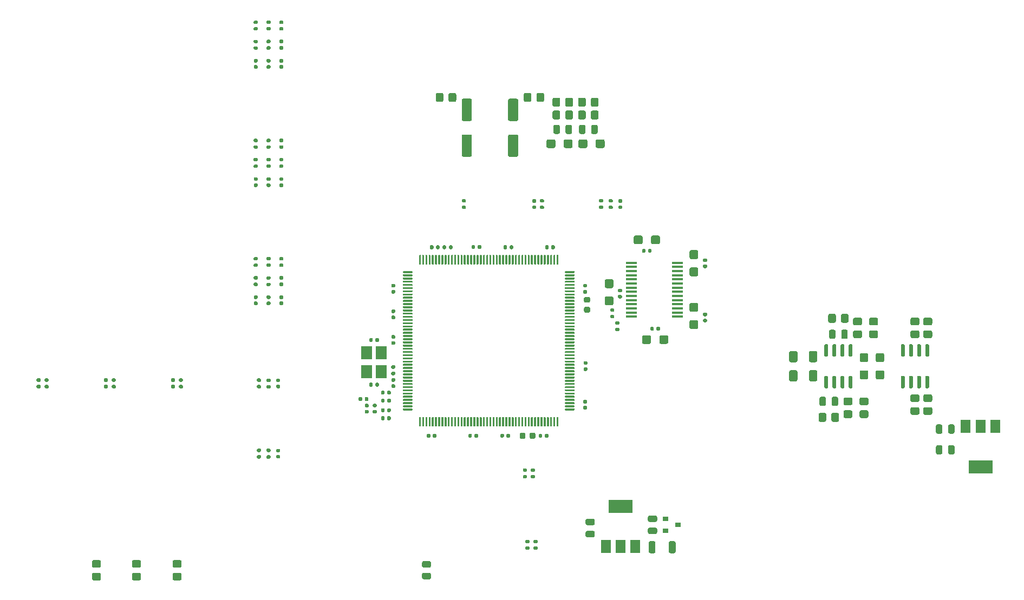
<source format=gbr>
%TF.GenerationSoftware,KiCad,Pcbnew,(5.1.8-0-10_14)*%
%TF.CreationDate,2021-03-03T20:06:49+01:00*%
%TF.ProjectId,KLST_CORE,4b4c5354-5f43-44f5-9245-2e6b69636164,v0.1*%
%TF.SameCoordinates,Original*%
%TF.FileFunction,Paste,Top*%
%TF.FilePolarity,Positive*%
%FSLAX46Y46*%
G04 Gerber Fmt 4.6, Leading zero omitted, Abs format (unit mm)*
G04 Created by KiCad (PCBNEW (5.1.8-0-10_14)) date 2021-03-03 20:06:49*
%MOMM*%
%LPD*%
G01*
G04 APERTURE LIST*
%ADD10R,1.500000X2.000000*%
%ADD11R,3.800000X2.000000*%
%ADD12R,1.800000X2.100000*%
%ADD13R,1.750000X0.450000*%
%ADD14R,0.900000X0.800000*%
G04 APERTURE END LIST*
%TO.C,U1*%
G36*
G01*
X111280000Y-99590000D02*
X111280000Y-98240000D01*
G75*
G02*
X111355000Y-98165000I75000J0D01*
G01*
X111505000Y-98165000D01*
G75*
G02*
X111580000Y-98240000I0J-75000D01*
G01*
X111580000Y-99590000D01*
G75*
G02*
X111505000Y-99665000I-75000J0D01*
G01*
X111355000Y-99665000D01*
G75*
G02*
X111280000Y-99590000I0J75000D01*
G01*
G37*
G36*
G01*
X111780000Y-99590000D02*
X111780000Y-98240000D01*
G75*
G02*
X111855000Y-98165000I75000J0D01*
G01*
X112005000Y-98165000D01*
G75*
G02*
X112080000Y-98240000I0J-75000D01*
G01*
X112080000Y-99590000D01*
G75*
G02*
X112005000Y-99665000I-75000J0D01*
G01*
X111855000Y-99665000D01*
G75*
G02*
X111780000Y-99590000I0J75000D01*
G01*
G37*
G36*
G01*
X112280000Y-99590000D02*
X112280000Y-98240000D01*
G75*
G02*
X112355000Y-98165000I75000J0D01*
G01*
X112505000Y-98165000D01*
G75*
G02*
X112580000Y-98240000I0J-75000D01*
G01*
X112580000Y-99590000D01*
G75*
G02*
X112505000Y-99665000I-75000J0D01*
G01*
X112355000Y-99665000D01*
G75*
G02*
X112280000Y-99590000I0J75000D01*
G01*
G37*
G36*
G01*
X112780000Y-99590000D02*
X112780000Y-98240000D01*
G75*
G02*
X112855000Y-98165000I75000J0D01*
G01*
X113005000Y-98165000D01*
G75*
G02*
X113080000Y-98240000I0J-75000D01*
G01*
X113080000Y-99590000D01*
G75*
G02*
X113005000Y-99665000I-75000J0D01*
G01*
X112855000Y-99665000D01*
G75*
G02*
X112780000Y-99590000I0J75000D01*
G01*
G37*
G36*
G01*
X113280000Y-99590000D02*
X113280000Y-98240000D01*
G75*
G02*
X113355000Y-98165000I75000J0D01*
G01*
X113505000Y-98165000D01*
G75*
G02*
X113580000Y-98240000I0J-75000D01*
G01*
X113580000Y-99590000D01*
G75*
G02*
X113505000Y-99665000I-75000J0D01*
G01*
X113355000Y-99665000D01*
G75*
G02*
X113280000Y-99590000I0J75000D01*
G01*
G37*
G36*
G01*
X113780000Y-99590000D02*
X113780000Y-98240000D01*
G75*
G02*
X113855000Y-98165000I75000J0D01*
G01*
X114005000Y-98165000D01*
G75*
G02*
X114080000Y-98240000I0J-75000D01*
G01*
X114080000Y-99590000D01*
G75*
G02*
X114005000Y-99665000I-75000J0D01*
G01*
X113855000Y-99665000D01*
G75*
G02*
X113780000Y-99590000I0J75000D01*
G01*
G37*
G36*
G01*
X114280000Y-99590000D02*
X114280000Y-98240000D01*
G75*
G02*
X114355000Y-98165000I75000J0D01*
G01*
X114505000Y-98165000D01*
G75*
G02*
X114580000Y-98240000I0J-75000D01*
G01*
X114580000Y-99590000D01*
G75*
G02*
X114505000Y-99665000I-75000J0D01*
G01*
X114355000Y-99665000D01*
G75*
G02*
X114280000Y-99590000I0J75000D01*
G01*
G37*
G36*
G01*
X114780000Y-99590000D02*
X114780000Y-98240000D01*
G75*
G02*
X114855000Y-98165000I75000J0D01*
G01*
X115005000Y-98165000D01*
G75*
G02*
X115080000Y-98240000I0J-75000D01*
G01*
X115080000Y-99590000D01*
G75*
G02*
X115005000Y-99665000I-75000J0D01*
G01*
X114855000Y-99665000D01*
G75*
G02*
X114780000Y-99590000I0J75000D01*
G01*
G37*
G36*
G01*
X115280000Y-99590000D02*
X115280000Y-98240000D01*
G75*
G02*
X115355000Y-98165000I75000J0D01*
G01*
X115505000Y-98165000D01*
G75*
G02*
X115580000Y-98240000I0J-75000D01*
G01*
X115580000Y-99590000D01*
G75*
G02*
X115505000Y-99665000I-75000J0D01*
G01*
X115355000Y-99665000D01*
G75*
G02*
X115280000Y-99590000I0J75000D01*
G01*
G37*
G36*
G01*
X115780000Y-99590000D02*
X115780000Y-98240000D01*
G75*
G02*
X115855000Y-98165000I75000J0D01*
G01*
X116005000Y-98165000D01*
G75*
G02*
X116080000Y-98240000I0J-75000D01*
G01*
X116080000Y-99590000D01*
G75*
G02*
X116005000Y-99665000I-75000J0D01*
G01*
X115855000Y-99665000D01*
G75*
G02*
X115780000Y-99590000I0J75000D01*
G01*
G37*
G36*
G01*
X116280000Y-99590000D02*
X116280000Y-98240000D01*
G75*
G02*
X116355000Y-98165000I75000J0D01*
G01*
X116505000Y-98165000D01*
G75*
G02*
X116580000Y-98240000I0J-75000D01*
G01*
X116580000Y-99590000D01*
G75*
G02*
X116505000Y-99665000I-75000J0D01*
G01*
X116355000Y-99665000D01*
G75*
G02*
X116280000Y-99590000I0J75000D01*
G01*
G37*
G36*
G01*
X116780000Y-99590000D02*
X116780000Y-98240000D01*
G75*
G02*
X116855000Y-98165000I75000J0D01*
G01*
X117005000Y-98165000D01*
G75*
G02*
X117080000Y-98240000I0J-75000D01*
G01*
X117080000Y-99590000D01*
G75*
G02*
X117005000Y-99665000I-75000J0D01*
G01*
X116855000Y-99665000D01*
G75*
G02*
X116780000Y-99590000I0J75000D01*
G01*
G37*
G36*
G01*
X117280000Y-99590000D02*
X117280000Y-98240000D01*
G75*
G02*
X117355000Y-98165000I75000J0D01*
G01*
X117505000Y-98165000D01*
G75*
G02*
X117580000Y-98240000I0J-75000D01*
G01*
X117580000Y-99590000D01*
G75*
G02*
X117505000Y-99665000I-75000J0D01*
G01*
X117355000Y-99665000D01*
G75*
G02*
X117280000Y-99590000I0J75000D01*
G01*
G37*
G36*
G01*
X117780000Y-99590000D02*
X117780000Y-98240000D01*
G75*
G02*
X117855000Y-98165000I75000J0D01*
G01*
X118005000Y-98165000D01*
G75*
G02*
X118080000Y-98240000I0J-75000D01*
G01*
X118080000Y-99590000D01*
G75*
G02*
X118005000Y-99665000I-75000J0D01*
G01*
X117855000Y-99665000D01*
G75*
G02*
X117780000Y-99590000I0J75000D01*
G01*
G37*
G36*
G01*
X118280000Y-99590000D02*
X118280000Y-98240000D01*
G75*
G02*
X118355000Y-98165000I75000J0D01*
G01*
X118505000Y-98165000D01*
G75*
G02*
X118580000Y-98240000I0J-75000D01*
G01*
X118580000Y-99590000D01*
G75*
G02*
X118505000Y-99665000I-75000J0D01*
G01*
X118355000Y-99665000D01*
G75*
G02*
X118280000Y-99590000I0J75000D01*
G01*
G37*
G36*
G01*
X118780000Y-99590000D02*
X118780000Y-98240000D01*
G75*
G02*
X118855000Y-98165000I75000J0D01*
G01*
X119005000Y-98165000D01*
G75*
G02*
X119080000Y-98240000I0J-75000D01*
G01*
X119080000Y-99590000D01*
G75*
G02*
X119005000Y-99665000I-75000J0D01*
G01*
X118855000Y-99665000D01*
G75*
G02*
X118780000Y-99590000I0J75000D01*
G01*
G37*
G36*
G01*
X119280000Y-99590000D02*
X119280000Y-98240000D01*
G75*
G02*
X119355000Y-98165000I75000J0D01*
G01*
X119505000Y-98165000D01*
G75*
G02*
X119580000Y-98240000I0J-75000D01*
G01*
X119580000Y-99590000D01*
G75*
G02*
X119505000Y-99665000I-75000J0D01*
G01*
X119355000Y-99665000D01*
G75*
G02*
X119280000Y-99590000I0J75000D01*
G01*
G37*
G36*
G01*
X119780000Y-99590000D02*
X119780000Y-98240000D01*
G75*
G02*
X119855000Y-98165000I75000J0D01*
G01*
X120005000Y-98165000D01*
G75*
G02*
X120080000Y-98240000I0J-75000D01*
G01*
X120080000Y-99590000D01*
G75*
G02*
X120005000Y-99665000I-75000J0D01*
G01*
X119855000Y-99665000D01*
G75*
G02*
X119780000Y-99590000I0J75000D01*
G01*
G37*
G36*
G01*
X120280000Y-99590000D02*
X120280000Y-98240000D01*
G75*
G02*
X120355000Y-98165000I75000J0D01*
G01*
X120505000Y-98165000D01*
G75*
G02*
X120580000Y-98240000I0J-75000D01*
G01*
X120580000Y-99590000D01*
G75*
G02*
X120505000Y-99665000I-75000J0D01*
G01*
X120355000Y-99665000D01*
G75*
G02*
X120280000Y-99590000I0J75000D01*
G01*
G37*
G36*
G01*
X120780000Y-99590000D02*
X120780000Y-98240000D01*
G75*
G02*
X120855000Y-98165000I75000J0D01*
G01*
X121005000Y-98165000D01*
G75*
G02*
X121080000Y-98240000I0J-75000D01*
G01*
X121080000Y-99590000D01*
G75*
G02*
X121005000Y-99665000I-75000J0D01*
G01*
X120855000Y-99665000D01*
G75*
G02*
X120780000Y-99590000I0J75000D01*
G01*
G37*
G36*
G01*
X121280000Y-99590000D02*
X121280000Y-98240000D01*
G75*
G02*
X121355000Y-98165000I75000J0D01*
G01*
X121505000Y-98165000D01*
G75*
G02*
X121580000Y-98240000I0J-75000D01*
G01*
X121580000Y-99590000D01*
G75*
G02*
X121505000Y-99665000I-75000J0D01*
G01*
X121355000Y-99665000D01*
G75*
G02*
X121280000Y-99590000I0J75000D01*
G01*
G37*
G36*
G01*
X121780000Y-99590000D02*
X121780000Y-98240000D01*
G75*
G02*
X121855000Y-98165000I75000J0D01*
G01*
X122005000Y-98165000D01*
G75*
G02*
X122080000Y-98240000I0J-75000D01*
G01*
X122080000Y-99590000D01*
G75*
G02*
X122005000Y-99665000I-75000J0D01*
G01*
X121855000Y-99665000D01*
G75*
G02*
X121780000Y-99590000I0J75000D01*
G01*
G37*
G36*
G01*
X122280000Y-99590000D02*
X122280000Y-98240000D01*
G75*
G02*
X122355000Y-98165000I75000J0D01*
G01*
X122505000Y-98165000D01*
G75*
G02*
X122580000Y-98240000I0J-75000D01*
G01*
X122580000Y-99590000D01*
G75*
G02*
X122505000Y-99665000I-75000J0D01*
G01*
X122355000Y-99665000D01*
G75*
G02*
X122280000Y-99590000I0J75000D01*
G01*
G37*
G36*
G01*
X122780000Y-99590000D02*
X122780000Y-98240000D01*
G75*
G02*
X122855000Y-98165000I75000J0D01*
G01*
X123005000Y-98165000D01*
G75*
G02*
X123080000Y-98240000I0J-75000D01*
G01*
X123080000Y-99590000D01*
G75*
G02*
X123005000Y-99665000I-75000J0D01*
G01*
X122855000Y-99665000D01*
G75*
G02*
X122780000Y-99590000I0J75000D01*
G01*
G37*
G36*
G01*
X123280000Y-99590000D02*
X123280000Y-98240000D01*
G75*
G02*
X123355000Y-98165000I75000J0D01*
G01*
X123505000Y-98165000D01*
G75*
G02*
X123580000Y-98240000I0J-75000D01*
G01*
X123580000Y-99590000D01*
G75*
G02*
X123505000Y-99665000I-75000J0D01*
G01*
X123355000Y-99665000D01*
G75*
G02*
X123280000Y-99590000I0J75000D01*
G01*
G37*
G36*
G01*
X123780000Y-99590000D02*
X123780000Y-98240000D01*
G75*
G02*
X123855000Y-98165000I75000J0D01*
G01*
X124005000Y-98165000D01*
G75*
G02*
X124080000Y-98240000I0J-75000D01*
G01*
X124080000Y-99590000D01*
G75*
G02*
X124005000Y-99665000I-75000J0D01*
G01*
X123855000Y-99665000D01*
G75*
G02*
X123780000Y-99590000I0J75000D01*
G01*
G37*
G36*
G01*
X124280000Y-99590000D02*
X124280000Y-98240000D01*
G75*
G02*
X124355000Y-98165000I75000J0D01*
G01*
X124505000Y-98165000D01*
G75*
G02*
X124580000Y-98240000I0J-75000D01*
G01*
X124580000Y-99590000D01*
G75*
G02*
X124505000Y-99665000I-75000J0D01*
G01*
X124355000Y-99665000D01*
G75*
G02*
X124280000Y-99590000I0J75000D01*
G01*
G37*
G36*
G01*
X124780000Y-99590000D02*
X124780000Y-98240000D01*
G75*
G02*
X124855000Y-98165000I75000J0D01*
G01*
X125005000Y-98165000D01*
G75*
G02*
X125080000Y-98240000I0J-75000D01*
G01*
X125080000Y-99590000D01*
G75*
G02*
X125005000Y-99665000I-75000J0D01*
G01*
X124855000Y-99665000D01*
G75*
G02*
X124780000Y-99590000I0J75000D01*
G01*
G37*
G36*
G01*
X125280000Y-99590000D02*
X125280000Y-98240000D01*
G75*
G02*
X125355000Y-98165000I75000J0D01*
G01*
X125505000Y-98165000D01*
G75*
G02*
X125580000Y-98240000I0J-75000D01*
G01*
X125580000Y-99590000D01*
G75*
G02*
X125505000Y-99665000I-75000J0D01*
G01*
X125355000Y-99665000D01*
G75*
G02*
X125280000Y-99590000I0J75000D01*
G01*
G37*
G36*
G01*
X125780000Y-99590000D02*
X125780000Y-98240000D01*
G75*
G02*
X125855000Y-98165000I75000J0D01*
G01*
X126005000Y-98165000D01*
G75*
G02*
X126080000Y-98240000I0J-75000D01*
G01*
X126080000Y-99590000D01*
G75*
G02*
X126005000Y-99665000I-75000J0D01*
G01*
X125855000Y-99665000D01*
G75*
G02*
X125780000Y-99590000I0J75000D01*
G01*
G37*
G36*
G01*
X126280000Y-99590000D02*
X126280000Y-98240000D01*
G75*
G02*
X126355000Y-98165000I75000J0D01*
G01*
X126505000Y-98165000D01*
G75*
G02*
X126580000Y-98240000I0J-75000D01*
G01*
X126580000Y-99590000D01*
G75*
G02*
X126505000Y-99665000I-75000J0D01*
G01*
X126355000Y-99665000D01*
G75*
G02*
X126280000Y-99590000I0J75000D01*
G01*
G37*
G36*
G01*
X126780000Y-99590000D02*
X126780000Y-98240000D01*
G75*
G02*
X126855000Y-98165000I75000J0D01*
G01*
X127005000Y-98165000D01*
G75*
G02*
X127080000Y-98240000I0J-75000D01*
G01*
X127080000Y-99590000D01*
G75*
G02*
X127005000Y-99665000I-75000J0D01*
G01*
X126855000Y-99665000D01*
G75*
G02*
X126780000Y-99590000I0J75000D01*
G01*
G37*
G36*
G01*
X127280000Y-99590000D02*
X127280000Y-98240000D01*
G75*
G02*
X127355000Y-98165000I75000J0D01*
G01*
X127505000Y-98165000D01*
G75*
G02*
X127580000Y-98240000I0J-75000D01*
G01*
X127580000Y-99590000D01*
G75*
G02*
X127505000Y-99665000I-75000J0D01*
G01*
X127355000Y-99665000D01*
G75*
G02*
X127280000Y-99590000I0J75000D01*
G01*
G37*
G36*
G01*
X127780000Y-99590000D02*
X127780000Y-98240000D01*
G75*
G02*
X127855000Y-98165000I75000J0D01*
G01*
X128005000Y-98165000D01*
G75*
G02*
X128080000Y-98240000I0J-75000D01*
G01*
X128080000Y-99590000D01*
G75*
G02*
X128005000Y-99665000I-75000J0D01*
G01*
X127855000Y-99665000D01*
G75*
G02*
X127780000Y-99590000I0J75000D01*
G01*
G37*
G36*
G01*
X128280000Y-99590000D02*
X128280000Y-98240000D01*
G75*
G02*
X128355000Y-98165000I75000J0D01*
G01*
X128505000Y-98165000D01*
G75*
G02*
X128580000Y-98240000I0J-75000D01*
G01*
X128580000Y-99590000D01*
G75*
G02*
X128505000Y-99665000I-75000J0D01*
G01*
X128355000Y-99665000D01*
G75*
G02*
X128280000Y-99590000I0J75000D01*
G01*
G37*
G36*
G01*
X128780000Y-99590000D02*
X128780000Y-98240000D01*
G75*
G02*
X128855000Y-98165000I75000J0D01*
G01*
X129005000Y-98165000D01*
G75*
G02*
X129080000Y-98240000I0J-75000D01*
G01*
X129080000Y-99590000D01*
G75*
G02*
X129005000Y-99665000I-75000J0D01*
G01*
X128855000Y-99665000D01*
G75*
G02*
X128780000Y-99590000I0J75000D01*
G01*
G37*
G36*
G01*
X129280000Y-99590000D02*
X129280000Y-98240000D01*
G75*
G02*
X129355000Y-98165000I75000J0D01*
G01*
X129505000Y-98165000D01*
G75*
G02*
X129580000Y-98240000I0J-75000D01*
G01*
X129580000Y-99590000D01*
G75*
G02*
X129505000Y-99665000I-75000J0D01*
G01*
X129355000Y-99665000D01*
G75*
G02*
X129280000Y-99590000I0J75000D01*
G01*
G37*
G36*
G01*
X129780000Y-99590000D02*
X129780000Y-98240000D01*
G75*
G02*
X129855000Y-98165000I75000J0D01*
G01*
X130005000Y-98165000D01*
G75*
G02*
X130080000Y-98240000I0J-75000D01*
G01*
X130080000Y-99590000D01*
G75*
G02*
X130005000Y-99665000I-75000J0D01*
G01*
X129855000Y-99665000D01*
G75*
G02*
X129780000Y-99590000I0J75000D01*
G01*
G37*
G36*
G01*
X130280000Y-99590000D02*
X130280000Y-98240000D01*
G75*
G02*
X130355000Y-98165000I75000J0D01*
G01*
X130505000Y-98165000D01*
G75*
G02*
X130580000Y-98240000I0J-75000D01*
G01*
X130580000Y-99590000D01*
G75*
G02*
X130505000Y-99665000I-75000J0D01*
G01*
X130355000Y-99665000D01*
G75*
G02*
X130280000Y-99590000I0J75000D01*
G01*
G37*
G36*
G01*
X130780000Y-99590000D02*
X130780000Y-98240000D01*
G75*
G02*
X130855000Y-98165000I75000J0D01*
G01*
X131005000Y-98165000D01*
G75*
G02*
X131080000Y-98240000I0J-75000D01*
G01*
X131080000Y-99590000D01*
G75*
G02*
X131005000Y-99665000I-75000J0D01*
G01*
X130855000Y-99665000D01*
G75*
G02*
X130780000Y-99590000I0J75000D01*
G01*
G37*
G36*
G01*
X131280000Y-99590000D02*
X131280000Y-98240000D01*
G75*
G02*
X131355000Y-98165000I75000J0D01*
G01*
X131505000Y-98165000D01*
G75*
G02*
X131580000Y-98240000I0J-75000D01*
G01*
X131580000Y-99590000D01*
G75*
G02*
X131505000Y-99665000I-75000J0D01*
G01*
X131355000Y-99665000D01*
G75*
G02*
X131280000Y-99590000I0J75000D01*
G01*
G37*
G36*
G01*
X131780000Y-99590000D02*
X131780000Y-98240000D01*
G75*
G02*
X131855000Y-98165000I75000J0D01*
G01*
X132005000Y-98165000D01*
G75*
G02*
X132080000Y-98240000I0J-75000D01*
G01*
X132080000Y-99590000D01*
G75*
G02*
X132005000Y-99665000I-75000J0D01*
G01*
X131855000Y-99665000D01*
G75*
G02*
X131780000Y-99590000I0J75000D01*
G01*
G37*
G36*
G01*
X132280000Y-99590000D02*
X132280000Y-98240000D01*
G75*
G02*
X132355000Y-98165000I75000J0D01*
G01*
X132505000Y-98165000D01*
G75*
G02*
X132580000Y-98240000I0J-75000D01*
G01*
X132580000Y-99590000D01*
G75*
G02*
X132505000Y-99665000I-75000J0D01*
G01*
X132355000Y-99665000D01*
G75*
G02*
X132280000Y-99590000I0J75000D01*
G01*
G37*
G36*
G01*
X132780000Y-99590000D02*
X132780000Y-98240000D01*
G75*
G02*
X132855000Y-98165000I75000J0D01*
G01*
X133005000Y-98165000D01*
G75*
G02*
X133080000Y-98240000I0J-75000D01*
G01*
X133080000Y-99590000D01*
G75*
G02*
X133005000Y-99665000I-75000J0D01*
G01*
X132855000Y-99665000D01*
G75*
G02*
X132780000Y-99590000I0J75000D01*
G01*
G37*
G36*
G01*
X134105000Y-100915000D02*
X134105000Y-100765000D01*
G75*
G02*
X134180000Y-100690000I75000J0D01*
G01*
X135530000Y-100690000D01*
G75*
G02*
X135605000Y-100765000I0J-75000D01*
G01*
X135605000Y-100915000D01*
G75*
G02*
X135530000Y-100990000I-75000J0D01*
G01*
X134180000Y-100990000D01*
G75*
G02*
X134105000Y-100915000I0J75000D01*
G01*
G37*
G36*
G01*
X134105000Y-101415000D02*
X134105000Y-101265000D01*
G75*
G02*
X134180000Y-101190000I75000J0D01*
G01*
X135530000Y-101190000D01*
G75*
G02*
X135605000Y-101265000I0J-75000D01*
G01*
X135605000Y-101415000D01*
G75*
G02*
X135530000Y-101490000I-75000J0D01*
G01*
X134180000Y-101490000D01*
G75*
G02*
X134105000Y-101415000I0J75000D01*
G01*
G37*
G36*
G01*
X134105000Y-101915000D02*
X134105000Y-101765000D01*
G75*
G02*
X134180000Y-101690000I75000J0D01*
G01*
X135530000Y-101690000D01*
G75*
G02*
X135605000Y-101765000I0J-75000D01*
G01*
X135605000Y-101915000D01*
G75*
G02*
X135530000Y-101990000I-75000J0D01*
G01*
X134180000Y-101990000D01*
G75*
G02*
X134105000Y-101915000I0J75000D01*
G01*
G37*
G36*
G01*
X134105000Y-102415000D02*
X134105000Y-102265000D01*
G75*
G02*
X134180000Y-102190000I75000J0D01*
G01*
X135530000Y-102190000D01*
G75*
G02*
X135605000Y-102265000I0J-75000D01*
G01*
X135605000Y-102415000D01*
G75*
G02*
X135530000Y-102490000I-75000J0D01*
G01*
X134180000Y-102490000D01*
G75*
G02*
X134105000Y-102415000I0J75000D01*
G01*
G37*
G36*
G01*
X134105000Y-102915000D02*
X134105000Y-102765000D01*
G75*
G02*
X134180000Y-102690000I75000J0D01*
G01*
X135530000Y-102690000D01*
G75*
G02*
X135605000Y-102765000I0J-75000D01*
G01*
X135605000Y-102915000D01*
G75*
G02*
X135530000Y-102990000I-75000J0D01*
G01*
X134180000Y-102990000D01*
G75*
G02*
X134105000Y-102915000I0J75000D01*
G01*
G37*
G36*
G01*
X134105000Y-103415000D02*
X134105000Y-103265000D01*
G75*
G02*
X134180000Y-103190000I75000J0D01*
G01*
X135530000Y-103190000D01*
G75*
G02*
X135605000Y-103265000I0J-75000D01*
G01*
X135605000Y-103415000D01*
G75*
G02*
X135530000Y-103490000I-75000J0D01*
G01*
X134180000Y-103490000D01*
G75*
G02*
X134105000Y-103415000I0J75000D01*
G01*
G37*
G36*
G01*
X134105000Y-103915000D02*
X134105000Y-103765000D01*
G75*
G02*
X134180000Y-103690000I75000J0D01*
G01*
X135530000Y-103690000D01*
G75*
G02*
X135605000Y-103765000I0J-75000D01*
G01*
X135605000Y-103915000D01*
G75*
G02*
X135530000Y-103990000I-75000J0D01*
G01*
X134180000Y-103990000D01*
G75*
G02*
X134105000Y-103915000I0J75000D01*
G01*
G37*
G36*
G01*
X134105000Y-104415000D02*
X134105000Y-104265000D01*
G75*
G02*
X134180000Y-104190000I75000J0D01*
G01*
X135530000Y-104190000D01*
G75*
G02*
X135605000Y-104265000I0J-75000D01*
G01*
X135605000Y-104415000D01*
G75*
G02*
X135530000Y-104490000I-75000J0D01*
G01*
X134180000Y-104490000D01*
G75*
G02*
X134105000Y-104415000I0J75000D01*
G01*
G37*
G36*
G01*
X134105000Y-104915000D02*
X134105000Y-104765000D01*
G75*
G02*
X134180000Y-104690000I75000J0D01*
G01*
X135530000Y-104690000D01*
G75*
G02*
X135605000Y-104765000I0J-75000D01*
G01*
X135605000Y-104915000D01*
G75*
G02*
X135530000Y-104990000I-75000J0D01*
G01*
X134180000Y-104990000D01*
G75*
G02*
X134105000Y-104915000I0J75000D01*
G01*
G37*
G36*
G01*
X134105000Y-105415000D02*
X134105000Y-105265000D01*
G75*
G02*
X134180000Y-105190000I75000J0D01*
G01*
X135530000Y-105190000D01*
G75*
G02*
X135605000Y-105265000I0J-75000D01*
G01*
X135605000Y-105415000D01*
G75*
G02*
X135530000Y-105490000I-75000J0D01*
G01*
X134180000Y-105490000D01*
G75*
G02*
X134105000Y-105415000I0J75000D01*
G01*
G37*
G36*
G01*
X134105000Y-105915000D02*
X134105000Y-105765000D01*
G75*
G02*
X134180000Y-105690000I75000J0D01*
G01*
X135530000Y-105690000D01*
G75*
G02*
X135605000Y-105765000I0J-75000D01*
G01*
X135605000Y-105915000D01*
G75*
G02*
X135530000Y-105990000I-75000J0D01*
G01*
X134180000Y-105990000D01*
G75*
G02*
X134105000Y-105915000I0J75000D01*
G01*
G37*
G36*
G01*
X134105000Y-106415000D02*
X134105000Y-106265000D01*
G75*
G02*
X134180000Y-106190000I75000J0D01*
G01*
X135530000Y-106190000D01*
G75*
G02*
X135605000Y-106265000I0J-75000D01*
G01*
X135605000Y-106415000D01*
G75*
G02*
X135530000Y-106490000I-75000J0D01*
G01*
X134180000Y-106490000D01*
G75*
G02*
X134105000Y-106415000I0J75000D01*
G01*
G37*
G36*
G01*
X134105000Y-106915000D02*
X134105000Y-106765000D01*
G75*
G02*
X134180000Y-106690000I75000J0D01*
G01*
X135530000Y-106690000D01*
G75*
G02*
X135605000Y-106765000I0J-75000D01*
G01*
X135605000Y-106915000D01*
G75*
G02*
X135530000Y-106990000I-75000J0D01*
G01*
X134180000Y-106990000D01*
G75*
G02*
X134105000Y-106915000I0J75000D01*
G01*
G37*
G36*
G01*
X134105000Y-107415000D02*
X134105000Y-107265000D01*
G75*
G02*
X134180000Y-107190000I75000J0D01*
G01*
X135530000Y-107190000D01*
G75*
G02*
X135605000Y-107265000I0J-75000D01*
G01*
X135605000Y-107415000D01*
G75*
G02*
X135530000Y-107490000I-75000J0D01*
G01*
X134180000Y-107490000D01*
G75*
G02*
X134105000Y-107415000I0J75000D01*
G01*
G37*
G36*
G01*
X134105000Y-107915000D02*
X134105000Y-107765000D01*
G75*
G02*
X134180000Y-107690000I75000J0D01*
G01*
X135530000Y-107690000D01*
G75*
G02*
X135605000Y-107765000I0J-75000D01*
G01*
X135605000Y-107915000D01*
G75*
G02*
X135530000Y-107990000I-75000J0D01*
G01*
X134180000Y-107990000D01*
G75*
G02*
X134105000Y-107915000I0J75000D01*
G01*
G37*
G36*
G01*
X134105000Y-108415000D02*
X134105000Y-108265000D01*
G75*
G02*
X134180000Y-108190000I75000J0D01*
G01*
X135530000Y-108190000D01*
G75*
G02*
X135605000Y-108265000I0J-75000D01*
G01*
X135605000Y-108415000D01*
G75*
G02*
X135530000Y-108490000I-75000J0D01*
G01*
X134180000Y-108490000D01*
G75*
G02*
X134105000Y-108415000I0J75000D01*
G01*
G37*
G36*
G01*
X134105000Y-108915000D02*
X134105000Y-108765000D01*
G75*
G02*
X134180000Y-108690000I75000J0D01*
G01*
X135530000Y-108690000D01*
G75*
G02*
X135605000Y-108765000I0J-75000D01*
G01*
X135605000Y-108915000D01*
G75*
G02*
X135530000Y-108990000I-75000J0D01*
G01*
X134180000Y-108990000D01*
G75*
G02*
X134105000Y-108915000I0J75000D01*
G01*
G37*
G36*
G01*
X134105000Y-109415000D02*
X134105000Y-109265000D01*
G75*
G02*
X134180000Y-109190000I75000J0D01*
G01*
X135530000Y-109190000D01*
G75*
G02*
X135605000Y-109265000I0J-75000D01*
G01*
X135605000Y-109415000D01*
G75*
G02*
X135530000Y-109490000I-75000J0D01*
G01*
X134180000Y-109490000D01*
G75*
G02*
X134105000Y-109415000I0J75000D01*
G01*
G37*
G36*
G01*
X134105000Y-109915000D02*
X134105000Y-109765000D01*
G75*
G02*
X134180000Y-109690000I75000J0D01*
G01*
X135530000Y-109690000D01*
G75*
G02*
X135605000Y-109765000I0J-75000D01*
G01*
X135605000Y-109915000D01*
G75*
G02*
X135530000Y-109990000I-75000J0D01*
G01*
X134180000Y-109990000D01*
G75*
G02*
X134105000Y-109915000I0J75000D01*
G01*
G37*
G36*
G01*
X134105000Y-110415000D02*
X134105000Y-110265000D01*
G75*
G02*
X134180000Y-110190000I75000J0D01*
G01*
X135530000Y-110190000D01*
G75*
G02*
X135605000Y-110265000I0J-75000D01*
G01*
X135605000Y-110415000D01*
G75*
G02*
X135530000Y-110490000I-75000J0D01*
G01*
X134180000Y-110490000D01*
G75*
G02*
X134105000Y-110415000I0J75000D01*
G01*
G37*
G36*
G01*
X134105000Y-110915000D02*
X134105000Y-110765000D01*
G75*
G02*
X134180000Y-110690000I75000J0D01*
G01*
X135530000Y-110690000D01*
G75*
G02*
X135605000Y-110765000I0J-75000D01*
G01*
X135605000Y-110915000D01*
G75*
G02*
X135530000Y-110990000I-75000J0D01*
G01*
X134180000Y-110990000D01*
G75*
G02*
X134105000Y-110915000I0J75000D01*
G01*
G37*
G36*
G01*
X134105000Y-111415000D02*
X134105000Y-111265000D01*
G75*
G02*
X134180000Y-111190000I75000J0D01*
G01*
X135530000Y-111190000D01*
G75*
G02*
X135605000Y-111265000I0J-75000D01*
G01*
X135605000Y-111415000D01*
G75*
G02*
X135530000Y-111490000I-75000J0D01*
G01*
X134180000Y-111490000D01*
G75*
G02*
X134105000Y-111415000I0J75000D01*
G01*
G37*
G36*
G01*
X134105000Y-111915000D02*
X134105000Y-111765000D01*
G75*
G02*
X134180000Y-111690000I75000J0D01*
G01*
X135530000Y-111690000D01*
G75*
G02*
X135605000Y-111765000I0J-75000D01*
G01*
X135605000Y-111915000D01*
G75*
G02*
X135530000Y-111990000I-75000J0D01*
G01*
X134180000Y-111990000D01*
G75*
G02*
X134105000Y-111915000I0J75000D01*
G01*
G37*
G36*
G01*
X134105000Y-112415000D02*
X134105000Y-112265000D01*
G75*
G02*
X134180000Y-112190000I75000J0D01*
G01*
X135530000Y-112190000D01*
G75*
G02*
X135605000Y-112265000I0J-75000D01*
G01*
X135605000Y-112415000D01*
G75*
G02*
X135530000Y-112490000I-75000J0D01*
G01*
X134180000Y-112490000D01*
G75*
G02*
X134105000Y-112415000I0J75000D01*
G01*
G37*
G36*
G01*
X134105000Y-112915000D02*
X134105000Y-112765000D01*
G75*
G02*
X134180000Y-112690000I75000J0D01*
G01*
X135530000Y-112690000D01*
G75*
G02*
X135605000Y-112765000I0J-75000D01*
G01*
X135605000Y-112915000D01*
G75*
G02*
X135530000Y-112990000I-75000J0D01*
G01*
X134180000Y-112990000D01*
G75*
G02*
X134105000Y-112915000I0J75000D01*
G01*
G37*
G36*
G01*
X134105000Y-113415000D02*
X134105000Y-113265000D01*
G75*
G02*
X134180000Y-113190000I75000J0D01*
G01*
X135530000Y-113190000D01*
G75*
G02*
X135605000Y-113265000I0J-75000D01*
G01*
X135605000Y-113415000D01*
G75*
G02*
X135530000Y-113490000I-75000J0D01*
G01*
X134180000Y-113490000D01*
G75*
G02*
X134105000Y-113415000I0J75000D01*
G01*
G37*
G36*
G01*
X134105000Y-113915000D02*
X134105000Y-113765000D01*
G75*
G02*
X134180000Y-113690000I75000J0D01*
G01*
X135530000Y-113690000D01*
G75*
G02*
X135605000Y-113765000I0J-75000D01*
G01*
X135605000Y-113915000D01*
G75*
G02*
X135530000Y-113990000I-75000J0D01*
G01*
X134180000Y-113990000D01*
G75*
G02*
X134105000Y-113915000I0J75000D01*
G01*
G37*
G36*
G01*
X134105000Y-114415000D02*
X134105000Y-114265000D01*
G75*
G02*
X134180000Y-114190000I75000J0D01*
G01*
X135530000Y-114190000D01*
G75*
G02*
X135605000Y-114265000I0J-75000D01*
G01*
X135605000Y-114415000D01*
G75*
G02*
X135530000Y-114490000I-75000J0D01*
G01*
X134180000Y-114490000D01*
G75*
G02*
X134105000Y-114415000I0J75000D01*
G01*
G37*
G36*
G01*
X134105000Y-114915000D02*
X134105000Y-114765000D01*
G75*
G02*
X134180000Y-114690000I75000J0D01*
G01*
X135530000Y-114690000D01*
G75*
G02*
X135605000Y-114765000I0J-75000D01*
G01*
X135605000Y-114915000D01*
G75*
G02*
X135530000Y-114990000I-75000J0D01*
G01*
X134180000Y-114990000D01*
G75*
G02*
X134105000Y-114915000I0J75000D01*
G01*
G37*
G36*
G01*
X134105000Y-115415000D02*
X134105000Y-115265000D01*
G75*
G02*
X134180000Y-115190000I75000J0D01*
G01*
X135530000Y-115190000D01*
G75*
G02*
X135605000Y-115265000I0J-75000D01*
G01*
X135605000Y-115415000D01*
G75*
G02*
X135530000Y-115490000I-75000J0D01*
G01*
X134180000Y-115490000D01*
G75*
G02*
X134105000Y-115415000I0J75000D01*
G01*
G37*
G36*
G01*
X134105000Y-115915000D02*
X134105000Y-115765000D01*
G75*
G02*
X134180000Y-115690000I75000J0D01*
G01*
X135530000Y-115690000D01*
G75*
G02*
X135605000Y-115765000I0J-75000D01*
G01*
X135605000Y-115915000D01*
G75*
G02*
X135530000Y-115990000I-75000J0D01*
G01*
X134180000Y-115990000D01*
G75*
G02*
X134105000Y-115915000I0J75000D01*
G01*
G37*
G36*
G01*
X134105000Y-116415000D02*
X134105000Y-116265000D01*
G75*
G02*
X134180000Y-116190000I75000J0D01*
G01*
X135530000Y-116190000D01*
G75*
G02*
X135605000Y-116265000I0J-75000D01*
G01*
X135605000Y-116415000D01*
G75*
G02*
X135530000Y-116490000I-75000J0D01*
G01*
X134180000Y-116490000D01*
G75*
G02*
X134105000Y-116415000I0J75000D01*
G01*
G37*
G36*
G01*
X134105000Y-116915000D02*
X134105000Y-116765000D01*
G75*
G02*
X134180000Y-116690000I75000J0D01*
G01*
X135530000Y-116690000D01*
G75*
G02*
X135605000Y-116765000I0J-75000D01*
G01*
X135605000Y-116915000D01*
G75*
G02*
X135530000Y-116990000I-75000J0D01*
G01*
X134180000Y-116990000D01*
G75*
G02*
X134105000Y-116915000I0J75000D01*
G01*
G37*
G36*
G01*
X134105000Y-117415000D02*
X134105000Y-117265000D01*
G75*
G02*
X134180000Y-117190000I75000J0D01*
G01*
X135530000Y-117190000D01*
G75*
G02*
X135605000Y-117265000I0J-75000D01*
G01*
X135605000Y-117415000D01*
G75*
G02*
X135530000Y-117490000I-75000J0D01*
G01*
X134180000Y-117490000D01*
G75*
G02*
X134105000Y-117415000I0J75000D01*
G01*
G37*
G36*
G01*
X134105000Y-117915000D02*
X134105000Y-117765000D01*
G75*
G02*
X134180000Y-117690000I75000J0D01*
G01*
X135530000Y-117690000D01*
G75*
G02*
X135605000Y-117765000I0J-75000D01*
G01*
X135605000Y-117915000D01*
G75*
G02*
X135530000Y-117990000I-75000J0D01*
G01*
X134180000Y-117990000D01*
G75*
G02*
X134105000Y-117915000I0J75000D01*
G01*
G37*
G36*
G01*
X134105000Y-118415000D02*
X134105000Y-118265000D01*
G75*
G02*
X134180000Y-118190000I75000J0D01*
G01*
X135530000Y-118190000D01*
G75*
G02*
X135605000Y-118265000I0J-75000D01*
G01*
X135605000Y-118415000D01*
G75*
G02*
X135530000Y-118490000I-75000J0D01*
G01*
X134180000Y-118490000D01*
G75*
G02*
X134105000Y-118415000I0J75000D01*
G01*
G37*
G36*
G01*
X134105000Y-118915000D02*
X134105000Y-118765000D01*
G75*
G02*
X134180000Y-118690000I75000J0D01*
G01*
X135530000Y-118690000D01*
G75*
G02*
X135605000Y-118765000I0J-75000D01*
G01*
X135605000Y-118915000D01*
G75*
G02*
X135530000Y-118990000I-75000J0D01*
G01*
X134180000Y-118990000D01*
G75*
G02*
X134105000Y-118915000I0J75000D01*
G01*
G37*
G36*
G01*
X134105000Y-119415000D02*
X134105000Y-119265000D01*
G75*
G02*
X134180000Y-119190000I75000J0D01*
G01*
X135530000Y-119190000D01*
G75*
G02*
X135605000Y-119265000I0J-75000D01*
G01*
X135605000Y-119415000D01*
G75*
G02*
X135530000Y-119490000I-75000J0D01*
G01*
X134180000Y-119490000D01*
G75*
G02*
X134105000Y-119415000I0J75000D01*
G01*
G37*
G36*
G01*
X134105000Y-119915000D02*
X134105000Y-119765000D01*
G75*
G02*
X134180000Y-119690000I75000J0D01*
G01*
X135530000Y-119690000D01*
G75*
G02*
X135605000Y-119765000I0J-75000D01*
G01*
X135605000Y-119915000D01*
G75*
G02*
X135530000Y-119990000I-75000J0D01*
G01*
X134180000Y-119990000D01*
G75*
G02*
X134105000Y-119915000I0J75000D01*
G01*
G37*
G36*
G01*
X134105000Y-120415000D02*
X134105000Y-120265000D01*
G75*
G02*
X134180000Y-120190000I75000J0D01*
G01*
X135530000Y-120190000D01*
G75*
G02*
X135605000Y-120265000I0J-75000D01*
G01*
X135605000Y-120415000D01*
G75*
G02*
X135530000Y-120490000I-75000J0D01*
G01*
X134180000Y-120490000D01*
G75*
G02*
X134105000Y-120415000I0J75000D01*
G01*
G37*
G36*
G01*
X134105000Y-120915000D02*
X134105000Y-120765000D01*
G75*
G02*
X134180000Y-120690000I75000J0D01*
G01*
X135530000Y-120690000D01*
G75*
G02*
X135605000Y-120765000I0J-75000D01*
G01*
X135605000Y-120915000D01*
G75*
G02*
X135530000Y-120990000I-75000J0D01*
G01*
X134180000Y-120990000D01*
G75*
G02*
X134105000Y-120915000I0J75000D01*
G01*
G37*
G36*
G01*
X134105000Y-121415000D02*
X134105000Y-121265000D01*
G75*
G02*
X134180000Y-121190000I75000J0D01*
G01*
X135530000Y-121190000D01*
G75*
G02*
X135605000Y-121265000I0J-75000D01*
G01*
X135605000Y-121415000D01*
G75*
G02*
X135530000Y-121490000I-75000J0D01*
G01*
X134180000Y-121490000D01*
G75*
G02*
X134105000Y-121415000I0J75000D01*
G01*
G37*
G36*
G01*
X134105000Y-121915000D02*
X134105000Y-121765000D01*
G75*
G02*
X134180000Y-121690000I75000J0D01*
G01*
X135530000Y-121690000D01*
G75*
G02*
X135605000Y-121765000I0J-75000D01*
G01*
X135605000Y-121915000D01*
G75*
G02*
X135530000Y-121990000I-75000J0D01*
G01*
X134180000Y-121990000D01*
G75*
G02*
X134105000Y-121915000I0J75000D01*
G01*
G37*
G36*
G01*
X134105000Y-122415000D02*
X134105000Y-122265000D01*
G75*
G02*
X134180000Y-122190000I75000J0D01*
G01*
X135530000Y-122190000D01*
G75*
G02*
X135605000Y-122265000I0J-75000D01*
G01*
X135605000Y-122415000D01*
G75*
G02*
X135530000Y-122490000I-75000J0D01*
G01*
X134180000Y-122490000D01*
G75*
G02*
X134105000Y-122415000I0J75000D01*
G01*
G37*
G36*
G01*
X132780000Y-124940000D02*
X132780000Y-123590000D01*
G75*
G02*
X132855000Y-123515000I75000J0D01*
G01*
X133005000Y-123515000D01*
G75*
G02*
X133080000Y-123590000I0J-75000D01*
G01*
X133080000Y-124940000D01*
G75*
G02*
X133005000Y-125015000I-75000J0D01*
G01*
X132855000Y-125015000D01*
G75*
G02*
X132780000Y-124940000I0J75000D01*
G01*
G37*
G36*
G01*
X132280000Y-124940000D02*
X132280000Y-123590000D01*
G75*
G02*
X132355000Y-123515000I75000J0D01*
G01*
X132505000Y-123515000D01*
G75*
G02*
X132580000Y-123590000I0J-75000D01*
G01*
X132580000Y-124940000D01*
G75*
G02*
X132505000Y-125015000I-75000J0D01*
G01*
X132355000Y-125015000D01*
G75*
G02*
X132280000Y-124940000I0J75000D01*
G01*
G37*
G36*
G01*
X131780000Y-124940000D02*
X131780000Y-123590000D01*
G75*
G02*
X131855000Y-123515000I75000J0D01*
G01*
X132005000Y-123515000D01*
G75*
G02*
X132080000Y-123590000I0J-75000D01*
G01*
X132080000Y-124940000D01*
G75*
G02*
X132005000Y-125015000I-75000J0D01*
G01*
X131855000Y-125015000D01*
G75*
G02*
X131780000Y-124940000I0J75000D01*
G01*
G37*
G36*
G01*
X131280000Y-124940000D02*
X131280000Y-123590000D01*
G75*
G02*
X131355000Y-123515000I75000J0D01*
G01*
X131505000Y-123515000D01*
G75*
G02*
X131580000Y-123590000I0J-75000D01*
G01*
X131580000Y-124940000D01*
G75*
G02*
X131505000Y-125015000I-75000J0D01*
G01*
X131355000Y-125015000D01*
G75*
G02*
X131280000Y-124940000I0J75000D01*
G01*
G37*
G36*
G01*
X130780000Y-124940000D02*
X130780000Y-123590000D01*
G75*
G02*
X130855000Y-123515000I75000J0D01*
G01*
X131005000Y-123515000D01*
G75*
G02*
X131080000Y-123590000I0J-75000D01*
G01*
X131080000Y-124940000D01*
G75*
G02*
X131005000Y-125015000I-75000J0D01*
G01*
X130855000Y-125015000D01*
G75*
G02*
X130780000Y-124940000I0J75000D01*
G01*
G37*
G36*
G01*
X130280000Y-124940000D02*
X130280000Y-123590000D01*
G75*
G02*
X130355000Y-123515000I75000J0D01*
G01*
X130505000Y-123515000D01*
G75*
G02*
X130580000Y-123590000I0J-75000D01*
G01*
X130580000Y-124940000D01*
G75*
G02*
X130505000Y-125015000I-75000J0D01*
G01*
X130355000Y-125015000D01*
G75*
G02*
X130280000Y-124940000I0J75000D01*
G01*
G37*
G36*
G01*
X129780000Y-124940000D02*
X129780000Y-123590000D01*
G75*
G02*
X129855000Y-123515000I75000J0D01*
G01*
X130005000Y-123515000D01*
G75*
G02*
X130080000Y-123590000I0J-75000D01*
G01*
X130080000Y-124940000D01*
G75*
G02*
X130005000Y-125015000I-75000J0D01*
G01*
X129855000Y-125015000D01*
G75*
G02*
X129780000Y-124940000I0J75000D01*
G01*
G37*
G36*
G01*
X129280000Y-124940000D02*
X129280000Y-123590000D01*
G75*
G02*
X129355000Y-123515000I75000J0D01*
G01*
X129505000Y-123515000D01*
G75*
G02*
X129580000Y-123590000I0J-75000D01*
G01*
X129580000Y-124940000D01*
G75*
G02*
X129505000Y-125015000I-75000J0D01*
G01*
X129355000Y-125015000D01*
G75*
G02*
X129280000Y-124940000I0J75000D01*
G01*
G37*
G36*
G01*
X128780000Y-124940000D02*
X128780000Y-123590000D01*
G75*
G02*
X128855000Y-123515000I75000J0D01*
G01*
X129005000Y-123515000D01*
G75*
G02*
X129080000Y-123590000I0J-75000D01*
G01*
X129080000Y-124940000D01*
G75*
G02*
X129005000Y-125015000I-75000J0D01*
G01*
X128855000Y-125015000D01*
G75*
G02*
X128780000Y-124940000I0J75000D01*
G01*
G37*
G36*
G01*
X128280000Y-124940000D02*
X128280000Y-123590000D01*
G75*
G02*
X128355000Y-123515000I75000J0D01*
G01*
X128505000Y-123515000D01*
G75*
G02*
X128580000Y-123590000I0J-75000D01*
G01*
X128580000Y-124940000D01*
G75*
G02*
X128505000Y-125015000I-75000J0D01*
G01*
X128355000Y-125015000D01*
G75*
G02*
X128280000Y-124940000I0J75000D01*
G01*
G37*
G36*
G01*
X127780000Y-124940000D02*
X127780000Y-123590000D01*
G75*
G02*
X127855000Y-123515000I75000J0D01*
G01*
X128005000Y-123515000D01*
G75*
G02*
X128080000Y-123590000I0J-75000D01*
G01*
X128080000Y-124940000D01*
G75*
G02*
X128005000Y-125015000I-75000J0D01*
G01*
X127855000Y-125015000D01*
G75*
G02*
X127780000Y-124940000I0J75000D01*
G01*
G37*
G36*
G01*
X127280000Y-124940000D02*
X127280000Y-123590000D01*
G75*
G02*
X127355000Y-123515000I75000J0D01*
G01*
X127505000Y-123515000D01*
G75*
G02*
X127580000Y-123590000I0J-75000D01*
G01*
X127580000Y-124940000D01*
G75*
G02*
X127505000Y-125015000I-75000J0D01*
G01*
X127355000Y-125015000D01*
G75*
G02*
X127280000Y-124940000I0J75000D01*
G01*
G37*
G36*
G01*
X126780000Y-124940000D02*
X126780000Y-123590000D01*
G75*
G02*
X126855000Y-123515000I75000J0D01*
G01*
X127005000Y-123515000D01*
G75*
G02*
X127080000Y-123590000I0J-75000D01*
G01*
X127080000Y-124940000D01*
G75*
G02*
X127005000Y-125015000I-75000J0D01*
G01*
X126855000Y-125015000D01*
G75*
G02*
X126780000Y-124940000I0J75000D01*
G01*
G37*
G36*
G01*
X126280000Y-124940000D02*
X126280000Y-123590000D01*
G75*
G02*
X126355000Y-123515000I75000J0D01*
G01*
X126505000Y-123515000D01*
G75*
G02*
X126580000Y-123590000I0J-75000D01*
G01*
X126580000Y-124940000D01*
G75*
G02*
X126505000Y-125015000I-75000J0D01*
G01*
X126355000Y-125015000D01*
G75*
G02*
X126280000Y-124940000I0J75000D01*
G01*
G37*
G36*
G01*
X125780000Y-124940000D02*
X125780000Y-123590000D01*
G75*
G02*
X125855000Y-123515000I75000J0D01*
G01*
X126005000Y-123515000D01*
G75*
G02*
X126080000Y-123590000I0J-75000D01*
G01*
X126080000Y-124940000D01*
G75*
G02*
X126005000Y-125015000I-75000J0D01*
G01*
X125855000Y-125015000D01*
G75*
G02*
X125780000Y-124940000I0J75000D01*
G01*
G37*
G36*
G01*
X125280000Y-124940000D02*
X125280000Y-123590000D01*
G75*
G02*
X125355000Y-123515000I75000J0D01*
G01*
X125505000Y-123515000D01*
G75*
G02*
X125580000Y-123590000I0J-75000D01*
G01*
X125580000Y-124940000D01*
G75*
G02*
X125505000Y-125015000I-75000J0D01*
G01*
X125355000Y-125015000D01*
G75*
G02*
X125280000Y-124940000I0J75000D01*
G01*
G37*
G36*
G01*
X124780000Y-124940000D02*
X124780000Y-123590000D01*
G75*
G02*
X124855000Y-123515000I75000J0D01*
G01*
X125005000Y-123515000D01*
G75*
G02*
X125080000Y-123590000I0J-75000D01*
G01*
X125080000Y-124940000D01*
G75*
G02*
X125005000Y-125015000I-75000J0D01*
G01*
X124855000Y-125015000D01*
G75*
G02*
X124780000Y-124940000I0J75000D01*
G01*
G37*
G36*
G01*
X124280000Y-124940000D02*
X124280000Y-123590000D01*
G75*
G02*
X124355000Y-123515000I75000J0D01*
G01*
X124505000Y-123515000D01*
G75*
G02*
X124580000Y-123590000I0J-75000D01*
G01*
X124580000Y-124940000D01*
G75*
G02*
X124505000Y-125015000I-75000J0D01*
G01*
X124355000Y-125015000D01*
G75*
G02*
X124280000Y-124940000I0J75000D01*
G01*
G37*
G36*
G01*
X123780000Y-124940000D02*
X123780000Y-123590000D01*
G75*
G02*
X123855000Y-123515000I75000J0D01*
G01*
X124005000Y-123515000D01*
G75*
G02*
X124080000Y-123590000I0J-75000D01*
G01*
X124080000Y-124940000D01*
G75*
G02*
X124005000Y-125015000I-75000J0D01*
G01*
X123855000Y-125015000D01*
G75*
G02*
X123780000Y-124940000I0J75000D01*
G01*
G37*
G36*
G01*
X123280000Y-124940000D02*
X123280000Y-123590000D01*
G75*
G02*
X123355000Y-123515000I75000J0D01*
G01*
X123505000Y-123515000D01*
G75*
G02*
X123580000Y-123590000I0J-75000D01*
G01*
X123580000Y-124940000D01*
G75*
G02*
X123505000Y-125015000I-75000J0D01*
G01*
X123355000Y-125015000D01*
G75*
G02*
X123280000Y-124940000I0J75000D01*
G01*
G37*
G36*
G01*
X122780000Y-124940000D02*
X122780000Y-123590000D01*
G75*
G02*
X122855000Y-123515000I75000J0D01*
G01*
X123005000Y-123515000D01*
G75*
G02*
X123080000Y-123590000I0J-75000D01*
G01*
X123080000Y-124940000D01*
G75*
G02*
X123005000Y-125015000I-75000J0D01*
G01*
X122855000Y-125015000D01*
G75*
G02*
X122780000Y-124940000I0J75000D01*
G01*
G37*
G36*
G01*
X122280000Y-124940000D02*
X122280000Y-123590000D01*
G75*
G02*
X122355000Y-123515000I75000J0D01*
G01*
X122505000Y-123515000D01*
G75*
G02*
X122580000Y-123590000I0J-75000D01*
G01*
X122580000Y-124940000D01*
G75*
G02*
X122505000Y-125015000I-75000J0D01*
G01*
X122355000Y-125015000D01*
G75*
G02*
X122280000Y-124940000I0J75000D01*
G01*
G37*
G36*
G01*
X121780000Y-124940000D02*
X121780000Y-123590000D01*
G75*
G02*
X121855000Y-123515000I75000J0D01*
G01*
X122005000Y-123515000D01*
G75*
G02*
X122080000Y-123590000I0J-75000D01*
G01*
X122080000Y-124940000D01*
G75*
G02*
X122005000Y-125015000I-75000J0D01*
G01*
X121855000Y-125015000D01*
G75*
G02*
X121780000Y-124940000I0J75000D01*
G01*
G37*
G36*
G01*
X121280000Y-124940000D02*
X121280000Y-123590000D01*
G75*
G02*
X121355000Y-123515000I75000J0D01*
G01*
X121505000Y-123515000D01*
G75*
G02*
X121580000Y-123590000I0J-75000D01*
G01*
X121580000Y-124940000D01*
G75*
G02*
X121505000Y-125015000I-75000J0D01*
G01*
X121355000Y-125015000D01*
G75*
G02*
X121280000Y-124940000I0J75000D01*
G01*
G37*
G36*
G01*
X120780000Y-124940000D02*
X120780000Y-123590000D01*
G75*
G02*
X120855000Y-123515000I75000J0D01*
G01*
X121005000Y-123515000D01*
G75*
G02*
X121080000Y-123590000I0J-75000D01*
G01*
X121080000Y-124940000D01*
G75*
G02*
X121005000Y-125015000I-75000J0D01*
G01*
X120855000Y-125015000D01*
G75*
G02*
X120780000Y-124940000I0J75000D01*
G01*
G37*
G36*
G01*
X120280000Y-124940000D02*
X120280000Y-123590000D01*
G75*
G02*
X120355000Y-123515000I75000J0D01*
G01*
X120505000Y-123515000D01*
G75*
G02*
X120580000Y-123590000I0J-75000D01*
G01*
X120580000Y-124940000D01*
G75*
G02*
X120505000Y-125015000I-75000J0D01*
G01*
X120355000Y-125015000D01*
G75*
G02*
X120280000Y-124940000I0J75000D01*
G01*
G37*
G36*
G01*
X119780000Y-124940000D02*
X119780000Y-123590000D01*
G75*
G02*
X119855000Y-123515000I75000J0D01*
G01*
X120005000Y-123515000D01*
G75*
G02*
X120080000Y-123590000I0J-75000D01*
G01*
X120080000Y-124940000D01*
G75*
G02*
X120005000Y-125015000I-75000J0D01*
G01*
X119855000Y-125015000D01*
G75*
G02*
X119780000Y-124940000I0J75000D01*
G01*
G37*
G36*
G01*
X119280000Y-124940000D02*
X119280000Y-123590000D01*
G75*
G02*
X119355000Y-123515000I75000J0D01*
G01*
X119505000Y-123515000D01*
G75*
G02*
X119580000Y-123590000I0J-75000D01*
G01*
X119580000Y-124940000D01*
G75*
G02*
X119505000Y-125015000I-75000J0D01*
G01*
X119355000Y-125015000D01*
G75*
G02*
X119280000Y-124940000I0J75000D01*
G01*
G37*
G36*
G01*
X118780000Y-124940000D02*
X118780000Y-123590000D01*
G75*
G02*
X118855000Y-123515000I75000J0D01*
G01*
X119005000Y-123515000D01*
G75*
G02*
X119080000Y-123590000I0J-75000D01*
G01*
X119080000Y-124940000D01*
G75*
G02*
X119005000Y-125015000I-75000J0D01*
G01*
X118855000Y-125015000D01*
G75*
G02*
X118780000Y-124940000I0J75000D01*
G01*
G37*
G36*
G01*
X118280000Y-124940000D02*
X118280000Y-123590000D01*
G75*
G02*
X118355000Y-123515000I75000J0D01*
G01*
X118505000Y-123515000D01*
G75*
G02*
X118580000Y-123590000I0J-75000D01*
G01*
X118580000Y-124940000D01*
G75*
G02*
X118505000Y-125015000I-75000J0D01*
G01*
X118355000Y-125015000D01*
G75*
G02*
X118280000Y-124940000I0J75000D01*
G01*
G37*
G36*
G01*
X117780000Y-124940000D02*
X117780000Y-123590000D01*
G75*
G02*
X117855000Y-123515000I75000J0D01*
G01*
X118005000Y-123515000D01*
G75*
G02*
X118080000Y-123590000I0J-75000D01*
G01*
X118080000Y-124940000D01*
G75*
G02*
X118005000Y-125015000I-75000J0D01*
G01*
X117855000Y-125015000D01*
G75*
G02*
X117780000Y-124940000I0J75000D01*
G01*
G37*
G36*
G01*
X117280000Y-124940000D02*
X117280000Y-123590000D01*
G75*
G02*
X117355000Y-123515000I75000J0D01*
G01*
X117505000Y-123515000D01*
G75*
G02*
X117580000Y-123590000I0J-75000D01*
G01*
X117580000Y-124940000D01*
G75*
G02*
X117505000Y-125015000I-75000J0D01*
G01*
X117355000Y-125015000D01*
G75*
G02*
X117280000Y-124940000I0J75000D01*
G01*
G37*
G36*
G01*
X116780000Y-124940000D02*
X116780000Y-123590000D01*
G75*
G02*
X116855000Y-123515000I75000J0D01*
G01*
X117005000Y-123515000D01*
G75*
G02*
X117080000Y-123590000I0J-75000D01*
G01*
X117080000Y-124940000D01*
G75*
G02*
X117005000Y-125015000I-75000J0D01*
G01*
X116855000Y-125015000D01*
G75*
G02*
X116780000Y-124940000I0J75000D01*
G01*
G37*
G36*
G01*
X116280000Y-124940000D02*
X116280000Y-123590000D01*
G75*
G02*
X116355000Y-123515000I75000J0D01*
G01*
X116505000Y-123515000D01*
G75*
G02*
X116580000Y-123590000I0J-75000D01*
G01*
X116580000Y-124940000D01*
G75*
G02*
X116505000Y-125015000I-75000J0D01*
G01*
X116355000Y-125015000D01*
G75*
G02*
X116280000Y-124940000I0J75000D01*
G01*
G37*
G36*
G01*
X115780000Y-124940000D02*
X115780000Y-123590000D01*
G75*
G02*
X115855000Y-123515000I75000J0D01*
G01*
X116005000Y-123515000D01*
G75*
G02*
X116080000Y-123590000I0J-75000D01*
G01*
X116080000Y-124940000D01*
G75*
G02*
X116005000Y-125015000I-75000J0D01*
G01*
X115855000Y-125015000D01*
G75*
G02*
X115780000Y-124940000I0J75000D01*
G01*
G37*
G36*
G01*
X115280000Y-124940000D02*
X115280000Y-123590000D01*
G75*
G02*
X115355000Y-123515000I75000J0D01*
G01*
X115505000Y-123515000D01*
G75*
G02*
X115580000Y-123590000I0J-75000D01*
G01*
X115580000Y-124940000D01*
G75*
G02*
X115505000Y-125015000I-75000J0D01*
G01*
X115355000Y-125015000D01*
G75*
G02*
X115280000Y-124940000I0J75000D01*
G01*
G37*
G36*
G01*
X114780000Y-124940000D02*
X114780000Y-123590000D01*
G75*
G02*
X114855000Y-123515000I75000J0D01*
G01*
X115005000Y-123515000D01*
G75*
G02*
X115080000Y-123590000I0J-75000D01*
G01*
X115080000Y-124940000D01*
G75*
G02*
X115005000Y-125015000I-75000J0D01*
G01*
X114855000Y-125015000D01*
G75*
G02*
X114780000Y-124940000I0J75000D01*
G01*
G37*
G36*
G01*
X114280000Y-124940000D02*
X114280000Y-123590000D01*
G75*
G02*
X114355000Y-123515000I75000J0D01*
G01*
X114505000Y-123515000D01*
G75*
G02*
X114580000Y-123590000I0J-75000D01*
G01*
X114580000Y-124940000D01*
G75*
G02*
X114505000Y-125015000I-75000J0D01*
G01*
X114355000Y-125015000D01*
G75*
G02*
X114280000Y-124940000I0J75000D01*
G01*
G37*
G36*
G01*
X113780000Y-124940000D02*
X113780000Y-123590000D01*
G75*
G02*
X113855000Y-123515000I75000J0D01*
G01*
X114005000Y-123515000D01*
G75*
G02*
X114080000Y-123590000I0J-75000D01*
G01*
X114080000Y-124940000D01*
G75*
G02*
X114005000Y-125015000I-75000J0D01*
G01*
X113855000Y-125015000D01*
G75*
G02*
X113780000Y-124940000I0J75000D01*
G01*
G37*
G36*
G01*
X113280000Y-124940000D02*
X113280000Y-123590000D01*
G75*
G02*
X113355000Y-123515000I75000J0D01*
G01*
X113505000Y-123515000D01*
G75*
G02*
X113580000Y-123590000I0J-75000D01*
G01*
X113580000Y-124940000D01*
G75*
G02*
X113505000Y-125015000I-75000J0D01*
G01*
X113355000Y-125015000D01*
G75*
G02*
X113280000Y-124940000I0J75000D01*
G01*
G37*
G36*
G01*
X112780000Y-124940000D02*
X112780000Y-123590000D01*
G75*
G02*
X112855000Y-123515000I75000J0D01*
G01*
X113005000Y-123515000D01*
G75*
G02*
X113080000Y-123590000I0J-75000D01*
G01*
X113080000Y-124940000D01*
G75*
G02*
X113005000Y-125015000I-75000J0D01*
G01*
X112855000Y-125015000D01*
G75*
G02*
X112780000Y-124940000I0J75000D01*
G01*
G37*
G36*
G01*
X112280000Y-124940000D02*
X112280000Y-123590000D01*
G75*
G02*
X112355000Y-123515000I75000J0D01*
G01*
X112505000Y-123515000D01*
G75*
G02*
X112580000Y-123590000I0J-75000D01*
G01*
X112580000Y-124940000D01*
G75*
G02*
X112505000Y-125015000I-75000J0D01*
G01*
X112355000Y-125015000D01*
G75*
G02*
X112280000Y-124940000I0J75000D01*
G01*
G37*
G36*
G01*
X111780000Y-124940000D02*
X111780000Y-123590000D01*
G75*
G02*
X111855000Y-123515000I75000J0D01*
G01*
X112005000Y-123515000D01*
G75*
G02*
X112080000Y-123590000I0J-75000D01*
G01*
X112080000Y-124940000D01*
G75*
G02*
X112005000Y-125015000I-75000J0D01*
G01*
X111855000Y-125015000D01*
G75*
G02*
X111780000Y-124940000I0J75000D01*
G01*
G37*
G36*
G01*
X111280000Y-124940000D02*
X111280000Y-123590000D01*
G75*
G02*
X111355000Y-123515000I75000J0D01*
G01*
X111505000Y-123515000D01*
G75*
G02*
X111580000Y-123590000I0J-75000D01*
G01*
X111580000Y-124940000D01*
G75*
G02*
X111505000Y-125015000I-75000J0D01*
G01*
X111355000Y-125015000D01*
G75*
G02*
X111280000Y-124940000I0J75000D01*
G01*
G37*
G36*
G01*
X108755000Y-122415000D02*
X108755000Y-122265000D01*
G75*
G02*
X108830000Y-122190000I75000J0D01*
G01*
X110180000Y-122190000D01*
G75*
G02*
X110255000Y-122265000I0J-75000D01*
G01*
X110255000Y-122415000D01*
G75*
G02*
X110180000Y-122490000I-75000J0D01*
G01*
X108830000Y-122490000D01*
G75*
G02*
X108755000Y-122415000I0J75000D01*
G01*
G37*
G36*
G01*
X108755000Y-121915000D02*
X108755000Y-121765000D01*
G75*
G02*
X108830000Y-121690000I75000J0D01*
G01*
X110180000Y-121690000D01*
G75*
G02*
X110255000Y-121765000I0J-75000D01*
G01*
X110255000Y-121915000D01*
G75*
G02*
X110180000Y-121990000I-75000J0D01*
G01*
X108830000Y-121990000D01*
G75*
G02*
X108755000Y-121915000I0J75000D01*
G01*
G37*
G36*
G01*
X108755000Y-121415000D02*
X108755000Y-121265000D01*
G75*
G02*
X108830000Y-121190000I75000J0D01*
G01*
X110180000Y-121190000D01*
G75*
G02*
X110255000Y-121265000I0J-75000D01*
G01*
X110255000Y-121415000D01*
G75*
G02*
X110180000Y-121490000I-75000J0D01*
G01*
X108830000Y-121490000D01*
G75*
G02*
X108755000Y-121415000I0J75000D01*
G01*
G37*
G36*
G01*
X108755000Y-120915000D02*
X108755000Y-120765000D01*
G75*
G02*
X108830000Y-120690000I75000J0D01*
G01*
X110180000Y-120690000D01*
G75*
G02*
X110255000Y-120765000I0J-75000D01*
G01*
X110255000Y-120915000D01*
G75*
G02*
X110180000Y-120990000I-75000J0D01*
G01*
X108830000Y-120990000D01*
G75*
G02*
X108755000Y-120915000I0J75000D01*
G01*
G37*
G36*
G01*
X108755000Y-120415000D02*
X108755000Y-120265000D01*
G75*
G02*
X108830000Y-120190000I75000J0D01*
G01*
X110180000Y-120190000D01*
G75*
G02*
X110255000Y-120265000I0J-75000D01*
G01*
X110255000Y-120415000D01*
G75*
G02*
X110180000Y-120490000I-75000J0D01*
G01*
X108830000Y-120490000D01*
G75*
G02*
X108755000Y-120415000I0J75000D01*
G01*
G37*
G36*
G01*
X108755000Y-119915000D02*
X108755000Y-119765000D01*
G75*
G02*
X108830000Y-119690000I75000J0D01*
G01*
X110180000Y-119690000D01*
G75*
G02*
X110255000Y-119765000I0J-75000D01*
G01*
X110255000Y-119915000D01*
G75*
G02*
X110180000Y-119990000I-75000J0D01*
G01*
X108830000Y-119990000D01*
G75*
G02*
X108755000Y-119915000I0J75000D01*
G01*
G37*
G36*
G01*
X108755000Y-119415000D02*
X108755000Y-119265000D01*
G75*
G02*
X108830000Y-119190000I75000J0D01*
G01*
X110180000Y-119190000D01*
G75*
G02*
X110255000Y-119265000I0J-75000D01*
G01*
X110255000Y-119415000D01*
G75*
G02*
X110180000Y-119490000I-75000J0D01*
G01*
X108830000Y-119490000D01*
G75*
G02*
X108755000Y-119415000I0J75000D01*
G01*
G37*
G36*
G01*
X108755000Y-118915000D02*
X108755000Y-118765000D01*
G75*
G02*
X108830000Y-118690000I75000J0D01*
G01*
X110180000Y-118690000D01*
G75*
G02*
X110255000Y-118765000I0J-75000D01*
G01*
X110255000Y-118915000D01*
G75*
G02*
X110180000Y-118990000I-75000J0D01*
G01*
X108830000Y-118990000D01*
G75*
G02*
X108755000Y-118915000I0J75000D01*
G01*
G37*
G36*
G01*
X108755000Y-118415000D02*
X108755000Y-118265000D01*
G75*
G02*
X108830000Y-118190000I75000J0D01*
G01*
X110180000Y-118190000D01*
G75*
G02*
X110255000Y-118265000I0J-75000D01*
G01*
X110255000Y-118415000D01*
G75*
G02*
X110180000Y-118490000I-75000J0D01*
G01*
X108830000Y-118490000D01*
G75*
G02*
X108755000Y-118415000I0J75000D01*
G01*
G37*
G36*
G01*
X108755000Y-117915000D02*
X108755000Y-117765000D01*
G75*
G02*
X108830000Y-117690000I75000J0D01*
G01*
X110180000Y-117690000D01*
G75*
G02*
X110255000Y-117765000I0J-75000D01*
G01*
X110255000Y-117915000D01*
G75*
G02*
X110180000Y-117990000I-75000J0D01*
G01*
X108830000Y-117990000D01*
G75*
G02*
X108755000Y-117915000I0J75000D01*
G01*
G37*
G36*
G01*
X108755000Y-117415000D02*
X108755000Y-117265000D01*
G75*
G02*
X108830000Y-117190000I75000J0D01*
G01*
X110180000Y-117190000D01*
G75*
G02*
X110255000Y-117265000I0J-75000D01*
G01*
X110255000Y-117415000D01*
G75*
G02*
X110180000Y-117490000I-75000J0D01*
G01*
X108830000Y-117490000D01*
G75*
G02*
X108755000Y-117415000I0J75000D01*
G01*
G37*
G36*
G01*
X108755000Y-116915000D02*
X108755000Y-116765000D01*
G75*
G02*
X108830000Y-116690000I75000J0D01*
G01*
X110180000Y-116690000D01*
G75*
G02*
X110255000Y-116765000I0J-75000D01*
G01*
X110255000Y-116915000D01*
G75*
G02*
X110180000Y-116990000I-75000J0D01*
G01*
X108830000Y-116990000D01*
G75*
G02*
X108755000Y-116915000I0J75000D01*
G01*
G37*
G36*
G01*
X108755000Y-116415000D02*
X108755000Y-116265000D01*
G75*
G02*
X108830000Y-116190000I75000J0D01*
G01*
X110180000Y-116190000D01*
G75*
G02*
X110255000Y-116265000I0J-75000D01*
G01*
X110255000Y-116415000D01*
G75*
G02*
X110180000Y-116490000I-75000J0D01*
G01*
X108830000Y-116490000D01*
G75*
G02*
X108755000Y-116415000I0J75000D01*
G01*
G37*
G36*
G01*
X108755000Y-115915000D02*
X108755000Y-115765000D01*
G75*
G02*
X108830000Y-115690000I75000J0D01*
G01*
X110180000Y-115690000D01*
G75*
G02*
X110255000Y-115765000I0J-75000D01*
G01*
X110255000Y-115915000D01*
G75*
G02*
X110180000Y-115990000I-75000J0D01*
G01*
X108830000Y-115990000D01*
G75*
G02*
X108755000Y-115915000I0J75000D01*
G01*
G37*
G36*
G01*
X108755000Y-115415000D02*
X108755000Y-115265000D01*
G75*
G02*
X108830000Y-115190000I75000J0D01*
G01*
X110180000Y-115190000D01*
G75*
G02*
X110255000Y-115265000I0J-75000D01*
G01*
X110255000Y-115415000D01*
G75*
G02*
X110180000Y-115490000I-75000J0D01*
G01*
X108830000Y-115490000D01*
G75*
G02*
X108755000Y-115415000I0J75000D01*
G01*
G37*
G36*
G01*
X108755000Y-114915000D02*
X108755000Y-114765000D01*
G75*
G02*
X108830000Y-114690000I75000J0D01*
G01*
X110180000Y-114690000D01*
G75*
G02*
X110255000Y-114765000I0J-75000D01*
G01*
X110255000Y-114915000D01*
G75*
G02*
X110180000Y-114990000I-75000J0D01*
G01*
X108830000Y-114990000D01*
G75*
G02*
X108755000Y-114915000I0J75000D01*
G01*
G37*
G36*
G01*
X108755000Y-114415000D02*
X108755000Y-114265000D01*
G75*
G02*
X108830000Y-114190000I75000J0D01*
G01*
X110180000Y-114190000D01*
G75*
G02*
X110255000Y-114265000I0J-75000D01*
G01*
X110255000Y-114415000D01*
G75*
G02*
X110180000Y-114490000I-75000J0D01*
G01*
X108830000Y-114490000D01*
G75*
G02*
X108755000Y-114415000I0J75000D01*
G01*
G37*
G36*
G01*
X108755000Y-113915000D02*
X108755000Y-113765000D01*
G75*
G02*
X108830000Y-113690000I75000J0D01*
G01*
X110180000Y-113690000D01*
G75*
G02*
X110255000Y-113765000I0J-75000D01*
G01*
X110255000Y-113915000D01*
G75*
G02*
X110180000Y-113990000I-75000J0D01*
G01*
X108830000Y-113990000D01*
G75*
G02*
X108755000Y-113915000I0J75000D01*
G01*
G37*
G36*
G01*
X108755000Y-113415000D02*
X108755000Y-113265000D01*
G75*
G02*
X108830000Y-113190000I75000J0D01*
G01*
X110180000Y-113190000D01*
G75*
G02*
X110255000Y-113265000I0J-75000D01*
G01*
X110255000Y-113415000D01*
G75*
G02*
X110180000Y-113490000I-75000J0D01*
G01*
X108830000Y-113490000D01*
G75*
G02*
X108755000Y-113415000I0J75000D01*
G01*
G37*
G36*
G01*
X108755000Y-112915000D02*
X108755000Y-112765000D01*
G75*
G02*
X108830000Y-112690000I75000J0D01*
G01*
X110180000Y-112690000D01*
G75*
G02*
X110255000Y-112765000I0J-75000D01*
G01*
X110255000Y-112915000D01*
G75*
G02*
X110180000Y-112990000I-75000J0D01*
G01*
X108830000Y-112990000D01*
G75*
G02*
X108755000Y-112915000I0J75000D01*
G01*
G37*
G36*
G01*
X108755000Y-112415000D02*
X108755000Y-112265000D01*
G75*
G02*
X108830000Y-112190000I75000J0D01*
G01*
X110180000Y-112190000D01*
G75*
G02*
X110255000Y-112265000I0J-75000D01*
G01*
X110255000Y-112415000D01*
G75*
G02*
X110180000Y-112490000I-75000J0D01*
G01*
X108830000Y-112490000D01*
G75*
G02*
X108755000Y-112415000I0J75000D01*
G01*
G37*
G36*
G01*
X108755000Y-111915000D02*
X108755000Y-111765000D01*
G75*
G02*
X108830000Y-111690000I75000J0D01*
G01*
X110180000Y-111690000D01*
G75*
G02*
X110255000Y-111765000I0J-75000D01*
G01*
X110255000Y-111915000D01*
G75*
G02*
X110180000Y-111990000I-75000J0D01*
G01*
X108830000Y-111990000D01*
G75*
G02*
X108755000Y-111915000I0J75000D01*
G01*
G37*
G36*
G01*
X108755000Y-111415000D02*
X108755000Y-111265000D01*
G75*
G02*
X108830000Y-111190000I75000J0D01*
G01*
X110180000Y-111190000D01*
G75*
G02*
X110255000Y-111265000I0J-75000D01*
G01*
X110255000Y-111415000D01*
G75*
G02*
X110180000Y-111490000I-75000J0D01*
G01*
X108830000Y-111490000D01*
G75*
G02*
X108755000Y-111415000I0J75000D01*
G01*
G37*
G36*
G01*
X108755000Y-110915000D02*
X108755000Y-110765000D01*
G75*
G02*
X108830000Y-110690000I75000J0D01*
G01*
X110180000Y-110690000D01*
G75*
G02*
X110255000Y-110765000I0J-75000D01*
G01*
X110255000Y-110915000D01*
G75*
G02*
X110180000Y-110990000I-75000J0D01*
G01*
X108830000Y-110990000D01*
G75*
G02*
X108755000Y-110915000I0J75000D01*
G01*
G37*
G36*
G01*
X108755000Y-110415000D02*
X108755000Y-110265000D01*
G75*
G02*
X108830000Y-110190000I75000J0D01*
G01*
X110180000Y-110190000D01*
G75*
G02*
X110255000Y-110265000I0J-75000D01*
G01*
X110255000Y-110415000D01*
G75*
G02*
X110180000Y-110490000I-75000J0D01*
G01*
X108830000Y-110490000D01*
G75*
G02*
X108755000Y-110415000I0J75000D01*
G01*
G37*
G36*
G01*
X108755000Y-109915000D02*
X108755000Y-109765000D01*
G75*
G02*
X108830000Y-109690000I75000J0D01*
G01*
X110180000Y-109690000D01*
G75*
G02*
X110255000Y-109765000I0J-75000D01*
G01*
X110255000Y-109915000D01*
G75*
G02*
X110180000Y-109990000I-75000J0D01*
G01*
X108830000Y-109990000D01*
G75*
G02*
X108755000Y-109915000I0J75000D01*
G01*
G37*
G36*
G01*
X108755000Y-109415000D02*
X108755000Y-109265000D01*
G75*
G02*
X108830000Y-109190000I75000J0D01*
G01*
X110180000Y-109190000D01*
G75*
G02*
X110255000Y-109265000I0J-75000D01*
G01*
X110255000Y-109415000D01*
G75*
G02*
X110180000Y-109490000I-75000J0D01*
G01*
X108830000Y-109490000D01*
G75*
G02*
X108755000Y-109415000I0J75000D01*
G01*
G37*
G36*
G01*
X108755000Y-108915000D02*
X108755000Y-108765000D01*
G75*
G02*
X108830000Y-108690000I75000J0D01*
G01*
X110180000Y-108690000D01*
G75*
G02*
X110255000Y-108765000I0J-75000D01*
G01*
X110255000Y-108915000D01*
G75*
G02*
X110180000Y-108990000I-75000J0D01*
G01*
X108830000Y-108990000D01*
G75*
G02*
X108755000Y-108915000I0J75000D01*
G01*
G37*
G36*
G01*
X108755000Y-108415000D02*
X108755000Y-108265000D01*
G75*
G02*
X108830000Y-108190000I75000J0D01*
G01*
X110180000Y-108190000D01*
G75*
G02*
X110255000Y-108265000I0J-75000D01*
G01*
X110255000Y-108415000D01*
G75*
G02*
X110180000Y-108490000I-75000J0D01*
G01*
X108830000Y-108490000D01*
G75*
G02*
X108755000Y-108415000I0J75000D01*
G01*
G37*
G36*
G01*
X108755000Y-107915000D02*
X108755000Y-107765000D01*
G75*
G02*
X108830000Y-107690000I75000J0D01*
G01*
X110180000Y-107690000D01*
G75*
G02*
X110255000Y-107765000I0J-75000D01*
G01*
X110255000Y-107915000D01*
G75*
G02*
X110180000Y-107990000I-75000J0D01*
G01*
X108830000Y-107990000D01*
G75*
G02*
X108755000Y-107915000I0J75000D01*
G01*
G37*
G36*
G01*
X108755000Y-107415000D02*
X108755000Y-107265000D01*
G75*
G02*
X108830000Y-107190000I75000J0D01*
G01*
X110180000Y-107190000D01*
G75*
G02*
X110255000Y-107265000I0J-75000D01*
G01*
X110255000Y-107415000D01*
G75*
G02*
X110180000Y-107490000I-75000J0D01*
G01*
X108830000Y-107490000D01*
G75*
G02*
X108755000Y-107415000I0J75000D01*
G01*
G37*
G36*
G01*
X108755000Y-106915000D02*
X108755000Y-106765000D01*
G75*
G02*
X108830000Y-106690000I75000J0D01*
G01*
X110180000Y-106690000D01*
G75*
G02*
X110255000Y-106765000I0J-75000D01*
G01*
X110255000Y-106915000D01*
G75*
G02*
X110180000Y-106990000I-75000J0D01*
G01*
X108830000Y-106990000D01*
G75*
G02*
X108755000Y-106915000I0J75000D01*
G01*
G37*
G36*
G01*
X108755000Y-106415000D02*
X108755000Y-106265000D01*
G75*
G02*
X108830000Y-106190000I75000J0D01*
G01*
X110180000Y-106190000D01*
G75*
G02*
X110255000Y-106265000I0J-75000D01*
G01*
X110255000Y-106415000D01*
G75*
G02*
X110180000Y-106490000I-75000J0D01*
G01*
X108830000Y-106490000D01*
G75*
G02*
X108755000Y-106415000I0J75000D01*
G01*
G37*
G36*
G01*
X108755000Y-105915000D02*
X108755000Y-105765000D01*
G75*
G02*
X108830000Y-105690000I75000J0D01*
G01*
X110180000Y-105690000D01*
G75*
G02*
X110255000Y-105765000I0J-75000D01*
G01*
X110255000Y-105915000D01*
G75*
G02*
X110180000Y-105990000I-75000J0D01*
G01*
X108830000Y-105990000D01*
G75*
G02*
X108755000Y-105915000I0J75000D01*
G01*
G37*
G36*
G01*
X108755000Y-105415000D02*
X108755000Y-105265000D01*
G75*
G02*
X108830000Y-105190000I75000J0D01*
G01*
X110180000Y-105190000D01*
G75*
G02*
X110255000Y-105265000I0J-75000D01*
G01*
X110255000Y-105415000D01*
G75*
G02*
X110180000Y-105490000I-75000J0D01*
G01*
X108830000Y-105490000D01*
G75*
G02*
X108755000Y-105415000I0J75000D01*
G01*
G37*
G36*
G01*
X108755000Y-104915000D02*
X108755000Y-104765000D01*
G75*
G02*
X108830000Y-104690000I75000J0D01*
G01*
X110180000Y-104690000D01*
G75*
G02*
X110255000Y-104765000I0J-75000D01*
G01*
X110255000Y-104915000D01*
G75*
G02*
X110180000Y-104990000I-75000J0D01*
G01*
X108830000Y-104990000D01*
G75*
G02*
X108755000Y-104915000I0J75000D01*
G01*
G37*
G36*
G01*
X108755000Y-104415000D02*
X108755000Y-104265000D01*
G75*
G02*
X108830000Y-104190000I75000J0D01*
G01*
X110180000Y-104190000D01*
G75*
G02*
X110255000Y-104265000I0J-75000D01*
G01*
X110255000Y-104415000D01*
G75*
G02*
X110180000Y-104490000I-75000J0D01*
G01*
X108830000Y-104490000D01*
G75*
G02*
X108755000Y-104415000I0J75000D01*
G01*
G37*
G36*
G01*
X108755000Y-103915000D02*
X108755000Y-103765000D01*
G75*
G02*
X108830000Y-103690000I75000J0D01*
G01*
X110180000Y-103690000D01*
G75*
G02*
X110255000Y-103765000I0J-75000D01*
G01*
X110255000Y-103915000D01*
G75*
G02*
X110180000Y-103990000I-75000J0D01*
G01*
X108830000Y-103990000D01*
G75*
G02*
X108755000Y-103915000I0J75000D01*
G01*
G37*
G36*
G01*
X108755000Y-103415000D02*
X108755000Y-103265000D01*
G75*
G02*
X108830000Y-103190000I75000J0D01*
G01*
X110180000Y-103190000D01*
G75*
G02*
X110255000Y-103265000I0J-75000D01*
G01*
X110255000Y-103415000D01*
G75*
G02*
X110180000Y-103490000I-75000J0D01*
G01*
X108830000Y-103490000D01*
G75*
G02*
X108755000Y-103415000I0J75000D01*
G01*
G37*
G36*
G01*
X108755000Y-102915000D02*
X108755000Y-102765000D01*
G75*
G02*
X108830000Y-102690000I75000J0D01*
G01*
X110180000Y-102690000D01*
G75*
G02*
X110255000Y-102765000I0J-75000D01*
G01*
X110255000Y-102915000D01*
G75*
G02*
X110180000Y-102990000I-75000J0D01*
G01*
X108830000Y-102990000D01*
G75*
G02*
X108755000Y-102915000I0J75000D01*
G01*
G37*
G36*
G01*
X108755000Y-102415000D02*
X108755000Y-102265000D01*
G75*
G02*
X108830000Y-102190000I75000J0D01*
G01*
X110180000Y-102190000D01*
G75*
G02*
X110255000Y-102265000I0J-75000D01*
G01*
X110255000Y-102415000D01*
G75*
G02*
X110180000Y-102490000I-75000J0D01*
G01*
X108830000Y-102490000D01*
G75*
G02*
X108755000Y-102415000I0J75000D01*
G01*
G37*
G36*
G01*
X108755000Y-101915000D02*
X108755000Y-101765000D01*
G75*
G02*
X108830000Y-101690000I75000J0D01*
G01*
X110180000Y-101690000D01*
G75*
G02*
X110255000Y-101765000I0J-75000D01*
G01*
X110255000Y-101915000D01*
G75*
G02*
X110180000Y-101990000I-75000J0D01*
G01*
X108830000Y-101990000D01*
G75*
G02*
X108755000Y-101915000I0J75000D01*
G01*
G37*
G36*
G01*
X108755000Y-101415000D02*
X108755000Y-101265000D01*
G75*
G02*
X108830000Y-101190000I75000J0D01*
G01*
X110180000Y-101190000D01*
G75*
G02*
X110255000Y-101265000I0J-75000D01*
G01*
X110255000Y-101415000D01*
G75*
G02*
X110180000Y-101490000I-75000J0D01*
G01*
X108830000Y-101490000D01*
G75*
G02*
X108755000Y-101415000I0J75000D01*
G01*
G37*
G36*
G01*
X108755000Y-100915000D02*
X108755000Y-100765000D01*
G75*
G02*
X108830000Y-100690000I75000J0D01*
G01*
X110180000Y-100690000D01*
G75*
G02*
X110255000Y-100765000I0J-75000D01*
G01*
X110255000Y-100915000D01*
G75*
G02*
X110180000Y-100990000I-75000J0D01*
G01*
X108830000Y-100990000D01*
G75*
G02*
X108755000Y-100915000I0J75000D01*
G01*
G37*
%TD*%
%TO.C,C4*%
G36*
G01*
X129130000Y-90400000D02*
X129470000Y-90400000D01*
G75*
G02*
X129610000Y-90540000I0J-140000D01*
G01*
X129610000Y-90820000D01*
G75*
G02*
X129470000Y-90960000I-140000J0D01*
G01*
X129130000Y-90960000D01*
G75*
G02*
X128990000Y-90820000I0J140000D01*
G01*
X128990000Y-90540000D01*
G75*
G02*
X129130000Y-90400000I140000J0D01*
G01*
G37*
G36*
G01*
X129130000Y-89440000D02*
X129470000Y-89440000D01*
G75*
G02*
X129610000Y-89580000I0J-140000D01*
G01*
X129610000Y-89860000D01*
G75*
G02*
X129470000Y-90000000I-140000J0D01*
G01*
X129130000Y-90000000D01*
G75*
G02*
X128990000Y-89860000I0J140000D01*
G01*
X128990000Y-89580000D01*
G75*
G02*
X129130000Y-89440000I140000J0D01*
G01*
G37*
%TD*%
%TO.C,R7*%
G36*
G01*
X72999999Y-147900000D02*
X73900001Y-147900000D01*
G75*
G02*
X74150000Y-148149999I0J-249999D01*
G01*
X74150000Y-148850001D01*
G75*
G02*
X73900001Y-149100000I-249999J0D01*
G01*
X72999999Y-149100000D01*
G75*
G02*
X72750000Y-148850001I0J249999D01*
G01*
X72750000Y-148149999D01*
G75*
G02*
X72999999Y-147900000I249999J0D01*
G01*
G37*
G36*
G01*
X72999999Y-145900000D02*
X73900001Y-145900000D01*
G75*
G02*
X74150000Y-146149999I0J-249999D01*
G01*
X74150000Y-146850001D01*
G75*
G02*
X73900001Y-147100000I-249999J0D01*
G01*
X72999999Y-147100000D01*
G75*
G02*
X72750000Y-146850001I0J249999D01*
G01*
X72750000Y-146149999D01*
G75*
G02*
X72999999Y-145900000I249999J0D01*
G01*
G37*
%TD*%
%TO.C,R6*%
G36*
G01*
X66649999Y-147900000D02*
X67550001Y-147900000D01*
G75*
G02*
X67800000Y-148149999I0J-249999D01*
G01*
X67800000Y-148850001D01*
G75*
G02*
X67550001Y-149100000I-249999J0D01*
G01*
X66649999Y-149100000D01*
G75*
G02*
X66400000Y-148850001I0J249999D01*
G01*
X66400000Y-148149999D01*
G75*
G02*
X66649999Y-147900000I249999J0D01*
G01*
G37*
G36*
G01*
X66649999Y-145900000D02*
X67550001Y-145900000D01*
G75*
G02*
X67800000Y-146149999I0J-249999D01*
G01*
X67800000Y-146850001D01*
G75*
G02*
X67550001Y-147100000I-249999J0D01*
G01*
X66649999Y-147100000D01*
G75*
G02*
X66400000Y-146850001I0J249999D01*
G01*
X66400000Y-146149999D01*
G75*
G02*
X66649999Y-145900000I249999J0D01*
G01*
G37*
%TD*%
%TO.C,R5*%
G36*
G01*
X60399999Y-147900000D02*
X61300001Y-147900000D01*
G75*
G02*
X61550000Y-148149999I0J-249999D01*
G01*
X61550000Y-148850001D01*
G75*
G02*
X61300001Y-149100000I-249999J0D01*
G01*
X60399999Y-149100000D01*
G75*
G02*
X60150000Y-148850001I0J249999D01*
G01*
X60150000Y-148149999D01*
G75*
G02*
X60399999Y-147900000I249999J0D01*
G01*
G37*
G36*
G01*
X60399999Y-145900000D02*
X61300001Y-145900000D01*
G75*
G02*
X61550000Y-146149999I0J-249999D01*
G01*
X61550000Y-146850001D01*
G75*
G02*
X61300001Y-147100000I-249999J0D01*
G01*
X60399999Y-147100000D01*
G75*
G02*
X60150000Y-146850001I0J249999D01*
G01*
X60150000Y-146149999D01*
G75*
G02*
X60399999Y-145900000I249999J0D01*
G01*
G37*
%TD*%
%TO.C,R12*%
G36*
G01*
X130685000Y-89960000D02*
X130315000Y-89960000D01*
G75*
G02*
X130180000Y-89825000I0J135000D01*
G01*
X130180000Y-89555000D01*
G75*
G02*
X130315000Y-89420000I135000J0D01*
G01*
X130685000Y-89420000D01*
G75*
G02*
X130820000Y-89555000I0J-135000D01*
G01*
X130820000Y-89825000D01*
G75*
G02*
X130685000Y-89960000I-135000J0D01*
G01*
G37*
G36*
G01*
X130685000Y-90980000D02*
X130315000Y-90980000D01*
G75*
G02*
X130180000Y-90845000I0J135000D01*
G01*
X130180000Y-90575000D01*
G75*
G02*
X130315000Y-90440000I135000J0D01*
G01*
X130685000Y-90440000D01*
G75*
G02*
X130820000Y-90575000I0J-135000D01*
G01*
X130820000Y-90845000D01*
G75*
G02*
X130685000Y-90980000I-135000J0D01*
G01*
G37*
%TD*%
%TO.C,U5*%
G36*
G01*
X187065000Y-114070000D02*
X186765000Y-114070000D01*
G75*
G02*
X186615000Y-113920000I0J150000D01*
G01*
X186615000Y-112270000D01*
G75*
G02*
X186765000Y-112120000I150000J0D01*
G01*
X187065000Y-112120000D01*
G75*
G02*
X187215000Y-112270000I0J-150000D01*
G01*
X187215000Y-113920000D01*
G75*
G02*
X187065000Y-114070000I-150000J0D01*
G01*
G37*
G36*
G01*
X188335000Y-114070000D02*
X188035000Y-114070000D01*
G75*
G02*
X187885000Y-113920000I0J150000D01*
G01*
X187885000Y-112270000D01*
G75*
G02*
X188035000Y-112120000I150000J0D01*
G01*
X188335000Y-112120000D01*
G75*
G02*
X188485000Y-112270000I0J-150000D01*
G01*
X188485000Y-113920000D01*
G75*
G02*
X188335000Y-114070000I-150000J0D01*
G01*
G37*
G36*
G01*
X189605000Y-114070000D02*
X189305000Y-114070000D01*
G75*
G02*
X189155000Y-113920000I0J150000D01*
G01*
X189155000Y-112270000D01*
G75*
G02*
X189305000Y-112120000I150000J0D01*
G01*
X189605000Y-112120000D01*
G75*
G02*
X189755000Y-112270000I0J-150000D01*
G01*
X189755000Y-113920000D01*
G75*
G02*
X189605000Y-114070000I-150000J0D01*
G01*
G37*
G36*
G01*
X190875000Y-114070000D02*
X190575000Y-114070000D01*
G75*
G02*
X190425000Y-113920000I0J150000D01*
G01*
X190425000Y-112270000D01*
G75*
G02*
X190575000Y-112120000I150000J0D01*
G01*
X190875000Y-112120000D01*
G75*
G02*
X191025000Y-112270000I0J-150000D01*
G01*
X191025000Y-113920000D01*
G75*
G02*
X190875000Y-114070000I-150000J0D01*
G01*
G37*
G36*
G01*
X190875000Y-119020000D02*
X190575000Y-119020000D01*
G75*
G02*
X190425000Y-118870000I0J150000D01*
G01*
X190425000Y-117220000D01*
G75*
G02*
X190575000Y-117070000I150000J0D01*
G01*
X190875000Y-117070000D01*
G75*
G02*
X191025000Y-117220000I0J-150000D01*
G01*
X191025000Y-118870000D01*
G75*
G02*
X190875000Y-119020000I-150000J0D01*
G01*
G37*
G36*
G01*
X189605000Y-119020000D02*
X189305000Y-119020000D01*
G75*
G02*
X189155000Y-118870000I0J150000D01*
G01*
X189155000Y-117220000D01*
G75*
G02*
X189305000Y-117070000I150000J0D01*
G01*
X189605000Y-117070000D01*
G75*
G02*
X189755000Y-117220000I0J-150000D01*
G01*
X189755000Y-118870000D01*
G75*
G02*
X189605000Y-119020000I-150000J0D01*
G01*
G37*
G36*
G01*
X188335000Y-119020000D02*
X188035000Y-119020000D01*
G75*
G02*
X187885000Y-118870000I0J150000D01*
G01*
X187885000Y-117220000D01*
G75*
G02*
X188035000Y-117070000I150000J0D01*
G01*
X188335000Y-117070000D01*
G75*
G02*
X188485000Y-117220000I0J-150000D01*
G01*
X188485000Y-118870000D01*
G75*
G02*
X188335000Y-119020000I-150000J0D01*
G01*
G37*
G36*
G01*
X187065000Y-119020000D02*
X186765000Y-119020000D01*
G75*
G02*
X186615000Y-118870000I0J150000D01*
G01*
X186615000Y-117220000D01*
G75*
G02*
X186765000Y-117070000I150000J0D01*
G01*
X187065000Y-117070000D01*
G75*
G02*
X187215000Y-117220000I0J-150000D01*
G01*
X187215000Y-118870000D01*
G75*
G02*
X187065000Y-119020000I-150000J0D01*
G01*
G37*
%TD*%
%TO.C,R27*%
G36*
G01*
X191270001Y-109170000D02*
X190369999Y-109170000D01*
G75*
G02*
X190120000Y-108920001I0J249999D01*
G01*
X190120000Y-108219999D01*
G75*
G02*
X190369999Y-107970000I249999J0D01*
G01*
X191270001Y-107970000D01*
G75*
G02*
X191520000Y-108219999I0J-249999D01*
G01*
X191520000Y-108920001D01*
G75*
G02*
X191270001Y-109170000I-249999J0D01*
G01*
G37*
G36*
G01*
X191270001Y-111170000D02*
X190369999Y-111170000D01*
G75*
G02*
X190120000Y-110920001I0J249999D01*
G01*
X190120000Y-110219999D01*
G75*
G02*
X190369999Y-109970000I249999J0D01*
G01*
X191270001Y-109970000D01*
G75*
G02*
X191520000Y-110219999I0J-249999D01*
G01*
X191520000Y-110920001D01*
G75*
G02*
X191270001Y-111170000I-249999J0D01*
G01*
G37*
%TD*%
%TO.C,R29*%
G36*
G01*
X189270001Y-109170000D02*
X188369999Y-109170000D01*
G75*
G02*
X188120000Y-108920001I0J249999D01*
G01*
X188120000Y-108219999D01*
G75*
G02*
X188369999Y-107970000I249999J0D01*
G01*
X189270001Y-107970000D01*
G75*
G02*
X189520000Y-108219999I0J-249999D01*
G01*
X189520000Y-108920001D01*
G75*
G02*
X189270001Y-109170000I-249999J0D01*
G01*
G37*
G36*
G01*
X189270001Y-111170000D02*
X188369999Y-111170000D01*
G75*
G02*
X188120000Y-110920001I0J249999D01*
G01*
X188120000Y-110219999D01*
G75*
G02*
X188369999Y-109970000I249999J0D01*
G01*
X189270001Y-109970000D01*
G75*
G02*
X189520000Y-110219999I0J-249999D01*
G01*
X189520000Y-110920001D01*
G75*
G02*
X189270001Y-111170000I-249999J0D01*
G01*
G37*
%TD*%
%TO.C,R33*%
G36*
G01*
X190369999Y-121970000D02*
X191270001Y-121970000D01*
G75*
G02*
X191520000Y-122219999I0J-249999D01*
G01*
X191520000Y-122920001D01*
G75*
G02*
X191270001Y-123170000I-249999J0D01*
G01*
X190369999Y-123170000D01*
G75*
G02*
X190120000Y-122920001I0J249999D01*
G01*
X190120000Y-122219999D01*
G75*
G02*
X190369999Y-121970000I249999J0D01*
G01*
G37*
G36*
G01*
X190369999Y-119970000D02*
X191270001Y-119970000D01*
G75*
G02*
X191520000Y-120219999I0J-249999D01*
G01*
X191520000Y-120920001D01*
G75*
G02*
X191270001Y-121170000I-249999J0D01*
G01*
X190369999Y-121170000D01*
G75*
G02*
X190120000Y-120920001I0J249999D01*
G01*
X190120000Y-120219999D01*
G75*
G02*
X190369999Y-119970000I249999J0D01*
G01*
G37*
%TD*%
%TO.C,R35*%
G36*
G01*
X188369999Y-121970000D02*
X189270001Y-121970000D01*
G75*
G02*
X189520000Y-122219999I0J-249999D01*
G01*
X189520000Y-122920001D01*
G75*
G02*
X189270001Y-123170000I-249999J0D01*
G01*
X188369999Y-123170000D01*
G75*
G02*
X188120000Y-122920001I0J249999D01*
G01*
X188120000Y-122219999D01*
G75*
G02*
X188369999Y-121970000I249999J0D01*
G01*
G37*
G36*
G01*
X188369999Y-119970000D02*
X189270001Y-119970000D01*
G75*
G02*
X189520000Y-120219999I0J-249999D01*
G01*
X189520000Y-120920001D01*
G75*
G02*
X189270001Y-121170000I-249999J0D01*
G01*
X188369999Y-121170000D01*
G75*
G02*
X188120000Y-120920001I0J249999D01*
G01*
X188120000Y-120219999D01*
G75*
G02*
X188369999Y-119970000I249999J0D01*
G01*
G37*
%TD*%
%TO.C,C34*%
G36*
G01*
X119300000Y-77200000D02*
X118200000Y-77200000D01*
G75*
G02*
X117950000Y-76950000I0J250000D01*
G01*
X117950000Y-73950000D01*
G75*
G02*
X118200000Y-73700000I250000J0D01*
G01*
X119300000Y-73700000D01*
G75*
G02*
X119550000Y-73950000I0J-250000D01*
G01*
X119550000Y-76950000D01*
G75*
G02*
X119300000Y-77200000I-250000J0D01*
G01*
G37*
G36*
G01*
X119300000Y-82800000D02*
X118200000Y-82800000D01*
G75*
G02*
X117950000Y-82550000I0J250000D01*
G01*
X117950000Y-79550000D01*
G75*
G02*
X118200000Y-79300000I250000J0D01*
G01*
X119300000Y-79300000D01*
G75*
G02*
X119550000Y-79550000I0J-250000D01*
G01*
X119550000Y-82550000D01*
G75*
G02*
X119300000Y-82800000I-250000J0D01*
G01*
G37*
%TD*%
%TO.C,R34*%
G36*
G01*
X175750000Y-124020001D02*
X175750000Y-123119999D01*
G75*
G02*
X175999999Y-122870000I249999J0D01*
G01*
X176700001Y-122870000D01*
G75*
G02*
X176950000Y-123119999I0J-249999D01*
G01*
X176950000Y-124020001D01*
G75*
G02*
X176700001Y-124270000I-249999J0D01*
G01*
X175999999Y-124270000D01*
G75*
G02*
X175750000Y-124020001I0J249999D01*
G01*
G37*
G36*
G01*
X173750000Y-124020001D02*
X173750000Y-123119999D01*
G75*
G02*
X173999999Y-122870000I249999J0D01*
G01*
X174700001Y-122870000D01*
G75*
G02*
X174950000Y-123119999I0J-249999D01*
G01*
X174950000Y-124020001D01*
G75*
G02*
X174700001Y-124270000I-249999J0D01*
G01*
X173999999Y-124270000D01*
G75*
G02*
X173750000Y-124020001I0J249999D01*
G01*
G37*
%TD*%
%TO.C,R32*%
G36*
G01*
X181899999Y-109970000D02*
X182800001Y-109970000D01*
G75*
G02*
X183050000Y-110219999I0J-249999D01*
G01*
X183050000Y-110920001D01*
G75*
G02*
X182800001Y-111170000I-249999J0D01*
G01*
X181899999Y-111170000D01*
G75*
G02*
X181650000Y-110920001I0J249999D01*
G01*
X181650000Y-110219999D01*
G75*
G02*
X181899999Y-109970000I249999J0D01*
G01*
G37*
G36*
G01*
X181899999Y-107970000D02*
X182800001Y-107970000D01*
G75*
G02*
X183050000Y-108219999I0J-249999D01*
G01*
X183050000Y-108920001D01*
G75*
G02*
X182800001Y-109170000I-249999J0D01*
G01*
X181899999Y-109170000D01*
G75*
G02*
X181650000Y-108920001I0J249999D01*
G01*
X181650000Y-108219999D01*
G75*
G02*
X181899999Y-107970000I249999J0D01*
G01*
G37*
%TD*%
%TO.C,R31*%
G36*
G01*
X170450000Y-113445000D02*
X170450000Y-114695000D01*
G75*
G02*
X170200000Y-114945000I-250000J0D01*
G01*
X169400000Y-114945000D01*
G75*
G02*
X169150000Y-114695000I0J250000D01*
G01*
X169150000Y-113445000D01*
G75*
G02*
X169400000Y-113195000I250000J0D01*
G01*
X170200000Y-113195000D01*
G75*
G02*
X170450000Y-113445000I0J-250000D01*
G01*
G37*
G36*
G01*
X173550000Y-113445000D02*
X173550000Y-114695000D01*
G75*
G02*
X173300000Y-114945000I-250000J0D01*
G01*
X172500000Y-114945000D01*
G75*
G02*
X172250000Y-114695000I0J250000D01*
G01*
X172250000Y-113445000D01*
G75*
G02*
X172500000Y-113195000I250000J0D01*
G01*
X173300000Y-113195000D01*
G75*
G02*
X173550000Y-113445000I0J-250000D01*
G01*
G37*
%TD*%
%TO.C,R30*%
G36*
G01*
X179399999Y-109970000D02*
X180300001Y-109970000D01*
G75*
G02*
X180550000Y-110219999I0J-249999D01*
G01*
X180550000Y-110920001D01*
G75*
G02*
X180300001Y-111170000I-249999J0D01*
G01*
X179399999Y-111170000D01*
G75*
G02*
X179150000Y-110920001I0J249999D01*
G01*
X179150000Y-110219999D01*
G75*
G02*
X179399999Y-109970000I249999J0D01*
G01*
G37*
G36*
G01*
X179399999Y-107970000D02*
X180300001Y-107970000D01*
G75*
G02*
X180550000Y-108219999I0J-249999D01*
G01*
X180550000Y-108920001D01*
G75*
G02*
X180300001Y-109170000I-249999J0D01*
G01*
X179399999Y-109170000D01*
G75*
G02*
X179150000Y-108920001I0J249999D01*
G01*
X179150000Y-108219999D01*
G75*
G02*
X179399999Y-107970000I249999J0D01*
G01*
G37*
%TD*%
%TO.C,R28*%
G36*
G01*
X176450000Y-107619999D02*
X176450000Y-108520001D01*
G75*
G02*
X176200001Y-108770000I-249999J0D01*
G01*
X175499999Y-108770000D01*
G75*
G02*
X175250000Y-108520001I0J249999D01*
G01*
X175250000Y-107619999D01*
G75*
G02*
X175499999Y-107370000I249999J0D01*
G01*
X176200001Y-107370000D01*
G75*
G02*
X176450000Y-107619999I0J-249999D01*
G01*
G37*
G36*
G01*
X178450000Y-107619999D02*
X178450000Y-108520001D01*
G75*
G02*
X178200001Y-108770000I-249999J0D01*
G01*
X177499999Y-108770000D01*
G75*
G02*
X177250000Y-108520001I0J249999D01*
G01*
X177250000Y-107619999D01*
G75*
G02*
X177499999Y-107370000I249999J0D01*
G01*
X178200001Y-107370000D01*
G75*
G02*
X178450000Y-107619999I0J-249999D01*
G01*
G37*
%TD*%
%TO.C,C53*%
G36*
G01*
X180424999Y-116220000D02*
X181275001Y-116220000D01*
G75*
G02*
X181525000Y-116469999I0J-249999D01*
G01*
X181525000Y-117370001D01*
G75*
G02*
X181275001Y-117620000I-249999J0D01*
G01*
X180424999Y-117620000D01*
G75*
G02*
X180175000Y-117370001I0J249999D01*
G01*
X180175000Y-116469999D01*
G75*
G02*
X180424999Y-116220000I249999J0D01*
G01*
G37*
G36*
G01*
X180424999Y-113520000D02*
X181275001Y-113520000D01*
G75*
G02*
X181525000Y-113769999I0J-249999D01*
G01*
X181525000Y-114670001D01*
G75*
G02*
X181275001Y-114920000I-249999J0D01*
G01*
X180424999Y-114920000D01*
G75*
G02*
X180175000Y-114670001I0J249999D01*
G01*
X180175000Y-113769999D01*
G75*
G02*
X180424999Y-113520000I249999J0D01*
G01*
G37*
%TD*%
%TO.C,C52*%
G36*
G01*
X175800000Y-121545000D02*
X175800000Y-120595000D01*
G75*
G02*
X176050000Y-120345000I250000J0D01*
G01*
X176550000Y-120345000D01*
G75*
G02*
X176800000Y-120595000I0J-250000D01*
G01*
X176800000Y-121545000D01*
G75*
G02*
X176550000Y-121795000I-250000J0D01*
G01*
X176050000Y-121795000D01*
G75*
G02*
X175800000Y-121545000I0J250000D01*
G01*
G37*
G36*
G01*
X173900000Y-121545000D02*
X173900000Y-120595000D01*
G75*
G02*
X174150000Y-120345000I250000J0D01*
G01*
X174650000Y-120345000D01*
G75*
G02*
X174900000Y-120595000I0J-250000D01*
G01*
X174900000Y-121545000D01*
G75*
G02*
X174650000Y-121795000I-250000J0D01*
G01*
X174150000Y-121795000D01*
G75*
G02*
X173900000Y-121545000I0J250000D01*
G01*
G37*
%TD*%
%TO.C,C51*%
G36*
G01*
X182924999Y-116220000D02*
X183775001Y-116220000D01*
G75*
G02*
X184025000Y-116469999I0J-249999D01*
G01*
X184025000Y-117370001D01*
G75*
G02*
X183775001Y-117620000I-249999J0D01*
G01*
X182924999Y-117620000D01*
G75*
G02*
X182675000Y-117370001I0J249999D01*
G01*
X182675000Y-116469999D01*
G75*
G02*
X182924999Y-116220000I249999J0D01*
G01*
G37*
G36*
G01*
X182924999Y-113520000D02*
X183775001Y-113520000D01*
G75*
G02*
X184025000Y-113769999I0J-249999D01*
G01*
X184025000Y-114670001D01*
G75*
G02*
X183775001Y-114920000I-249999J0D01*
G01*
X182924999Y-114920000D01*
G75*
G02*
X182675000Y-114670001I0J249999D01*
G01*
X182675000Y-113769999D01*
G75*
G02*
X182924999Y-113520000I249999J0D01*
G01*
G37*
%TD*%
%TO.C,C50*%
G36*
G01*
X177300000Y-111045000D02*
X177300000Y-110095000D01*
G75*
G02*
X177550000Y-109845000I250000J0D01*
G01*
X178050000Y-109845000D01*
G75*
G02*
X178300000Y-110095000I0J-250000D01*
G01*
X178300000Y-111045000D01*
G75*
G02*
X178050000Y-111295000I-250000J0D01*
G01*
X177550000Y-111295000D01*
G75*
G02*
X177300000Y-111045000I0J250000D01*
G01*
G37*
G36*
G01*
X175400000Y-111045000D02*
X175400000Y-110095000D01*
G75*
G02*
X175650000Y-109845000I250000J0D01*
G01*
X176150000Y-109845000D01*
G75*
G02*
X176400000Y-110095000I0J-250000D01*
G01*
X176400000Y-111045000D01*
G75*
G02*
X176150000Y-111295000I-250000J0D01*
G01*
X175650000Y-111295000D01*
G75*
G02*
X175400000Y-111045000I0J250000D01*
G01*
G37*
%TD*%
%TO.C,U6*%
G36*
G01*
X175095000Y-114070000D02*
X174795000Y-114070000D01*
G75*
G02*
X174645000Y-113920000I0J150000D01*
G01*
X174645000Y-112270000D01*
G75*
G02*
X174795000Y-112120000I150000J0D01*
G01*
X175095000Y-112120000D01*
G75*
G02*
X175245000Y-112270000I0J-150000D01*
G01*
X175245000Y-113920000D01*
G75*
G02*
X175095000Y-114070000I-150000J0D01*
G01*
G37*
G36*
G01*
X176365000Y-114070000D02*
X176065000Y-114070000D01*
G75*
G02*
X175915000Y-113920000I0J150000D01*
G01*
X175915000Y-112270000D01*
G75*
G02*
X176065000Y-112120000I150000J0D01*
G01*
X176365000Y-112120000D01*
G75*
G02*
X176515000Y-112270000I0J-150000D01*
G01*
X176515000Y-113920000D01*
G75*
G02*
X176365000Y-114070000I-150000J0D01*
G01*
G37*
G36*
G01*
X177635000Y-114070000D02*
X177335000Y-114070000D01*
G75*
G02*
X177185000Y-113920000I0J150000D01*
G01*
X177185000Y-112270000D01*
G75*
G02*
X177335000Y-112120000I150000J0D01*
G01*
X177635000Y-112120000D01*
G75*
G02*
X177785000Y-112270000I0J-150000D01*
G01*
X177785000Y-113920000D01*
G75*
G02*
X177635000Y-114070000I-150000J0D01*
G01*
G37*
G36*
G01*
X178905000Y-114070000D02*
X178605000Y-114070000D01*
G75*
G02*
X178455000Y-113920000I0J150000D01*
G01*
X178455000Y-112270000D01*
G75*
G02*
X178605000Y-112120000I150000J0D01*
G01*
X178905000Y-112120000D01*
G75*
G02*
X179055000Y-112270000I0J-150000D01*
G01*
X179055000Y-113920000D01*
G75*
G02*
X178905000Y-114070000I-150000J0D01*
G01*
G37*
G36*
G01*
X178905000Y-119020000D02*
X178605000Y-119020000D01*
G75*
G02*
X178455000Y-118870000I0J150000D01*
G01*
X178455000Y-117220000D01*
G75*
G02*
X178605000Y-117070000I150000J0D01*
G01*
X178905000Y-117070000D01*
G75*
G02*
X179055000Y-117220000I0J-150000D01*
G01*
X179055000Y-118870000D01*
G75*
G02*
X178905000Y-119020000I-150000J0D01*
G01*
G37*
G36*
G01*
X177635000Y-119020000D02*
X177335000Y-119020000D01*
G75*
G02*
X177185000Y-118870000I0J150000D01*
G01*
X177185000Y-117220000D01*
G75*
G02*
X177335000Y-117070000I150000J0D01*
G01*
X177635000Y-117070000D01*
G75*
G02*
X177785000Y-117220000I0J-150000D01*
G01*
X177785000Y-118870000D01*
G75*
G02*
X177635000Y-119020000I-150000J0D01*
G01*
G37*
G36*
G01*
X176365000Y-119020000D02*
X176065000Y-119020000D01*
G75*
G02*
X175915000Y-118870000I0J150000D01*
G01*
X175915000Y-117220000D01*
G75*
G02*
X176065000Y-117070000I150000J0D01*
G01*
X176365000Y-117070000D01*
G75*
G02*
X176515000Y-117220000I0J-150000D01*
G01*
X176515000Y-118870000D01*
G75*
G02*
X176365000Y-119020000I-150000J0D01*
G01*
G37*
G36*
G01*
X175095000Y-119020000D02*
X174795000Y-119020000D01*
G75*
G02*
X174645000Y-118870000I0J150000D01*
G01*
X174645000Y-117220000D01*
G75*
G02*
X174795000Y-117070000I150000J0D01*
G01*
X175095000Y-117070000D01*
G75*
G02*
X175245000Y-117220000I0J-150000D01*
G01*
X175245000Y-118870000D01*
G75*
G02*
X175095000Y-119020000I-150000J0D01*
G01*
G37*
%TD*%
%TO.C,R38*%
G36*
G01*
X181300001Y-121670000D02*
X180399999Y-121670000D01*
G75*
G02*
X180150000Y-121420001I0J249999D01*
G01*
X180150000Y-120719999D01*
G75*
G02*
X180399999Y-120470000I249999J0D01*
G01*
X181300001Y-120470000D01*
G75*
G02*
X181550000Y-120719999I0J-249999D01*
G01*
X181550000Y-121420001D01*
G75*
G02*
X181300001Y-121670000I-249999J0D01*
G01*
G37*
G36*
G01*
X181300001Y-123670000D02*
X180399999Y-123670000D01*
G75*
G02*
X180150000Y-123420001I0J249999D01*
G01*
X180150000Y-122719999D01*
G75*
G02*
X180399999Y-122470000I249999J0D01*
G01*
X181300001Y-122470000D01*
G75*
G02*
X181550000Y-122719999I0J-249999D01*
G01*
X181550000Y-123420001D01*
G75*
G02*
X181300001Y-123670000I-249999J0D01*
G01*
G37*
%TD*%
%TO.C,R37*%
G36*
G01*
X170450000Y-116445000D02*
X170450000Y-117695000D01*
G75*
G02*
X170200000Y-117945000I-250000J0D01*
G01*
X169400000Y-117945000D01*
G75*
G02*
X169150000Y-117695000I0J250000D01*
G01*
X169150000Y-116445000D01*
G75*
G02*
X169400000Y-116195000I250000J0D01*
G01*
X170200000Y-116195000D01*
G75*
G02*
X170450000Y-116445000I0J-250000D01*
G01*
G37*
G36*
G01*
X173550000Y-116445000D02*
X173550000Y-117695000D01*
G75*
G02*
X173300000Y-117945000I-250000J0D01*
G01*
X172500000Y-117945000D01*
G75*
G02*
X172250000Y-117695000I0J250000D01*
G01*
X172250000Y-116445000D01*
G75*
G02*
X172500000Y-116195000I250000J0D01*
G01*
X173300000Y-116195000D01*
G75*
G02*
X173550000Y-116445000I0J-250000D01*
G01*
G37*
%TD*%
%TO.C,R36*%
G36*
G01*
X178800001Y-121670000D02*
X177899999Y-121670000D01*
G75*
G02*
X177650000Y-121420001I0J249999D01*
G01*
X177650000Y-120719999D01*
G75*
G02*
X177899999Y-120470000I249999J0D01*
G01*
X178800001Y-120470000D01*
G75*
G02*
X179050000Y-120719999I0J-249999D01*
G01*
X179050000Y-121420001D01*
G75*
G02*
X178800001Y-121670000I-249999J0D01*
G01*
G37*
G36*
G01*
X178800001Y-123670000D02*
X177899999Y-123670000D01*
G75*
G02*
X177650000Y-123420001I0J249999D01*
G01*
X177650000Y-122719999D01*
G75*
G02*
X177899999Y-122470000I249999J0D01*
G01*
X178800001Y-122470000D01*
G75*
G02*
X179050000Y-122719999I0J-249999D01*
G01*
X179050000Y-123420001D01*
G75*
G02*
X178800001Y-123670000I-249999J0D01*
G01*
G37*
%TD*%
%TO.C,C55*%
G36*
G01*
X85580000Y-86950000D02*
X85920000Y-86950000D01*
G75*
G02*
X86060000Y-87090000I0J-140000D01*
G01*
X86060000Y-87370000D01*
G75*
G02*
X85920000Y-87510000I-140000J0D01*
G01*
X85580000Y-87510000D01*
G75*
G02*
X85440000Y-87370000I0J140000D01*
G01*
X85440000Y-87090000D01*
G75*
G02*
X85580000Y-86950000I140000J0D01*
G01*
G37*
G36*
G01*
X85580000Y-85990000D02*
X85920000Y-85990000D01*
G75*
G02*
X86060000Y-86130000I0J-140000D01*
G01*
X86060000Y-86410000D01*
G75*
G02*
X85920000Y-86550000I-140000J0D01*
G01*
X85580000Y-86550000D01*
G75*
G02*
X85440000Y-86410000I0J140000D01*
G01*
X85440000Y-86130000D01*
G75*
G02*
X85580000Y-85990000I140000J0D01*
G01*
G37*
%TD*%
%TO.C,R43*%
G36*
G01*
X87565000Y-83990000D02*
X87935000Y-83990000D01*
G75*
G02*
X88070000Y-84125000I0J-135000D01*
G01*
X88070000Y-84395000D01*
G75*
G02*
X87935000Y-84530000I-135000J0D01*
G01*
X87565000Y-84530000D01*
G75*
G02*
X87430000Y-84395000I0J135000D01*
G01*
X87430000Y-84125000D01*
G75*
G02*
X87565000Y-83990000I135000J0D01*
G01*
G37*
G36*
G01*
X87565000Y-82970000D02*
X87935000Y-82970000D01*
G75*
G02*
X88070000Y-83105000I0J-135000D01*
G01*
X88070000Y-83375000D01*
G75*
G02*
X87935000Y-83510000I-135000J0D01*
G01*
X87565000Y-83510000D01*
G75*
G02*
X87430000Y-83375000I0J135000D01*
G01*
X87430000Y-83105000D01*
G75*
G02*
X87565000Y-82970000I135000J0D01*
G01*
G37*
%TD*%
%TO.C,R42*%
G36*
G01*
X87565000Y-80990000D02*
X87935000Y-80990000D01*
G75*
G02*
X88070000Y-81125000I0J-135000D01*
G01*
X88070000Y-81395000D01*
G75*
G02*
X87935000Y-81530000I-135000J0D01*
G01*
X87565000Y-81530000D01*
G75*
G02*
X87430000Y-81395000I0J135000D01*
G01*
X87430000Y-81125000D01*
G75*
G02*
X87565000Y-80990000I135000J0D01*
G01*
G37*
G36*
G01*
X87565000Y-79970000D02*
X87935000Y-79970000D01*
G75*
G02*
X88070000Y-80105000I0J-135000D01*
G01*
X88070000Y-80375000D01*
G75*
G02*
X87935000Y-80510000I-135000J0D01*
G01*
X87565000Y-80510000D01*
G75*
G02*
X87430000Y-80375000I0J135000D01*
G01*
X87430000Y-80105000D01*
G75*
G02*
X87565000Y-79970000I135000J0D01*
G01*
G37*
%TD*%
D10*
%TO.C,U3*%
X140490000Y-143790000D03*
X145090000Y-143790000D03*
X142790000Y-143790000D03*
D11*
X142790000Y-137490000D03*
%TD*%
%TO.C,C33*%
G36*
G01*
X113950000Y-97120000D02*
X113950000Y-96780000D01*
G75*
G02*
X114090000Y-96640000I140000J0D01*
G01*
X114370000Y-96640000D01*
G75*
G02*
X114510000Y-96780000I0J-140000D01*
G01*
X114510000Y-97120000D01*
G75*
G02*
X114370000Y-97260000I-140000J0D01*
G01*
X114090000Y-97260000D01*
G75*
G02*
X113950000Y-97120000I0J140000D01*
G01*
G37*
G36*
G01*
X112990000Y-97120000D02*
X112990000Y-96780000D01*
G75*
G02*
X113130000Y-96640000I140000J0D01*
G01*
X113410000Y-96640000D01*
G75*
G02*
X113550000Y-96780000I0J-140000D01*
G01*
X113550000Y-97120000D01*
G75*
G02*
X113410000Y-97260000I-140000J0D01*
G01*
X113130000Y-97260000D01*
G75*
G02*
X112990000Y-97120000I0J140000D01*
G01*
G37*
%TD*%
%TO.C,C32*%
G36*
G01*
X120450000Y-97075001D02*
X120450000Y-96735001D01*
G75*
G02*
X120590000Y-96595001I140000J0D01*
G01*
X120870000Y-96595001D01*
G75*
G02*
X121010000Y-96735001I0J-140000D01*
G01*
X121010000Y-97075001D01*
G75*
G02*
X120870000Y-97215001I-140000J0D01*
G01*
X120590000Y-97215001D01*
G75*
G02*
X120450000Y-97075001I0J140000D01*
G01*
G37*
G36*
G01*
X119490000Y-97075001D02*
X119490000Y-96735001D01*
G75*
G02*
X119630000Y-96595001I140000J0D01*
G01*
X119910000Y-96595001D01*
G75*
G02*
X120050000Y-96735001I0J-140000D01*
G01*
X120050000Y-97075001D01*
G75*
G02*
X119910000Y-97215001I-140000J0D01*
G01*
X119630000Y-97215001D01*
G75*
G02*
X119490000Y-97075001I0J140000D01*
G01*
G37*
%TD*%
%TO.C,C31*%
G36*
G01*
X125450000Y-97120000D02*
X125450000Y-96780000D01*
G75*
G02*
X125590000Y-96640000I140000J0D01*
G01*
X125870000Y-96640000D01*
G75*
G02*
X126010000Y-96780000I0J-140000D01*
G01*
X126010000Y-97120000D01*
G75*
G02*
X125870000Y-97260000I-140000J0D01*
G01*
X125590000Y-97260000D01*
G75*
G02*
X125450000Y-97120000I0J140000D01*
G01*
G37*
G36*
G01*
X124490000Y-97120000D02*
X124490000Y-96780000D01*
G75*
G02*
X124630000Y-96640000I140000J0D01*
G01*
X124910000Y-96640000D01*
G75*
G02*
X125050000Y-96780000I0J-140000D01*
G01*
X125050000Y-97120000D01*
G75*
G02*
X124910000Y-97260000I-140000J0D01*
G01*
X124630000Y-97260000D01*
G75*
G02*
X124490000Y-97120000I0J140000D01*
G01*
G37*
%TD*%
%TO.C,C12*%
G36*
G01*
X137300000Y-106275000D02*
X137800000Y-106275000D01*
G75*
G02*
X138025000Y-106500000I0J-225000D01*
G01*
X138025000Y-106950000D01*
G75*
G02*
X137800000Y-107175000I-225000J0D01*
G01*
X137300000Y-107175000D01*
G75*
G02*
X137075000Y-106950000I0J225000D01*
G01*
X137075000Y-106500000D01*
G75*
G02*
X137300000Y-106275000I225000J0D01*
G01*
G37*
G36*
G01*
X137300000Y-104725000D02*
X137800000Y-104725000D01*
G75*
G02*
X138025000Y-104950000I0J-225000D01*
G01*
X138025000Y-105400000D01*
G75*
G02*
X137800000Y-105625000I-225000J0D01*
G01*
X137300000Y-105625000D01*
G75*
G02*
X137075000Y-105400000I0J225000D01*
G01*
X137075000Y-104950000D01*
G75*
G02*
X137300000Y-104725000I225000J0D01*
G01*
G37*
%TD*%
%TO.C,C11*%
G36*
G01*
X127925000Y-126200000D02*
X127925000Y-126700000D01*
G75*
G02*
X127700000Y-126925000I-225000J0D01*
G01*
X127250000Y-126925000D01*
G75*
G02*
X127025000Y-126700000I0J225000D01*
G01*
X127025000Y-126200000D01*
G75*
G02*
X127250000Y-125975000I225000J0D01*
G01*
X127700000Y-125975000D01*
G75*
G02*
X127925000Y-126200000I0J-225000D01*
G01*
G37*
G36*
G01*
X129475000Y-126200000D02*
X129475000Y-126700000D01*
G75*
G02*
X129250000Y-126925000I-225000J0D01*
G01*
X128800000Y-126925000D01*
G75*
G02*
X128575000Y-126700000I0J225000D01*
G01*
X128575000Y-126200000D01*
G75*
G02*
X128800000Y-125975000I225000J0D01*
G01*
X129250000Y-125975000D01*
G75*
G02*
X129475000Y-126200000I0J-225000D01*
G01*
G37*
%TD*%
%TO.C,R17*%
G36*
G01*
X107065000Y-116440000D02*
X107435000Y-116440000D01*
G75*
G02*
X107570000Y-116575000I0J-135000D01*
G01*
X107570000Y-116845000D01*
G75*
G02*
X107435000Y-116980000I-135000J0D01*
G01*
X107065000Y-116980000D01*
G75*
G02*
X106930000Y-116845000I0J135000D01*
G01*
X106930000Y-116575000D01*
G75*
G02*
X107065000Y-116440000I135000J0D01*
G01*
G37*
G36*
G01*
X107065000Y-115420000D02*
X107435000Y-115420000D01*
G75*
G02*
X107570000Y-115555000I0J-135000D01*
G01*
X107570000Y-115825000D01*
G75*
G02*
X107435000Y-115960000I-135000J0D01*
G01*
X107065000Y-115960000D01*
G75*
G02*
X106930000Y-115825000I0J135000D01*
G01*
X106930000Y-115555000D01*
G75*
G02*
X107065000Y-115420000I135000J0D01*
G01*
G37*
%TD*%
D12*
%TO.C,Y1*%
X105400000Y-113500000D03*
X105400000Y-116400000D03*
X103100000Y-116400000D03*
X103100000Y-113500000D03*
%TD*%
D13*
%TO.C,U4*%
X151720000Y-99375000D03*
X151720000Y-100025000D03*
X151720000Y-100675000D03*
X151720000Y-101325000D03*
X151720000Y-101975000D03*
X151720000Y-102625000D03*
X151720000Y-103275000D03*
X151720000Y-103925000D03*
X151720000Y-104575000D03*
X151720000Y-105225000D03*
X151720000Y-105875000D03*
X151720000Y-106525000D03*
X151720000Y-107175000D03*
X151720000Y-107825000D03*
X144520000Y-107825000D03*
X144520000Y-107175000D03*
X144520000Y-106525000D03*
X144520000Y-105875000D03*
X144520000Y-105225000D03*
X144520000Y-104575000D03*
X144520000Y-103925000D03*
X144520000Y-103275000D03*
X144520000Y-102625000D03*
X144520000Y-101975000D03*
X144520000Y-101325000D03*
X144520000Y-100675000D03*
X144520000Y-100025000D03*
X144520000Y-99375000D03*
%TD*%
D10*
%TO.C,U2*%
X201360000Y-125000000D03*
X196760000Y-125000000D03*
X199060000Y-125000000D03*
D11*
X199060000Y-131300000D03*
%TD*%
%TO.C,R56*%
G36*
G01*
X89565000Y-102490000D02*
X89935000Y-102490000D01*
G75*
G02*
X90070000Y-102625000I0J-135000D01*
G01*
X90070000Y-102895000D01*
G75*
G02*
X89935000Y-103030000I-135000J0D01*
G01*
X89565000Y-103030000D01*
G75*
G02*
X89430000Y-102895000I0J135000D01*
G01*
X89430000Y-102625000D01*
G75*
G02*
X89565000Y-102490000I135000J0D01*
G01*
G37*
G36*
G01*
X89565000Y-101470000D02*
X89935000Y-101470000D01*
G75*
G02*
X90070000Y-101605000I0J-135000D01*
G01*
X90070000Y-101875000D01*
G75*
G02*
X89935000Y-102010000I-135000J0D01*
G01*
X89565000Y-102010000D01*
G75*
G02*
X89430000Y-101875000I0J135000D01*
G01*
X89430000Y-101605000D01*
G75*
G02*
X89565000Y-101470000I135000J0D01*
G01*
G37*
%TD*%
%TO.C,R55*%
G36*
G01*
X87565000Y-102500000D02*
X87935000Y-102500000D01*
G75*
G02*
X88070000Y-102635000I0J-135000D01*
G01*
X88070000Y-102905000D01*
G75*
G02*
X87935000Y-103040000I-135000J0D01*
G01*
X87565000Y-103040000D01*
G75*
G02*
X87430000Y-102905000I0J135000D01*
G01*
X87430000Y-102635000D01*
G75*
G02*
X87565000Y-102500000I135000J0D01*
G01*
G37*
G36*
G01*
X87565000Y-101480000D02*
X87935000Y-101480000D01*
G75*
G02*
X88070000Y-101615000I0J-135000D01*
G01*
X88070000Y-101885000D01*
G75*
G02*
X87935000Y-102020000I-135000J0D01*
G01*
X87565000Y-102020000D01*
G75*
G02*
X87430000Y-101885000I0J135000D01*
G01*
X87430000Y-101615000D01*
G75*
G02*
X87565000Y-101480000I135000J0D01*
G01*
G37*
%TD*%
%TO.C,R54*%
G36*
G01*
X87565000Y-99490000D02*
X87935000Y-99490000D01*
G75*
G02*
X88070000Y-99625000I0J-135000D01*
G01*
X88070000Y-99895000D01*
G75*
G02*
X87935000Y-100030000I-135000J0D01*
G01*
X87565000Y-100030000D01*
G75*
G02*
X87430000Y-99895000I0J135000D01*
G01*
X87430000Y-99625000D01*
G75*
G02*
X87565000Y-99490000I135000J0D01*
G01*
G37*
G36*
G01*
X87565000Y-98470000D02*
X87935000Y-98470000D01*
G75*
G02*
X88070000Y-98605000I0J-135000D01*
G01*
X88070000Y-98875000D01*
G75*
G02*
X87935000Y-99010000I-135000J0D01*
G01*
X87565000Y-99010000D01*
G75*
G02*
X87430000Y-98875000I0J135000D01*
G01*
X87430000Y-98605000D01*
G75*
G02*
X87565000Y-98470000I135000J0D01*
G01*
G37*
%TD*%
%TO.C,R53*%
G36*
G01*
X89565000Y-99490000D02*
X89935000Y-99490000D01*
G75*
G02*
X90070000Y-99625000I0J-135000D01*
G01*
X90070000Y-99895000D01*
G75*
G02*
X89935000Y-100030000I-135000J0D01*
G01*
X89565000Y-100030000D01*
G75*
G02*
X89430000Y-99895000I0J135000D01*
G01*
X89430000Y-99625000D01*
G75*
G02*
X89565000Y-99490000I135000J0D01*
G01*
G37*
G36*
G01*
X89565000Y-98470000D02*
X89935000Y-98470000D01*
G75*
G02*
X90070000Y-98605000I0J-135000D01*
G01*
X90070000Y-98875000D01*
G75*
G02*
X89935000Y-99010000I-135000J0D01*
G01*
X89565000Y-99010000D01*
G75*
G02*
X89430000Y-98875000I0J135000D01*
G01*
X89430000Y-98605000D01*
G75*
G02*
X89565000Y-98470000I135000J0D01*
G01*
G37*
%TD*%
%TO.C,R52*%
G36*
G01*
X85935000Y-102010000D02*
X85565000Y-102010000D01*
G75*
G02*
X85430000Y-101875000I0J135000D01*
G01*
X85430000Y-101605000D01*
G75*
G02*
X85565000Y-101470000I135000J0D01*
G01*
X85935000Y-101470000D01*
G75*
G02*
X86070000Y-101605000I0J-135000D01*
G01*
X86070000Y-101875000D01*
G75*
G02*
X85935000Y-102010000I-135000J0D01*
G01*
G37*
G36*
G01*
X85935000Y-103030000D02*
X85565000Y-103030000D01*
G75*
G02*
X85430000Y-102895000I0J135000D01*
G01*
X85430000Y-102625000D01*
G75*
G02*
X85565000Y-102490000I135000J0D01*
G01*
X85935000Y-102490000D01*
G75*
G02*
X86070000Y-102625000I0J-135000D01*
G01*
X86070000Y-102895000D01*
G75*
G02*
X85935000Y-103030000I-135000J0D01*
G01*
G37*
%TD*%
%TO.C,R51*%
G36*
G01*
X85935000Y-99010000D02*
X85565000Y-99010000D01*
G75*
G02*
X85430000Y-98875000I0J135000D01*
G01*
X85430000Y-98605000D01*
G75*
G02*
X85565000Y-98470000I135000J0D01*
G01*
X85935000Y-98470000D01*
G75*
G02*
X86070000Y-98605000I0J-135000D01*
G01*
X86070000Y-98875000D01*
G75*
G02*
X85935000Y-99010000I-135000J0D01*
G01*
G37*
G36*
G01*
X85935000Y-100030000D02*
X85565000Y-100030000D01*
G75*
G02*
X85430000Y-99895000I0J135000D01*
G01*
X85430000Y-99625000D01*
G75*
G02*
X85565000Y-99490000I135000J0D01*
G01*
X85935000Y-99490000D01*
G75*
G02*
X86070000Y-99625000I0J-135000D01*
G01*
X86070000Y-99895000D01*
G75*
G02*
X85935000Y-100030000I-135000J0D01*
G01*
G37*
%TD*%
%TO.C,R50*%
G36*
G01*
X89565000Y-65490000D02*
X89935000Y-65490000D01*
G75*
G02*
X90070000Y-65625000I0J-135000D01*
G01*
X90070000Y-65895000D01*
G75*
G02*
X89935000Y-66030000I-135000J0D01*
G01*
X89565000Y-66030000D01*
G75*
G02*
X89430000Y-65895000I0J135000D01*
G01*
X89430000Y-65625000D01*
G75*
G02*
X89565000Y-65490000I135000J0D01*
G01*
G37*
G36*
G01*
X89565000Y-64470000D02*
X89935000Y-64470000D01*
G75*
G02*
X90070000Y-64605000I0J-135000D01*
G01*
X90070000Y-64875000D01*
G75*
G02*
X89935000Y-65010000I-135000J0D01*
G01*
X89565000Y-65010000D01*
G75*
G02*
X89430000Y-64875000I0J135000D01*
G01*
X89430000Y-64605000D01*
G75*
G02*
X89565000Y-64470000I135000J0D01*
G01*
G37*
%TD*%
%TO.C,R49*%
G36*
G01*
X87565000Y-65490000D02*
X87935000Y-65490000D01*
G75*
G02*
X88070000Y-65625000I0J-135000D01*
G01*
X88070000Y-65895000D01*
G75*
G02*
X87935000Y-66030000I-135000J0D01*
G01*
X87565000Y-66030000D01*
G75*
G02*
X87430000Y-65895000I0J135000D01*
G01*
X87430000Y-65625000D01*
G75*
G02*
X87565000Y-65490000I135000J0D01*
G01*
G37*
G36*
G01*
X87565000Y-64470000D02*
X87935000Y-64470000D01*
G75*
G02*
X88070000Y-64605000I0J-135000D01*
G01*
X88070000Y-64875000D01*
G75*
G02*
X87935000Y-65010000I-135000J0D01*
G01*
X87565000Y-65010000D01*
G75*
G02*
X87430000Y-64875000I0J135000D01*
G01*
X87430000Y-64605000D01*
G75*
G02*
X87565000Y-64470000I135000J0D01*
G01*
G37*
%TD*%
%TO.C,R48*%
G36*
G01*
X87565000Y-62490000D02*
X87935000Y-62490000D01*
G75*
G02*
X88070000Y-62625000I0J-135000D01*
G01*
X88070000Y-62895000D01*
G75*
G02*
X87935000Y-63030000I-135000J0D01*
G01*
X87565000Y-63030000D01*
G75*
G02*
X87430000Y-62895000I0J135000D01*
G01*
X87430000Y-62625000D01*
G75*
G02*
X87565000Y-62490000I135000J0D01*
G01*
G37*
G36*
G01*
X87565000Y-61470000D02*
X87935000Y-61470000D01*
G75*
G02*
X88070000Y-61605000I0J-135000D01*
G01*
X88070000Y-61875000D01*
G75*
G02*
X87935000Y-62010000I-135000J0D01*
G01*
X87565000Y-62010000D01*
G75*
G02*
X87430000Y-61875000I0J135000D01*
G01*
X87430000Y-61605000D01*
G75*
G02*
X87565000Y-61470000I135000J0D01*
G01*
G37*
%TD*%
%TO.C,R47*%
G36*
G01*
X89565000Y-62490000D02*
X89935000Y-62490000D01*
G75*
G02*
X90070000Y-62625000I0J-135000D01*
G01*
X90070000Y-62895000D01*
G75*
G02*
X89935000Y-63030000I-135000J0D01*
G01*
X89565000Y-63030000D01*
G75*
G02*
X89430000Y-62895000I0J135000D01*
G01*
X89430000Y-62625000D01*
G75*
G02*
X89565000Y-62490000I135000J0D01*
G01*
G37*
G36*
G01*
X89565000Y-61470000D02*
X89935000Y-61470000D01*
G75*
G02*
X90070000Y-61605000I0J-135000D01*
G01*
X90070000Y-61875000D01*
G75*
G02*
X89935000Y-62010000I-135000J0D01*
G01*
X89565000Y-62010000D01*
G75*
G02*
X89430000Y-61875000I0J135000D01*
G01*
X89430000Y-61605000D01*
G75*
G02*
X89565000Y-61470000I135000J0D01*
G01*
G37*
%TD*%
%TO.C,R46*%
G36*
G01*
X85935000Y-65020000D02*
X85565000Y-65020000D01*
G75*
G02*
X85430000Y-64885000I0J135000D01*
G01*
X85430000Y-64615000D01*
G75*
G02*
X85565000Y-64480000I135000J0D01*
G01*
X85935000Y-64480000D01*
G75*
G02*
X86070000Y-64615000I0J-135000D01*
G01*
X86070000Y-64885000D01*
G75*
G02*
X85935000Y-65020000I-135000J0D01*
G01*
G37*
G36*
G01*
X85935000Y-66040000D02*
X85565000Y-66040000D01*
G75*
G02*
X85430000Y-65905000I0J135000D01*
G01*
X85430000Y-65635000D01*
G75*
G02*
X85565000Y-65500000I135000J0D01*
G01*
X85935000Y-65500000D01*
G75*
G02*
X86070000Y-65635000I0J-135000D01*
G01*
X86070000Y-65905000D01*
G75*
G02*
X85935000Y-66040000I-135000J0D01*
G01*
G37*
%TD*%
%TO.C,R45*%
G36*
G01*
X85935000Y-62010000D02*
X85565000Y-62010000D01*
G75*
G02*
X85430000Y-61875000I0J135000D01*
G01*
X85430000Y-61605000D01*
G75*
G02*
X85565000Y-61470000I135000J0D01*
G01*
X85935000Y-61470000D01*
G75*
G02*
X86070000Y-61605000I0J-135000D01*
G01*
X86070000Y-61875000D01*
G75*
G02*
X85935000Y-62010000I-135000J0D01*
G01*
G37*
G36*
G01*
X85935000Y-63030000D02*
X85565000Y-63030000D01*
G75*
G02*
X85430000Y-62895000I0J135000D01*
G01*
X85430000Y-62625000D01*
G75*
G02*
X85565000Y-62490000I135000J0D01*
G01*
X85935000Y-62490000D01*
G75*
G02*
X86070000Y-62625000I0J-135000D01*
G01*
X86070000Y-62895000D01*
G75*
G02*
X85935000Y-63030000I-135000J0D01*
G01*
G37*
%TD*%
%TO.C,R44*%
G36*
G01*
X89565000Y-83990000D02*
X89935000Y-83990000D01*
G75*
G02*
X90070000Y-84125000I0J-135000D01*
G01*
X90070000Y-84395000D01*
G75*
G02*
X89935000Y-84530000I-135000J0D01*
G01*
X89565000Y-84530000D01*
G75*
G02*
X89430000Y-84395000I0J135000D01*
G01*
X89430000Y-84125000D01*
G75*
G02*
X89565000Y-83990000I135000J0D01*
G01*
G37*
G36*
G01*
X89565000Y-82970000D02*
X89935000Y-82970000D01*
G75*
G02*
X90070000Y-83105000I0J-135000D01*
G01*
X90070000Y-83375000D01*
G75*
G02*
X89935000Y-83510000I-135000J0D01*
G01*
X89565000Y-83510000D01*
G75*
G02*
X89430000Y-83375000I0J135000D01*
G01*
X89430000Y-83105000D01*
G75*
G02*
X89565000Y-82970000I135000J0D01*
G01*
G37*
%TD*%
%TO.C,R41*%
G36*
G01*
X89565000Y-80990000D02*
X89935000Y-80990000D01*
G75*
G02*
X90070000Y-81125000I0J-135000D01*
G01*
X90070000Y-81395000D01*
G75*
G02*
X89935000Y-81530000I-135000J0D01*
G01*
X89565000Y-81530000D01*
G75*
G02*
X89430000Y-81395000I0J135000D01*
G01*
X89430000Y-81125000D01*
G75*
G02*
X89565000Y-80990000I135000J0D01*
G01*
G37*
G36*
G01*
X89565000Y-79970000D02*
X89935000Y-79970000D01*
G75*
G02*
X90070000Y-80105000I0J-135000D01*
G01*
X90070000Y-80375000D01*
G75*
G02*
X89935000Y-80510000I-135000J0D01*
G01*
X89565000Y-80510000D01*
G75*
G02*
X89430000Y-80375000I0J135000D01*
G01*
X89430000Y-80105000D01*
G75*
G02*
X89565000Y-79970000I135000J0D01*
G01*
G37*
%TD*%
%TO.C,R40*%
G36*
G01*
X85935000Y-83510000D02*
X85565000Y-83510000D01*
G75*
G02*
X85430000Y-83375000I0J135000D01*
G01*
X85430000Y-83105000D01*
G75*
G02*
X85565000Y-82970000I135000J0D01*
G01*
X85935000Y-82970000D01*
G75*
G02*
X86070000Y-83105000I0J-135000D01*
G01*
X86070000Y-83375000D01*
G75*
G02*
X85935000Y-83510000I-135000J0D01*
G01*
G37*
G36*
G01*
X85935000Y-84530000D02*
X85565000Y-84530000D01*
G75*
G02*
X85430000Y-84395000I0J135000D01*
G01*
X85430000Y-84125000D01*
G75*
G02*
X85565000Y-83990000I135000J0D01*
G01*
X85935000Y-83990000D01*
G75*
G02*
X86070000Y-84125000I0J-135000D01*
G01*
X86070000Y-84395000D01*
G75*
G02*
X85935000Y-84530000I-135000J0D01*
G01*
G37*
%TD*%
%TO.C,R39*%
G36*
G01*
X85935000Y-80510000D02*
X85565000Y-80510000D01*
G75*
G02*
X85430000Y-80375000I0J135000D01*
G01*
X85430000Y-80105000D01*
G75*
G02*
X85565000Y-79970000I135000J0D01*
G01*
X85935000Y-79970000D01*
G75*
G02*
X86070000Y-80105000I0J-135000D01*
G01*
X86070000Y-80375000D01*
G75*
G02*
X85935000Y-80510000I-135000J0D01*
G01*
G37*
G36*
G01*
X85935000Y-81530000D02*
X85565000Y-81530000D01*
G75*
G02*
X85430000Y-81395000I0J135000D01*
G01*
X85430000Y-81125000D01*
G75*
G02*
X85565000Y-80990000I135000J0D01*
G01*
X85935000Y-80990000D01*
G75*
G02*
X86070000Y-81125000I0J-135000D01*
G01*
X86070000Y-81395000D01*
G75*
G02*
X85935000Y-81530000I-135000J0D01*
G01*
G37*
%TD*%
%TO.C,R62*%
G36*
G01*
X72985000Y-118010000D02*
X72615000Y-118010000D01*
G75*
G02*
X72480000Y-117875000I0J135000D01*
G01*
X72480000Y-117605000D01*
G75*
G02*
X72615000Y-117470000I135000J0D01*
G01*
X72985000Y-117470000D01*
G75*
G02*
X73120000Y-117605000I0J-135000D01*
G01*
X73120000Y-117875000D01*
G75*
G02*
X72985000Y-118010000I-135000J0D01*
G01*
G37*
G36*
G01*
X72985000Y-119030000D02*
X72615000Y-119030000D01*
G75*
G02*
X72480000Y-118895000I0J135000D01*
G01*
X72480000Y-118625000D01*
G75*
G02*
X72615000Y-118490000I135000J0D01*
G01*
X72985000Y-118490000D01*
G75*
G02*
X73120000Y-118625000I0J-135000D01*
G01*
X73120000Y-118895000D01*
G75*
G02*
X72985000Y-119030000I-135000J0D01*
G01*
G37*
%TD*%
%TO.C,R61*%
G36*
G01*
X73865000Y-118490000D02*
X74235000Y-118490000D01*
G75*
G02*
X74370000Y-118625000I0J-135000D01*
G01*
X74370000Y-118895000D01*
G75*
G02*
X74235000Y-119030000I-135000J0D01*
G01*
X73865000Y-119030000D01*
G75*
G02*
X73730000Y-118895000I0J135000D01*
G01*
X73730000Y-118625000D01*
G75*
G02*
X73865000Y-118490000I135000J0D01*
G01*
G37*
G36*
G01*
X73865000Y-117470000D02*
X74235000Y-117470000D01*
G75*
G02*
X74370000Y-117605000I0J-135000D01*
G01*
X74370000Y-117875000D01*
G75*
G02*
X74235000Y-118010000I-135000J0D01*
G01*
X73865000Y-118010000D01*
G75*
G02*
X73730000Y-117875000I0J135000D01*
G01*
X73730000Y-117605000D01*
G75*
G02*
X73865000Y-117470000I135000J0D01*
G01*
G37*
%TD*%
%TO.C,R60*%
G36*
G01*
X62485000Y-118010000D02*
X62115000Y-118010000D01*
G75*
G02*
X61980000Y-117875000I0J135000D01*
G01*
X61980000Y-117605000D01*
G75*
G02*
X62115000Y-117470000I135000J0D01*
G01*
X62485000Y-117470000D01*
G75*
G02*
X62620000Y-117605000I0J-135000D01*
G01*
X62620000Y-117875000D01*
G75*
G02*
X62485000Y-118010000I-135000J0D01*
G01*
G37*
G36*
G01*
X62485000Y-119030000D02*
X62115000Y-119030000D01*
G75*
G02*
X61980000Y-118895000I0J135000D01*
G01*
X61980000Y-118625000D01*
G75*
G02*
X62115000Y-118490000I135000J0D01*
G01*
X62485000Y-118490000D01*
G75*
G02*
X62620000Y-118625000I0J-135000D01*
G01*
X62620000Y-118895000D01*
G75*
G02*
X62485000Y-119030000I-135000J0D01*
G01*
G37*
%TD*%
%TO.C,R59*%
G36*
G01*
X63365000Y-118490000D02*
X63735000Y-118490000D01*
G75*
G02*
X63870000Y-118625000I0J-135000D01*
G01*
X63870000Y-118895000D01*
G75*
G02*
X63735000Y-119030000I-135000J0D01*
G01*
X63365000Y-119030000D01*
G75*
G02*
X63230000Y-118895000I0J135000D01*
G01*
X63230000Y-118625000D01*
G75*
G02*
X63365000Y-118490000I135000J0D01*
G01*
G37*
G36*
G01*
X63365000Y-117470000D02*
X63735000Y-117470000D01*
G75*
G02*
X63870000Y-117605000I0J-135000D01*
G01*
X63870000Y-117875000D01*
G75*
G02*
X63735000Y-118010000I-135000J0D01*
G01*
X63365000Y-118010000D01*
G75*
G02*
X63230000Y-117875000I0J135000D01*
G01*
X63230000Y-117605000D01*
G75*
G02*
X63365000Y-117470000I135000J0D01*
G01*
G37*
%TD*%
%TO.C,R58*%
G36*
G01*
X51985000Y-118010000D02*
X51615000Y-118010000D01*
G75*
G02*
X51480000Y-117875000I0J135000D01*
G01*
X51480000Y-117605000D01*
G75*
G02*
X51615000Y-117470000I135000J0D01*
G01*
X51985000Y-117470000D01*
G75*
G02*
X52120000Y-117605000I0J-135000D01*
G01*
X52120000Y-117875000D01*
G75*
G02*
X51985000Y-118010000I-135000J0D01*
G01*
G37*
G36*
G01*
X51985000Y-119030000D02*
X51615000Y-119030000D01*
G75*
G02*
X51480000Y-118895000I0J135000D01*
G01*
X51480000Y-118625000D01*
G75*
G02*
X51615000Y-118490000I135000J0D01*
G01*
X51985000Y-118490000D01*
G75*
G02*
X52120000Y-118625000I0J-135000D01*
G01*
X52120000Y-118895000D01*
G75*
G02*
X51985000Y-119030000I-135000J0D01*
G01*
G37*
%TD*%
%TO.C,R57*%
G36*
G01*
X52865000Y-118490000D02*
X53235000Y-118490000D01*
G75*
G02*
X53370000Y-118625000I0J-135000D01*
G01*
X53370000Y-118895000D01*
G75*
G02*
X53235000Y-119030000I-135000J0D01*
G01*
X52865000Y-119030000D01*
G75*
G02*
X52730000Y-118895000I0J135000D01*
G01*
X52730000Y-118625000D01*
G75*
G02*
X52865000Y-118490000I135000J0D01*
G01*
G37*
G36*
G01*
X52865000Y-117470000D02*
X53235000Y-117470000D01*
G75*
G02*
X53370000Y-117605000I0J-135000D01*
G01*
X53370000Y-117875000D01*
G75*
G02*
X53235000Y-118010000I-135000J0D01*
G01*
X52865000Y-118010000D01*
G75*
G02*
X52730000Y-117875000I0J135000D01*
G01*
X52730000Y-117605000D01*
G75*
G02*
X52865000Y-117470000I135000J0D01*
G01*
G37*
%TD*%
%TO.C,R26*%
G36*
G01*
X138150000Y-76700001D02*
X138150000Y-75799999D01*
G75*
G02*
X138399999Y-75550000I249999J0D01*
G01*
X139100001Y-75550000D01*
G75*
G02*
X139350000Y-75799999I0J-249999D01*
G01*
X139350000Y-76700001D01*
G75*
G02*
X139100001Y-76950000I-249999J0D01*
G01*
X138399999Y-76950000D01*
G75*
G02*
X138150000Y-76700001I0J249999D01*
G01*
G37*
G36*
G01*
X136150000Y-76700001D02*
X136150000Y-75799999D01*
G75*
G02*
X136399999Y-75550000I249999J0D01*
G01*
X137100001Y-75550000D01*
G75*
G02*
X137350000Y-75799999I0J-249999D01*
G01*
X137350000Y-76700001D01*
G75*
G02*
X137100001Y-76950000I-249999J0D01*
G01*
X136399999Y-76950000D01*
G75*
G02*
X136150000Y-76700001I0J249999D01*
G01*
G37*
%TD*%
%TO.C,R25*%
G36*
G01*
X138150000Y-74700001D02*
X138150000Y-73799999D01*
G75*
G02*
X138399999Y-73550000I249999J0D01*
G01*
X139100001Y-73550000D01*
G75*
G02*
X139350000Y-73799999I0J-249999D01*
G01*
X139350000Y-74700001D01*
G75*
G02*
X139100001Y-74950000I-249999J0D01*
G01*
X138399999Y-74950000D01*
G75*
G02*
X138150000Y-74700001I0J249999D01*
G01*
G37*
G36*
G01*
X136150000Y-74700001D02*
X136150000Y-73799999D01*
G75*
G02*
X136399999Y-73550000I249999J0D01*
G01*
X137100001Y-73550000D01*
G75*
G02*
X137350000Y-73799999I0J-249999D01*
G01*
X137350000Y-74700001D01*
G75*
G02*
X137100001Y-74950000I-249999J0D01*
G01*
X136399999Y-74950000D01*
G75*
G02*
X136150000Y-74700001I0J249999D01*
G01*
G37*
%TD*%
%TO.C,R24*%
G36*
G01*
X133350000Y-75799999D02*
X133350000Y-76700001D01*
G75*
G02*
X133100001Y-76950000I-249999J0D01*
G01*
X132399999Y-76950000D01*
G75*
G02*
X132150000Y-76700001I0J249999D01*
G01*
X132150000Y-75799999D01*
G75*
G02*
X132399999Y-75550000I249999J0D01*
G01*
X133100001Y-75550000D01*
G75*
G02*
X133350000Y-75799999I0J-249999D01*
G01*
G37*
G36*
G01*
X135350000Y-75799999D02*
X135350000Y-76700001D01*
G75*
G02*
X135100001Y-76950000I-249999J0D01*
G01*
X134399999Y-76950000D01*
G75*
G02*
X134150000Y-76700001I0J249999D01*
G01*
X134150000Y-75799999D01*
G75*
G02*
X134399999Y-75550000I249999J0D01*
G01*
X135100001Y-75550000D01*
G75*
G02*
X135350000Y-75799999I0J-249999D01*
G01*
G37*
%TD*%
%TO.C,R23*%
G36*
G01*
X133350000Y-73799999D02*
X133350000Y-74700001D01*
G75*
G02*
X133100001Y-74950000I-249999J0D01*
G01*
X132399999Y-74950000D01*
G75*
G02*
X132150000Y-74700001I0J249999D01*
G01*
X132150000Y-73799999D01*
G75*
G02*
X132399999Y-73550000I249999J0D01*
G01*
X133100001Y-73550000D01*
G75*
G02*
X133350000Y-73799999I0J-249999D01*
G01*
G37*
G36*
G01*
X135350000Y-73799999D02*
X135350000Y-74700001D01*
G75*
G02*
X135100001Y-74950000I-249999J0D01*
G01*
X134399999Y-74950000D01*
G75*
G02*
X134150000Y-74700001I0J249999D01*
G01*
X134150000Y-73799999D01*
G75*
G02*
X134399999Y-73550000I249999J0D01*
G01*
X135100001Y-73550000D01*
G75*
G02*
X135350000Y-73799999I0J-249999D01*
G01*
G37*
%TD*%
%TO.C,R22*%
G36*
G01*
X129650000Y-73950001D02*
X129650000Y-73049999D01*
G75*
G02*
X129899999Y-72800000I249999J0D01*
G01*
X130600001Y-72800000D01*
G75*
G02*
X130850000Y-73049999I0J-249999D01*
G01*
X130850000Y-73950001D01*
G75*
G02*
X130600001Y-74200000I-249999J0D01*
G01*
X129899999Y-74200000D01*
G75*
G02*
X129650000Y-73950001I0J249999D01*
G01*
G37*
G36*
G01*
X127650000Y-73950001D02*
X127650000Y-73049999D01*
G75*
G02*
X127899999Y-72800000I249999J0D01*
G01*
X128600001Y-72800000D01*
G75*
G02*
X128850000Y-73049999I0J-249999D01*
G01*
X128850000Y-73950001D01*
G75*
G02*
X128600001Y-74200000I-249999J0D01*
G01*
X127899999Y-74200000D01*
G75*
G02*
X127650000Y-73950001I0J249999D01*
G01*
G37*
%TD*%
%TO.C,R21*%
G36*
G01*
X115100000Y-73049999D02*
X115100000Y-73950001D01*
G75*
G02*
X114850001Y-74200000I-249999J0D01*
G01*
X114149999Y-74200000D01*
G75*
G02*
X113900000Y-73950001I0J249999D01*
G01*
X113900000Y-73049999D01*
G75*
G02*
X114149999Y-72800000I249999J0D01*
G01*
X114850001Y-72800000D01*
G75*
G02*
X115100000Y-73049999I0J-249999D01*
G01*
G37*
G36*
G01*
X117100000Y-73049999D02*
X117100000Y-73950001D01*
G75*
G02*
X116850001Y-74200000I-249999J0D01*
G01*
X116149999Y-74200000D01*
G75*
G02*
X115900000Y-73950001I0J249999D01*
G01*
X115900000Y-73049999D01*
G75*
G02*
X116149999Y-72800000I249999J0D01*
G01*
X116850001Y-72800000D01*
G75*
G02*
X117100000Y-73049999I0J-249999D01*
G01*
G37*
%TD*%
%TO.C,R20*%
G36*
G01*
X142485000Y-109060000D02*
X142115000Y-109060000D01*
G75*
G02*
X141980000Y-108925000I0J135000D01*
G01*
X141980000Y-108655000D01*
G75*
G02*
X142115000Y-108520000I135000J0D01*
G01*
X142485000Y-108520000D01*
G75*
G02*
X142620000Y-108655000I0J-135000D01*
G01*
X142620000Y-108925000D01*
G75*
G02*
X142485000Y-109060000I-135000J0D01*
G01*
G37*
G36*
G01*
X142485000Y-110080000D02*
X142115000Y-110080000D01*
G75*
G02*
X141980000Y-109945000I0J135000D01*
G01*
X141980000Y-109675000D01*
G75*
G02*
X142115000Y-109540000I135000J0D01*
G01*
X142485000Y-109540000D01*
G75*
G02*
X142620000Y-109675000I0J-135000D01*
G01*
X142620000Y-109945000D01*
G75*
G02*
X142485000Y-110080000I-135000J0D01*
G01*
G37*
%TD*%
%TO.C,R19*%
G36*
G01*
X141315000Y-107540000D02*
X141685000Y-107540000D01*
G75*
G02*
X141820000Y-107675000I0J-135000D01*
G01*
X141820000Y-107945000D01*
G75*
G02*
X141685000Y-108080000I-135000J0D01*
G01*
X141315000Y-108080000D01*
G75*
G02*
X141180000Y-107945000I0J135000D01*
G01*
X141180000Y-107675000D01*
G75*
G02*
X141315000Y-107540000I135000J0D01*
G01*
G37*
G36*
G01*
X141315000Y-106520000D02*
X141685000Y-106520000D01*
G75*
G02*
X141820000Y-106655000I0J-135000D01*
G01*
X141820000Y-106925000D01*
G75*
G02*
X141685000Y-107060000I-135000J0D01*
G01*
X141315000Y-107060000D01*
G75*
G02*
X141180000Y-106925000I0J135000D01*
G01*
X141180000Y-106655000D01*
G75*
G02*
X141315000Y-106520000I135000J0D01*
G01*
G37*
%TD*%
%TO.C,R18*%
G36*
G01*
X115510000Y-96765000D02*
X115510000Y-97135000D01*
G75*
G02*
X115375000Y-97270000I-135000J0D01*
G01*
X115105000Y-97270000D01*
G75*
G02*
X114970000Y-97135000I0J135000D01*
G01*
X114970000Y-96765000D01*
G75*
G02*
X115105000Y-96630000I135000J0D01*
G01*
X115375000Y-96630000D01*
G75*
G02*
X115510000Y-96765000I0J-135000D01*
G01*
G37*
G36*
G01*
X116530000Y-96765000D02*
X116530000Y-97135000D01*
G75*
G02*
X116395000Y-97270000I-135000J0D01*
G01*
X116125000Y-97270000D01*
G75*
G02*
X115990000Y-97135000I0J135000D01*
G01*
X115990000Y-96765000D01*
G75*
G02*
X116125000Y-96630000I135000J0D01*
G01*
X116395000Y-96630000D01*
G75*
G02*
X116530000Y-96765000I0J-135000D01*
G01*
G37*
%TD*%
%TO.C,R16*%
G36*
G01*
X118115000Y-90440000D02*
X118485000Y-90440000D01*
G75*
G02*
X118620000Y-90575000I0J-135000D01*
G01*
X118620000Y-90845000D01*
G75*
G02*
X118485000Y-90980000I-135000J0D01*
G01*
X118115000Y-90980000D01*
G75*
G02*
X117980000Y-90845000I0J135000D01*
G01*
X117980000Y-90575000D01*
G75*
G02*
X118115000Y-90440000I135000J0D01*
G01*
G37*
G36*
G01*
X118115000Y-89420000D02*
X118485000Y-89420000D01*
G75*
G02*
X118620000Y-89555000I0J-135000D01*
G01*
X118620000Y-89825000D01*
G75*
G02*
X118485000Y-89960000I-135000J0D01*
G01*
X118115000Y-89960000D01*
G75*
G02*
X117980000Y-89825000I0J135000D01*
G01*
X117980000Y-89555000D01*
G75*
G02*
X118115000Y-89420000I135000J0D01*
G01*
G37*
%TD*%
%TO.C,R15*%
G36*
G01*
X141435000Y-89960000D02*
X141065000Y-89960000D01*
G75*
G02*
X140930000Y-89825000I0J135000D01*
G01*
X140930000Y-89555000D01*
G75*
G02*
X141065000Y-89420000I135000J0D01*
G01*
X141435000Y-89420000D01*
G75*
G02*
X141570000Y-89555000I0J-135000D01*
G01*
X141570000Y-89825000D01*
G75*
G02*
X141435000Y-89960000I-135000J0D01*
G01*
G37*
G36*
G01*
X141435000Y-90980000D02*
X141065000Y-90980000D01*
G75*
G02*
X140930000Y-90845000I0J135000D01*
G01*
X140930000Y-90575000D01*
G75*
G02*
X141065000Y-90440000I135000J0D01*
G01*
X141435000Y-90440000D01*
G75*
G02*
X141570000Y-90575000I0J-135000D01*
G01*
X141570000Y-90845000D01*
G75*
G02*
X141435000Y-90980000I-135000J0D01*
G01*
G37*
%TD*%
%TO.C,R14*%
G36*
G01*
X87565000Y-129490000D02*
X87935000Y-129490000D01*
G75*
G02*
X88070000Y-129625000I0J-135000D01*
G01*
X88070000Y-129895000D01*
G75*
G02*
X87935000Y-130030000I-135000J0D01*
G01*
X87565000Y-130030000D01*
G75*
G02*
X87430000Y-129895000I0J135000D01*
G01*
X87430000Y-129625000D01*
G75*
G02*
X87565000Y-129490000I135000J0D01*
G01*
G37*
G36*
G01*
X87565000Y-128470000D02*
X87935000Y-128470000D01*
G75*
G02*
X88070000Y-128605000I0J-135000D01*
G01*
X88070000Y-128875000D01*
G75*
G02*
X87935000Y-129010000I-135000J0D01*
G01*
X87565000Y-129010000D01*
G75*
G02*
X87430000Y-128875000I0J135000D01*
G01*
X87430000Y-128605000D01*
G75*
G02*
X87565000Y-128470000I135000J0D01*
G01*
G37*
%TD*%
%TO.C,R13*%
G36*
G01*
X87565000Y-118510000D02*
X87935000Y-118510000D01*
G75*
G02*
X88070000Y-118645000I0J-135000D01*
G01*
X88070000Y-118915000D01*
G75*
G02*
X87935000Y-119050000I-135000J0D01*
G01*
X87565000Y-119050000D01*
G75*
G02*
X87430000Y-118915000I0J135000D01*
G01*
X87430000Y-118645000D01*
G75*
G02*
X87565000Y-118510000I135000J0D01*
G01*
G37*
G36*
G01*
X87565000Y-117490000D02*
X87935000Y-117490000D01*
G75*
G02*
X88070000Y-117625000I0J-135000D01*
G01*
X88070000Y-117895000D01*
G75*
G02*
X87935000Y-118030000I-135000J0D01*
G01*
X87565000Y-118030000D01*
G75*
G02*
X87430000Y-117895000I0J135000D01*
G01*
X87430000Y-117625000D01*
G75*
G02*
X87565000Y-117490000I135000J0D01*
G01*
G37*
%TD*%
%TO.C,R11*%
G36*
G01*
X139935000Y-89960000D02*
X139565000Y-89960000D01*
G75*
G02*
X139430000Y-89825000I0J135000D01*
G01*
X139430000Y-89555000D01*
G75*
G02*
X139565000Y-89420000I135000J0D01*
G01*
X139935000Y-89420000D01*
G75*
G02*
X140070000Y-89555000I0J-135000D01*
G01*
X140070000Y-89825000D01*
G75*
G02*
X139935000Y-89960000I-135000J0D01*
G01*
G37*
G36*
G01*
X139935000Y-90980000D02*
X139565000Y-90980000D01*
G75*
G02*
X139430000Y-90845000I0J135000D01*
G01*
X139430000Y-90575000D01*
G75*
G02*
X139565000Y-90440000I135000J0D01*
G01*
X139935000Y-90440000D01*
G75*
G02*
X140070000Y-90575000I0J-135000D01*
G01*
X140070000Y-90845000D01*
G75*
G02*
X139935000Y-90980000I-135000J0D01*
G01*
G37*
%TD*%
%TO.C,R10*%
G36*
G01*
X86435000Y-129000000D02*
X86065000Y-129000000D01*
G75*
G02*
X85930000Y-128865000I0J135000D01*
G01*
X85930000Y-128595000D01*
G75*
G02*
X86065000Y-128460000I135000J0D01*
G01*
X86435000Y-128460000D01*
G75*
G02*
X86570000Y-128595000I0J-135000D01*
G01*
X86570000Y-128865000D01*
G75*
G02*
X86435000Y-129000000I-135000J0D01*
G01*
G37*
G36*
G01*
X86435000Y-130020000D02*
X86065000Y-130020000D01*
G75*
G02*
X85930000Y-129885000I0J135000D01*
G01*
X85930000Y-129615000D01*
G75*
G02*
X86065000Y-129480000I135000J0D01*
G01*
X86435000Y-129480000D01*
G75*
G02*
X86570000Y-129615000I0J-135000D01*
G01*
X86570000Y-129885000D01*
G75*
G02*
X86435000Y-130020000I-135000J0D01*
G01*
G37*
%TD*%
%TO.C,R9*%
G36*
G01*
X86435000Y-118010000D02*
X86065000Y-118010000D01*
G75*
G02*
X85930000Y-117875000I0J135000D01*
G01*
X85930000Y-117605000D01*
G75*
G02*
X86065000Y-117470000I135000J0D01*
G01*
X86435000Y-117470000D01*
G75*
G02*
X86570000Y-117605000I0J-135000D01*
G01*
X86570000Y-117875000D01*
G75*
G02*
X86435000Y-118010000I-135000J0D01*
G01*
G37*
G36*
G01*
X86435000Y-119030000D02*
X86065000Y-119030000D01*
G75*
G02*
X85930000Y-118895000I0J135000D01*
G01*
X85930000Y-118625000D01*
G75*
G02*
X86065000Y-118490000I135000J0D01*
G01*
X86435000Y-118490000D01*
G75*
G02*
X86570000Y-118625000I0J-135000D01*
G01*
X86570000Y-118895000D01*
G75*
G02*
X86435000Y-119030000I-135000J0D01*
G01*
G37*
%TD*%
%TO.C,R8*%
G36*
G01*
X111999999Y-147890000D02*
X112900001Y-147890000D01*
G75*
G02*
X113150000Y-148139999I0J-249999D01*
G01*
X113150000Y-148665001D01*
G75*
G02*
X112900001Y-148915000I-249999J0D01*
G01*
X111999999Y-148915000D01*
G75*
G02*
X111750000Y-148665001I0J249999D01*
G01*
X111750000Y-148139999D01*
G75*
G02*
X111999999Y-147890000I249999J0D01*
G01*
G37*
G36*
G01*
X111999999Y-146065000D02*
X112900001Y-146065000D01*
G75*
G02*
X113150000Y-146314999I0J-249999D01*
G01*
X113150000Y-146840001D01*
G75*
G02*
X112900001Y-147090000I-249999J0D01*
G01*
X111999999Y-147090000D01*
G75*
G02*
X111750000Y-146840001I0J249999D01*
G01*
X111750000Y-146314999D01*
G75*
G02*
X111999999Y-146065000I249999J0D01*
G01*
G37*
%TD*%
%TO.C,R4*%
G36*
G01*
X127655000Y-132580000D02*
X128025000Y-132580000D01*
G75*
G02*
X128160000Y-132715000I0J-135000D01*
G01*
X128160000Y-132985000D01*
G75*
G02*
X128025000Y-133120000I-135000J0D01*
G01*
X127655000Y-133120000D01*
G75*
G02*
X127520000Y-132985000I0J135000D01*
G01*
X127520000Y-132715000D01*
G75*
G02*
X127655000Y-132580000I135000J0D01*
G01*
G37*
G36*
G01*
X127655000Y-131560000D02*
X128025000Y-131560000D01*
G75*
G02*
X128160000Y-131695000I0J-135000D01*
G01*
X128160000Y-131965000D01*
G75*
G02*
X128025000Y-132100000I-135000J0D01*
G01*
X127655000Y-132100000D01*
G75*
G02*
X127520000Y-131965000I0J135000D01*
G01*
X127520000Y-131695000D01*
G75*
G02*
X127655000Y-131560000I135000J0D01*
G01*
G37*
%TD*%
%TO.C,R3*%
G36*
G01*
X128055000Y-143740000D02*
X128425000Y-143740000D01*
G75*
G02*
X128560000Y-143875000I0J-135000D01*
G01*
X128560000Y-144145000D01*
G75*
G02*
X128425000Y-144280000I-135000J0D01*
G01*
X128055000Y-144280000D01*
G75*
G02*
X127920000Y-144145000I0J135000D01*
G01*
X127920000Y-143875000D01*
G75*
G02*
X128055000Y-143740000I135000J0D01*
G01*
G37*
G36*
G01*
X128055000Y-142720000D02*
X128425000Y-142720000D01*
G75*
G02*
X128560000Y-142855000I0J-135000D01*
G01*
X128560000Y-143125000D01*
G75*
G02*
X128425000Y-143260000I-135000J0D01*
G01*
X128055000Y-143260000D01*
G75*
G02*
X127920000Y-143125000I0J135000D01*
G01*
X127920000Y-142855000D01*
G75*
G02*
X128055000Y-142720000I135000J0D01*
G01*
G37*
%TD*%
%TO.C,R2*%
G36*
G01*
X128905000Y-132580000D02*
X129275000Y-132580000D01*
G75*
G02*
X129410000Y-132715000I0J-135000D01*
G01*
X129410000Y-132985000D01*
G75*
G02*
X129275000Y-133120000I-135000J0D01*
G01*
X128905000Y-133120000D01*
G75*
G02*
X128770000Y-132985000I0J135000D01*
G01*
X128770000Y-132715000D01*
G75*
G02*
X128905000Y-132580000I135000J0D01*
G01*
G37*
G36*
G01*
X128905000Y-131560000D02*
X129275000Y-131560000D01*
G75*
G02*
X129410000Y-131695000I0J-135000D01*
G01*
X129410000Y-131965000D01*
G75*
G02*
X129275000Y-132100000I-135000J0D01*
G01*
X128905000Y-132100000D01*
G75*
G02*
X128770000Y-131965000I0J135000D01*
G01*
X128770000Y-131695000D01*
G75*
G02*
X128905000Y-131560000I135000J0D01*
G01*
G37*
%TD*%
%TO.C,R1*%
G36*
G01*
X129305000Y-143740000D02*
X129675000Y-143740000D01*
G75*
G02*
X129810000Y-143875000I0J-135000D01*
G01*
X129810000Y-144145000D01*
G75*
G02*
X129675000Y-144280000I-135000J0D01*
G01*
X129305000Y-144280000D01*
G75*
G02*
X129170000Y-144145000I0J135000D01*
G01*
X129170000Y-143875000D01*
G75*
G02*
X129305000Y-143740000I135000J0D01*
G01*
G37*
G36*
G01*
X129305000Y-142720000D02*
X129675000Y-142720000D01*
G75*
G02*
X129810000Y-142855000I0J-135000D01*
G01*
X129810000Y-143125000D01*
G75*
G02*
X129675000Y-143260000I-135000J0D01*
G01*
X129305000Y-143260000D01*
G75*
G02*
X129170000Y-143125000I0J135000D01*
G01*
X129170000Y-142855000D01*
G75*
G02*
X129305000Y-142720000I135000J0D01*
G01*
G37*
%TD*%
D14*
%TO.C,Q1*%
X151790000Y-140390000D03*
X149790000Y-141340000D03*
X149790000Y-139440000D03*
%TD*%
%TO.C,L1*%
G36*
G01*
X102790000Y-120872500D02*
X102790000Y-120527500D01*
G75*
G02*
X102937500Y-120380000I147500J0D01*
G01*
X103232500Y-120380000D01*
G75*
G02*
X103380000Y-120527500I0J-147500D01*
G01*
X103380000Y-120872500D01*
G75*
G02*
X103232500Y-121020000I-147500J0D01*
G01*
X102937500Y-121020000D01*
G75*
G02*
X102790000Y-120872500I0J147500D01*
G01*
G37*
G36*
G01*
X101820000Y-120872500D02*
X101820000Y-120527500D01*
G75*
G02*
X101967500Y-120380000I147500J0D01*
G01*
X102262500Y-120380000D01*
G75*
G02*
X102410000Y-120527500I0J-147500D01*
G01*
X102410000Y-120872500D01*
G75*
G02*
X102262500Y-121020000I-147500J0D01*
G01*
X101967500Y-121020000D01*
G75*
G02*
X101820000Y-120872500I0J147500D01*
G01*
G37*
%TD*%
%TO.C,FB1*%
G36*
G01*
X150340000Y-144590001D02*
X150340000Y-143189999D01*
G75*
G02*
X150589999Y-142940000I249999J0D01*
G01*
X151140001Y-142940000D01*
G75*
G02*
X151390000Y-143189999I0J-249999D01*
G01*
X151390000Y-144590001D01*
G75*
G02*
X151140001Y-144840000I-249999J0D01*
G01*
X150589999Y-144840000D01*
G75*
G02*
X150340000Y-144590001I0J249999D01*
G01*
G37*
G36*
G01*
X147190000Y-144590001D02*
X147190000Y-143189999D01*
G75*
G02*
X147439999Y-142940000I249999J0D01*
G01*
X147990001Y-142940000D01*
G75*
G02*
X148240000Y-143189999I0J-249999D01*
G01*
X148240000Y-144590001D01*
G75*
G02*
X147990001Y-144840000I-249999J0D01*
G01*
X147439999Y-144840000D01*
G75*
G02*
X147190000Y-144590001I0J249999D01*
G01*
G37*
%TD*%
%TO.C,C62*%
G36*
G01*
X89580000Y-105450000D02*
X89920000Y-105450000D01*
G75*
G02*
X90060000Y-105590000I0J-140000D01*
G01*
X90060000Y-105870000D01*
G75*
G02*
X89920000Y-106010000I-140000J0D01*
G01*
X89580000Y-106010000D01*
G75*
G02*
X89440000Y-105870000I0J140000D01*
G01*
X89440000Y-105590000D01*
G75*
G02*
X89580000Y-105450000I140000J0D01*
G01*
G37*
G36*
G01*
X89580000Y-104490000D02*
X89920000Y-104490000D01*
G75*
G02*
X90060000Y-104630000I0J-140000D01*
G01*
X90060000Y-104910000D01*
G75*
G02*
X89920000Y-105050000I-140000J0D01*
G01*
X89580000Y-105050000D01*
G75*
G02*
X89440000Y-104910000I0J140000D01*
G01*
X89440000Y-104630000D01*
G75*
G02*
X89580000Y-104490000I140000J0D01*
G01*
G37*
%TD*%
%TO.C,C61*%
G36*
G01*
X85580000Y-105450000D02*
X85920000Y-105450000D01*
G75*
G02*
X86060000Y-105590000I0J-140000D01*
G01*
X86060000Y-105870000D01*
G75*
G02*
X85920000Y-106010000I-140000J0D01*
G01*
X85580000Y-106010000D01*
G75*
G02*
X85440000Y-105870000I0J140000D01*
G01*
X85440000Y-105590000D01*
G75*
G02*
X85580000Y-105450000I140000J0D01*
G01*
G37*
G36*
G01*
X85580000Y-104490000D02*
X85920000Y-104490000D01*
G75*
G02*
X86060000Y-104630000I0J-140000D01*
G01*
X86060000Y-104910000D01*
G75*
G02*
X85920000Y-105050000I-140000J0D01*
G01*
X85580000Y-105050000D01*
G75*
G02*
X85440000Y-104910000I0J140000D01*
G01*
X85440000Y-104630000D01*
G75*
G02*
X85580000Y-104490000I140000J0D01*
G01*
G37*
%TD*%
%TO.C,C60*%
G36*
G01*
X87580000Y-105450000D02*
X87920000Y-105450000D01*
G75*
G02*
X88060000Y-105590000I0J-140000D01*
G01*
X88060000Y-105870000D01*
G75*
G02*
X87920000Y-106010000I-140000J0D01*
G01*
X87580000Y-106010000D01*
G75*
G02*
X87440000Y-105870000I0J140000D01*
G01*
X87440000Y-105590000D01*
G75*
G02*
X87580000Y-105450000I140000J0D01*
G01*
G37*
G36*
G01*
X87580000Y-104490000D02*
X87920000Y-104490000D01*
G75*
G02*
X88060000Y-104630000I0J-140000D01*
G01*
X88060000Y-104910000D01*
G75*
G02*
X87920000Y-105050000I-140000J0D01*
G01*
X87580000Y-105050000D01*
G75*
G02*
X87440000Y-104910000I0J140000D01*
G01*
X87440000Y-104630000D01*
G75*
G02*
X87580000Y-104490000I140000J0D01*
G01*
G37*
%TD*%
%TO.C,C59*%
G36*
G01*
X89580000Y-68450000D02*
X89920000Y-68450000D01*
G75*
G02*
X90060000Y-68590000I0J-140000D01*
G01*
X90060000Y-68870000D01*
G75*
G02*
X89920000Y-69010000I-140000J0D01*
G01*
X89580000Y-69010000D01*
G75*
G02*
X89440000Y-68870000I0J140000D01*
G01*
X89440000Y-68590000D01*
G75*
G02*
X89580000Y-68450000I140000J0D01*
G01*
G37*
G36*
G01*
X89580000Y-67490000D02*
X89920000Y-67490000D01*
G75*
G02*
X90060000Y-67630000I0J-140000D01*
G01*
X90060000Y-67910000D01*
G75*
G02*
X89920000Y-68050000I-140000J0D01*
G01*
X89580000Y-68050000D01*
G75*
G02*
X89440000Y-67910000I0J140000D01*
G01*
X89440000Y-67630000D01*
G75*
G02*
X89580000Y-67490000I140000J0D01*
G01*
G37*
%TD*%
%TO.C,C58*%
G36*
G01*
X85580000Y-68450000D02*
X85920000Y-68450000D01*
G75*
G02*
X86060000Y-68590000I0J-140000D01*
G01*
X86060000Y-68870000D01*
G75*
G02*
X85920000Y-69010000I-140000J0D01*
G01*
X85580000Y-69010000D01*
G75*
G02*
X85440000Y-68870000I0J140000D01*
G01*
X85440000Y-68590000D01*
G75*
G02*
X85580000Y-68450000I140000J0D01*
G01*
G37*
G36*
G01*
X85580000Y-67490000D02*
X85920000Y-67490000D01*
G75*
G02*
X86060000Y-67630000I0J-140000D01*
G01*
X86060000Y-67910000D01*
G75*
G02*
X85920000Y-68050000I-140000J0D01*
G01*
X85580000Y-68050000D01*
G75*
G02*
X85440000Y-67910000I0J140000D01*
G01*
X85440000Y-67630000D01*
G75*
G02*
X85580000Y-67490000I140000J0D01*
G01*
G37*
%TD*%
%TO.C,C57*%
G36*
G01*
X87580000Y-68450000D02*
X87920000Y-68450000D01*
G75*
G02*
X88060000Y-68590000I0J-140000D01*
G01*
X88060000Y-68870000D01*
G75*
G02*
X87920000Y-69010000I-140000J0D01*
G01*
X87580000Y-69010000D01*
G75*
G02*
X87440000Y-68870000I0J140000D01*
G01*
X87440000Y-68590000D01*
G75*
G02*
X87580000Y-68450000I140000J0D01*
G01*
G37*
G36*
G01*
X87580000Y-67490000D02*
X87920000Y-67490000D01*
G75*
G02*
X88060000Y-67630000I0J-140000D01*
G01*
X88060000Y-67910000D01*
G75*
G02*
X87920000Y-68050000I-140000J0D01*
G01*
X87580000Y-68050000D01*
G75*
G02*
X87440000Y-67910000I0J140000D01*
G01*
X87440000Y-67630000D01*
G75*
G02*
X87580000Y-67490000I140000J0D01*
G01*
G37*
%TD*%
%TO.C,C56*%
G36*
G01*
X89580000Y-86950000D02*
X89920000Y-86950000D01*
G75*
G02*
X90060000Y-87090000I0J-140000D01*
G01*
X90060000Y-87370000D01*
G75*
G02*
X89920000Y-87510000I-140000J0D01*
G01*
X89580000Y-87510000D01*
G75*
G02*
X89440000Y-87370000I0J140000D01*
G01*
X89440000Y-87090000D01*
G75*
G02*
X89580000Y-86950000I140000J0D01*
G01*
G37*
G36*
G01*
X89580000Y-85990000D02*
X89920000Y-85990000D01*
G75*
G02*
X90060000Y-86130000I0J-140000D01*
G01*
X90060000Y-86410000D01*
G75*
G02*
X89920000Y-86550000I-140000J0D01*
G01*
X89580000Y-86550000D01*
G75*
G02*
X89440000Y-86410000I0J140000D01*
G01*
X89440000Y-86130000D01*
G75*
G02*
X89580000Y-85990000I140000J0D01*
G01*
G37*
%TD*%
%TO.C,C54*%
G36*
G01*
X87580000Y-86950000D02*
X87920000Y-86950000D01*
G75*
G02*
X88060000Y-87090000I0J-140000D01*
G01*
X88060000Y-87370000D01*
G75*
G02*
X87920000Y-87510000I-140000J0D01*
G01*
X87580000Y-87510000D01*
G75*
G02*
X87440000Y-87370000I0J140000D01*
G01*
X87440000Y-87090000D01*
G75*
G02*
X87580000Y-86950000I140000J0D01*
G01*
G37*
G36*
G01*
X87580000Y-85990000D02*
X87920000Y-85990000D01*
G75*
G02*
X88060000Y-86130000I0J-140000D01*
G01*
X88060000Y-86410000D01*
G75*
G02*
X87920000Y-86550000I-140000J0D01*
G01*
X87580000Y-86550000D01*
G75*
G02*
X87440000Y-86410000I0J140000D01*
G01*
X87440000Y-86130000D01*
G75*
G02*
X87580000Y-85990000I140000J0D01*
G01*
G37*
%TD*%
%TO.C,C49*%
G36*
G01*
X137300000Y-78025000D02*
X137300000Y-78975000D01*
G75*
G02*
X137050000Y-79225000I-250000J0D01*
G01*
X136550000Y-79225000D01*
G75*
G02*
X136300000Y-78975000I0J250000D01*
G01*
X136300000Y-78025000D01*
G75*
G02*
X136550000Y-77775000I250000J0D01*
G01*
X137050000Y-77775000D01*
G75*
G02*
X137300000Y-78025000I0J-250000D01*
G01*
G37*
G36*
G01*
X139200000Y-78025000D02*
X139200000Y-78975000D01*
G75*
G02*
X138950000Y-79225000I-250000J0D01*
G01*
X138450000Y-79225000D01*
G75*
G02*
X138200000Y-78975000I0J250000D01*
G01*
X138200000Y-78025000D01*
G75*
G02*
X138450000Y-77775000I250000J0D01*
G01*
X138950000Y-77775000D01*
G75*
G02*
X139200000Y-78025000I0J-250000D01*
G01*
G37*
%TD*%
%TO.C,C48*%
G36*
G01*
X147550000Y-96225001D02*
X147550000Y-95374999D01*
G75*
G02*
X147799999Y-95125000I249999J0D01*
G01*
X148700001Y-95125000D01*
G75*
G02*
X148950000Y-95374999I0J-249999D01*
G01*
X148950000Y-96225001D01*
G75*
G02*
X148700001Y-96475000I-249999J0D01*
G01*
X147799999Y-96475000D01*
G75*
G02*
X147550000Y-96225001I0J249999D01*
G01*
G37*
G36*
G01*
X144850000Y-96225001D02*
X144850000Y-95374999D01*
G75*
G02*
X145099999Y-95125000I249999J0D01*
G01*
X146000001Y-95125000D01*
G75*
G02*
X146250000Y-95374999I0J-249999D01*
G01*
X146250000Y-96225001D01*
G75*
G02*
X146000001Y-96475000I-249999J0D01*
G01*
X145099999Y-96475000D01*
G75*
G02*
X144850000Y-96225001I0J249999D01*
G01*
G37*
%TD*%
%TO.C,C47*%
G36*
G01*
X146700000Y-97330000D02*
X146700000Y-97670000D01*
G75*
G02*
X146560000Y-97810000I-140000J0D01*
G01*
X146280000Y-97810000D01*
G75*
G02*
X146140000Y-97670000I0J140000D01*
G01*
X146140000Y-97330000D01*
G75*
G02*
X146280000Y-97190000I140000J0D01*
G01*
X146560000Y-97190000D01*
G75*
G02*
X146700000Y-97330000I0J-140000D01*
G01*
G37*
G36*
G01*
X147660000Y-97330000D02*
X147660000Y-97670000D01*
G75*
G02*
X147520000Y-97810000I-140000J0D01*
G01*
X147240000Y-97810000D01*
G75*
G02*
X147100000Y-97670000I0J140000D01*
G01*
X147100000Y-97330000D01*
G75*
G02*
X147240000Y-97190000I140000J0D01*
G01*
X147520000Y-97190000D01*
G75*
G02*
X147660000Y-97330000I0J-140000D01*
G01*
G37*
%TD*%
%TO.C,C46*%
G36*
G01*
X154675001Y-98800000D02*
X153824999Y-98800000D01*
G75*
G02*
X153575000Y-98550001I0J249999D01*
G01*
X153575000Y-97649999D01*
G75*
G02*
X153824999Y-97400000I249999J0D01*
G01*
X154675001Y-97400000D01*
G75*
G02*
X154925000Y-97649999I0J-249999D01*
G01*
X154925000Y-98550001D01*
G75*
G02*
X154675001Y-98800000I-249999J0D01*
G01*
G37*
G36*
G01*
X154675001Y-101500000D02*
X153824999Y-101500000D01*
G75*
G02*
X153575000Y-101250001I0J249999D01*
G01*
X153575000Y-100349999D01*
G75*
G02*
X153824999Y-100100000I249999J0D01*
G01*
X154675001Y-100100000D01*
G75*
G02*
X154925000Y-100349999I0J-249999D01*
G01*
X154925000Y-101250001D01*
G75*
G02*
X154675001Y-101500000I-249999J0D01*
G01*
G37*
%TD*%
%TO.C,C45*%
G36*
G01*
X155830000Y-99650000D02*
X156170000Y-99650000D01*
G75*
G02*
X156310000Y-99790000I0J-140000D01*
G01*
X156310000Y-100070000D01*
G75*
G02*
X156170000Y-100210000I-140000J0D01*
G01*
X155830000Y-100210000D01*
G75*
G02*
X155690000Y-100070000I0J140000D01*
G01*
X155690000Y-99790000D01*
G75*
G02*
X155830000Y-99650000I140000J0D01*
G01*
G37*
G36*
G01*
X155830000Y-98690000D02*
X156170000Y-98690000D01*
G75*
G02*
X156310000Y-98830000I0J-140000D01*
G01*
X156310000Y-99110000D01*
G75*
G02*
X156170000Y-99250000I-140000J0D01*
G01*
X155830000Y-99250000D01*
G75*
G02*
X155690000Y-99110000I0J140000D01*
G01*
X155690000Y-98830000D01*
G75*
G02*
X155830000Y-98690000I140000J0D01*
G01*
G37*
%TD*%
%TO.C,C44*%
G36*
G01*
X148850000Y-111825001D02*
X148850000Y-110974999D01*
G75*
G02*
X149099999Y-110725000I249999J0D01*
G01*
X150000001Y-110725000D01*
G75*
G02*
X150250000Y-110974999I0J-249999D01*
G01*
X150250000Y-111825001D01*
G75*
G02*
X150000001Y-112075000I-249999J0D01*
G01*
X149099999Y-112075000D01*
G75*
G02*
X148850000Y-111825001I0J249999D01*
G01*
G37*
G36*
G01*
X146150000Y-111825001D02*
X146150000Y-110974999D01*
G75*
G02*
X146399999Y-110725000I249999J0D01*
G01*
X147300001Y-110725000D01*
G75*
G02*
X147550000Y-110974999I0J-249999D01*
G01*
X147550000Y-111825001D01*
G75*
G02*
X147300001Y-112075000I-249999J0D01*
G01*
X146399999Y-112075000D01*
G75*
G02*
X146150000Y-111825001I0J249999D01*
G01*
G37*
%TD*%
%TO.C,C43*%
G36*
G01*
X148000000Y-109530000D02*
X148000000Y-109870000D01*
G75*
G02*
X147860000Y-110010000I-140000J0D01*
G01*
X147580000Y-110010000D01*
G75*
G02*
X147440000Y-109870000I0J140000D01*
G01*
X147440000Y-109530000D01*
G75*
G02*
X147580000Y-109390000I140000J0D01*
G01*
X147860000Y-109390000D01*
G75*
G02*
X148000000Y-109530000I0J-140000D01*
G01*
G37*
G36*
G01*
X148960000Y-109530000D02*
X148960000Y-109870000D01*
G75*
G02*
X148820000Y-110010000I-140000J0D01*
G01*
X148540000Y-110010000D01*
G75*
G02*
X148400000Y-109870000I0J140000D01*
G01*
X148400000Y-109530000D01*
G75*
G02*
X148540000Y-109390000I140000J0D01*
G01*
X148820000Y-109390000D01*
G75*
G02*
X148960000Y-109530000I0J-140000D01*
G01*
G37*
%TD*%
%TO.C,C42*%
G36*
G01*
X140574999Y-104650000D02*
X141425001Y-104650000D01*
G75*
G02*
X141675000Y-104899999I0J-249999D01*
G01*
X141675000Y-105800001D01*
G75*
G02*
X141425001Y-106050000I-249999J0D01*
G01*
X140574999Y-106050000D01*
G75*
G02*
X140325000Y-105800001I0J249999D01*
G01*
X140325000Y-104899999D01*
G75*
G02*
X140574999Y-104650000I249999J0D01*
G01*
G37*
G36*
G01*
X140574999Y-101950000D02*
X141425001Y-101950000D01*
G75*
G02*
X141675000Y-102199999I0J-249999D01*
G01*
X141675000Y-103100001D01*
G75*
G02*
X141425001Y-103350000I-249999J0D01*
G01*
X140574999Y-103350000D01*
G75*
G02*
X140325000Y-103100001I0J249999D01*
G01*
X140325000Y-102199999D01*
G75*
G02*
X140574999Y-101950000I249999J0D01*
G01*
G37*
%TD*%
%TO.C,C41*%
G36*
G01*
X142870000Y-104000000D02*
X142530000Y-104000000D01*
G75*
G02*
X142390000Y-103860000I0J140000D01*
G01*
X142390000Y-103580000D01*
G75*
G02*
X142530000Y-103440000I140000J0D01*
G01*
X142870000Y-103440000D01*
G75*
G02*
X143010000Y-103580000I0J-140000D01*
G01*
X143010000Y-103860000D01*
G75*
G02*
X142870000Y-104000000I-140000J0D01*
G01*
G37*
G36*
G01*
X142870000Y-104960000D02*
X142530000Y-104960000D01*
G75*
G02*
X142390000Y-104820000I0J140000D01*
G01*
X142390000Y-104540000D01*
G75*
G02*
X142530000Y-104400000I140000J0D01*
G01*
X142870000Y-104400000D01*
G75*
G02*
X143010000Y-104540000I0J-140000D01*
G01*
X143010000Y-104820000D01*
G75*
G02*
X142870000Y-104960000I-140000J0D01*
G01*
G37*
%TD*%
%TO.C,C40*%
G36*
G01*
X137600000Y-80324999D02*
X137600000Y-81175001D01*
G75*
G02*
X137350001Y-81425000I-249999J0D01*
G01*
X136449999Y-81425000D01*
G75*
G02*
X136200000Y-81175001I0J249999D01*
G01*
X136200000Y-80324999D01*
G75*
G02*
X136449999Y-80075000I249999J0D01*
G01*
X137350001Y-80075000D01*
G75*
G02*
X137600000Y-80324999I0J-249999D01*
G01*
G37*
G36*
G01*
X140300000Y-80324999D02*
X140300000Y-81175001D01*
G75*
G02*
X140050001Y-81425000I-249999J0D01*
G01*
X139149999Y-81425000D01*
G75*
G02*
X138900000Y-81175001I0J249999D01*
G01*
X138900000Y-80324999D01*
G75*
G02*
X139149999Y-80075000I249999J0D01*
G01*
X140050001Y-80075000D01*
G75*
G02*
X140300000Y-80324999I0J-249999D01*
G01*
G37*
%TD*%
%TO.C,C39*%
G36*
G01*
X134200000Y-78975000D02*
X134200000Y-78025000D01*
G75*
G02*
X134450000Y-77775000I250000J0D01*
G01*
X134950000Y-77775000D01*
G75*
G02*
X135200000Y-78025000I0J-250000D01*
G01*
X135200000Y-78975000D01*
G75*
G02*
X134950000Y-79225000I-250000J0D01*
G01*
X134450000Y-79225000D01*
G75*
G02*
X134200000Y-78975000I0J250000D01*
G01*
G37*
G36*
G01*
X132300000Y-78975000D02*
X132300000Y-78025000D01*
G75*
G02*
X132550000Y-77775000I250000J0D01*
G01*
X133050000Y-77775000D01*
G75*
G02*
X133300000Y-78025000I0J-250000D01*
G01*
X133300000Y-78975000D01*
G75*
G02*
X133050000Y-79225000I-250000J0D01*
G01*
X132550000Y-79225000D01*
G75*
G02*
X132300000Y-78975000I0J250000D01*
G01*
G37*
%TD*%
%TO.C,C38*%
G36*
G01*
X133900000Y-81175001D02*
X133900000Y-80324999D01*
G75*
G02*
X134149999Y-80075000I249999J0D01*
G01*
X135050001Y-80075000D01*
G75*
G02*
X135300000Y-80324999I0J-249999D01*
G01*
X135300000Y-81175001D01*
G75*
G02*
X135050001Y-81425000I-249999J0D01*
G01*
X134149999Y-81425000D01*
G75*
G02*
X133900000Y-81175001I0J249999D01*
G01*
G37*
G36*
G01*
X131200000Y-81175001D02*
X131200000Y-80324999D01*
G75*
G02*
X131449999Y-80075000I249999J0D01*
G01*
X132350001Y-80075000D01*
G75*
G02*
X132600000Y-80324999I0J-249999D01*
G01*
X132600000Y-81175001D01*
G75*
G02*
X132350001Y-81425000I-249999J0D01*
G01*
X131449999Y-81425000D01*
G75*
G02*
X131200000Y-81175001I0J249999D01*
G01*
G37*
%TD*%
%TO.C,C37*%
G36*
G01*
X155830000Y-108150000D02*
X156170000Y-108150000D01*
G75*
G02*
X156310000Y-108290000I0J-140000D01*
G01*
X156310000Y-108570000D01*
G75*
G02*
X156170000Y-108710000I-140000J0D01*
G01*
X155830000Y-108710000D01*
G75*
G02*
X155690000Y-108570000I0J140000D01*
G01*
X155690000Y-108290000D01*
G75*
G02*
X155830000Y-108150000I140000J0D01*
G01*
G37*
G36*
G01*
X155830000Y-107190000D02*
X156170000Y-107190000D01*
G75*
G02*
X156310000Y-107330000I0J-140000D01*
G01*
X156310000Y-107610000D01*
G75*
G02*
X156170000Y-107750000I-140000J0D01*
G01*
X155830000Y-107750000D01*
G75*
G02*
X155690000Y-107610000I0J140000D01*
G01*
X155690000Y-107330000D01*
G75*
G02*
X155830000Y-107190000I140000J0D01*
G01*
G37*
%TD*%
%TO.C,C36*%
G36*
G01*
X153824999Y-108350000D02*
X154675001Y-108350000D01*
G75*
G02*
X154925000Y-108599999I0J-249999D01*
G01*
X154925000Y-109500001D01*
G75*
G02*
X154675001Y-109750000I-249999J0D01*
G01*
X153824999Y-109750000D01*
G75*
G02*
X153575000Y-109500001I0J249999D01*
G01*
X153575000Y-108599999D01*
G75*
G02*
X153824999Y-108350000I249999J0D01*
G01*
G37*
G36*
G01*
X153824999Y-105650000D02*
X154675001Y-105650000D01*
G75*
G02*
X154925000Y-105899999I0J-249999D01*
G01*
X154925000Y-106800001D01*
G75*
G02*
X154675001Y-107050000I-249999J0D01*
G01*
X153824999Y-107050000D01*
G75*
G02*
X153575000Y-106800001I0J249999D01*
G01*
X153575000Y-105899999D01*
G75*
G02*
X153824999Y-105650000I249999J0D01*
G01*
G37*
%TD*%
%TO.C,C35*%
G36*
G01*
X126550000Y-77200000D02*
X125450000Y-77200000D01*
G75*
G02*
X125200000Y-76950000I0J250000D01*
G01*
X125200000Y-73950000D01*
G75*
G02*
X125450000Y-73700000I250000J0D01*
G01*
X126550000Y-73700000D01*
G75*
G02*
X126800000Y-73950000I0J-250000D01*
G01*
X126800000Y-76950000D01*
G75*
G02*
X126550000Y-77200000I-250000J0D01*
G01*
G37*
G36*
G01*
X126550000Y-82800000D02*
X125450000Y-82800000D01*
G75*
G02*
X125200000Y-82550000I0J250000D01*
G01*
X125200000Y-79550000D01*
G75*
G02*
X125450000Y-79300000I250000J0D01*
G01*
X126550000Y-79300000D01*
G75*
G02*
X126800000Y-79550000I0J-250000D01*
G01*
X126800000Y-82550000D01*
G75*
G02*
X126550000Y-82800000I-250000J0D01*
G01*
G37*
%TD*%
%TO.C,C30*%
G36*
G01*
X131950000Y-97120000D02*
X131950000Y-96780000D01*
G75*
G02*
X132090000Y-96640000I140000J0D01*
G01*
X132370000Y-96640000D01*
G75*
G02*
X132510000Y-96780000I0J-140000D01*
G01*
X132510000Y-97120000D01*
G75*
G02*
X132370000Y-97260000I-140000J0D01*
G01*
X132090000Y-97260000D01*
G75*
G02*
X131950000Y-97120000I0J140000D01*
G01*
G37*
G36*
G01*
X130990000Y-97120000D02*
X130990000Y-96780000D01*
G75*
G02*
X131130000Y-96640000I140000J0D01*
G01*
X131410000Y-96640000D01*
G75*
G02*
X131550000Y-96780000I0J-140000D01*
G01*
X131550000Y-97120000D01*
G75*
G02*
X131410000Y-97260000I-140000J0D01*
G01*
X131130000Y-97260000D01*
G75*
G02*
X130990000Y-97120000I0J140000D01*
G01*
G37*
%TD*%
%TO.C,C29*%
G36*
G01*
X137080000Y-121780000D02*
X137420000Y-121780000D01*
G75*
G02*
X137560000Y-121920000I0J-140000D01*
G01*
X137560000Y-122200000D01*
G75*
G02*
X137420000Y-122340000I-140000J0D01*
G01*
X137080000Y-122340000D01*
G75*
G02*
X136940000Y-122200000I0J140000D01*
G01*
X136940000Y-121920000D01*
G75*
G02*
X137080000Y-121780000I140000J0D01*
G01*
G37*
G36*
G01*
X137080000Y-120820000D02*
X137420000Y-120820000D01*
G75*
G02*
X137560000Y-120960000I0J-140000D01*
G01*
X137560000Y-121240000D01*
G75*
G02*
X137420000Y-121380000I-140000J0D01*
G01*
X137080000Y-121380000D01*
G75*
G02*
X136940000Y-121240000I0J140000D01*
G01*
X136940000Y-120960000D01*
G75*
G02*
X137080000Y-120820000I140000J0D01*
G01*
G37*
%TD*%
%TO.C,C28*%
G36*
G01*
X137150000Y-115740000D02*
X137490000Y-115740000D01*
G75*
G02*
X137630000Y-115880000I0J-140000D01*
G01*
X137630000Y-116160000D01*
G75*
G02*
X137490000Y-116300000I-140000J0D01*
G01*
X137150000Y-116300000D01*
G75*
G02*
X137010000Y-116160000I0J140000D01*
G01*
X137010000Y-115880000D01*
G75*
G02*
X137150000Y-115740000I140000J0D01*
G01*
G37*
G36*
G01*
X137150000Y-114780000D02*
X137490000Y-114780000D01*
G75*
G02*
X137630000Y-114920000I0J-140000D01*
G01*
X137630000Y-115200000D01*
G75*
G02*
X137490000Y-115340000I-140000J0D01*
G01*
X137150000Y-115340000D01*
G75*
G02*
X137010000Y-115200000I0J140000D01*
G01*
X137010000Y-114920000D01*
G75*
G02*
X137150000Y-114780000I140000J0D01*
G01*
G37*
%TD*%
%TO.C,C27*%
G36*
G01*
X137080000Y-103650000D02*
X137420000Y-103650000D01*
G75*
G02*
X137560000Y-103790000I0J-140000D01*
G01*
X137560000Y-104070000D01*
G75*
G02*
X137420000Y-104210000I-140000J0D01*
G01*
X137080000Y-104210000D01*
G75*
G02*
X136940000Y-104070000I0J140000D01*
G01*
X136940000Y-103790000D01*
G75*
G02*
X137080000Y-103650000I140000J0D01*
G01*
G37*
G36*
G01*
X137080000Y-102690000D02*
X137420000Y-102690000D01*
G75*
G02*
X137560000Y-102830000I0J-140000D01*
G01*
X137560000Y-103110000D01*
G75*
G02*
X137420000Y-103250000I-140000J0D01*
G01*
X137080000Y-103250000D01*
G75*
G02*
X136940000Y-103110000I0J140000D01*
G01*
X136940000Y-102830000D01*
G75*
G02*
X137080000Y-102690000I140000J0D01*
G01*
G37*
%TD*%
%TO.C,C26*%
G36*
G01*
X119550000Y-126280000D02*
X119550000Y-126620000D01*
G75*
G02*
X119410000Y-126760000I-140000J0D01*
G01*
X119130000Y-126760000D01*
G75*
G02*
X118990000Y-126620000I0J140000D01*
G01*
X118990000Y-126280000D01*
G75*
G02*
X119130000Y-126140000I140000J0D01*
G01*
X119410000Y-126140000D01*
G75*
G02*
X119550000Y-126280000I0J-140000D01*
G01*
G37*
G36*
G01*
X120510000Y-126280000D02*
X120510000Y-126620000D01*
G75*
G02*
X120370000Y-126760000I-140000J0D01*
G01*
X120090000Y-126760000D01*
G75*
G02*
X119950000Y-126620000I0J140000D01*
G01*
X119950000Y-126280000D01*
G75*
G02*
X120090000Y-126140000I140000J0D01*
G01*
X120370000Y-126140000D01*
G75*
G02*
X120510000Y-126280000I0J-140000D01*
G01*
G37*
%TD*%
%TO.C,C25*%
G36*
G01*
X124550000Y-126280000D02*
X124550000Y-126620000D01*
G75*
G02*
X124410000Y-126760000I-140000J0D01*
G01*
X124130000Y-126760000D01*
G75*
G02*
X123990000Y-126620000I0J140000D01*
G01*
X123990000Y-126280000D01*
G75*
G02*
X124130000Y-126140000I140000J0D01*
G01*
X124410000Y-126140000D01*
G75*
G02*
X124550000Y-126280000I0J-140000D01*
G01*
G37*
G36*
G01*
X125510000Y-126280000D02*
X125510000Y-126620000D01*
G75*
G02*
X125370000Y-126760000I-140000J0D01*
G01*
X125090000Y-126760000D01*
G75*
G02*
X124950000Y-126620000I0J140000D01*
G01*
X124950000Y-126280000D01*
G75*
G02*
X125090000Y-126140000I140000J0D01*
G01*
X125370000Y-126140000D01*
G75*
G02*
X125510000Y-126280000I0J-140000D01*
G01*
G37*
%TD*%
%TO.C,C24*%
G36*
G01*
X130950000Y-126620000D02*
X130950000Y-126280000D01*
G75*
G02*
X131090000Y-126140000I140000J0D01*
G01*
X131370000Y-126140000D01*
G75*
G02*
X131510000Y-126280000I0J-140000D01*
G01*
X131510000Y-126620000D01*
G75*
G02*
X131370000Y-126760000I-140000J0D01*
G01*
X131090000Y-126760000D01*
G75*
G02*
X130950000Y-126620000I0J140000D01*
G01*
G37*
G36*
G01*
X129990000Y-126620000D02*
X129990000Y-126280000D01*
G75*
G02*
X130130000Y-126140000I140000J0D01*
G01*
X130410000Y-126140000D01*
G75*
G02*
X130550000Y-126280000I0J-140000D01*
G01*
X130550000Y-126620000D01*
G75*
G02*
X130410000Y-126760000I-140000J0D01*
G01*
X130130000Y-126760000D01*
G75*
G02*
X129990000Y-126620000I0J140000D01*
G01*
G37*
%TD*%
%TO.C,C23*%
G36*
G01*
X113050000Y-126280000D02*
X113050000Y-126620000D01*
G75*
G02*
X112910000Y-126760000I-140000J0D01*
G01*
X112630000Y-126760000D01*
G75*
G02*
X112490000Y-126620000I0J140000D01*
G01*
X112490000Y-126280000D01*
G75*
G02*
X112630000Y-126140000I140000J0D01*
G01*
X112910000Y-126140000D01*
G75*
G02*
X113050000Y-126280000I0J-140000D01*
G01*
G37*
G36*
G01*
X114010000Y-126280000D02*
X114010000Y-126620000D01*
G75*
G02*
X113870000Y-126760000I-140000J0D01*
G01*
X113590000Y-126760000D01*
G75*
G02*
X113450000Y-126620000I0J140000D01*
G01*
X113450000Y-126280000D01*
G75*
G02*
X113590000Y-126140000I140000J0D01*
G01*
X113870000Y-126140000D01*
G75*
G02*
X114010000Y-126280000I0J-140000D01*
G01*
G37*
%TD*%
%TO.C,C22*%
G36*
G01*
X107080000Y-118400000D02*
X107420000Y-118400000D01*
G75*
G02*
X107560000Y-118540000I0J-140000D01*
G01*
X107560000Y-118820000D01*
G75*
G02*
X107420000Y-118960000I-140000J0D01*
G01*
X107080000Y-118960000D01*
G75*
G02*
X106940000Y-118820000I0J140000D01*
G01*
X106940000Y-118540000D01*
G75*
G02*
X107080000Y-118400000I140000J0D01*
G01*
G37*
G36*
G01*
X107080000Y-117440000D02*
X107420000Y-117440000D01*
G75*
G02*
X107560000Y-117580000I0J-140000D01*
G01*
X107560000Y-117860000D01*
G75*
G02*
X107420000Y-118000000I-140000J0D01*
G01*
X107080000Y-118000000D01*
G75*
G02*
X106940000Y-117860000I0J140000D01*
G01*
X106940000Y-117580000D01*
G75*
G02*
X107080000Y-117440000I140000J0D01*
G01*
G37*
%TD*%
%TO.C,C21*%
G36*
G01*
X107420000Y-111250000D02*
X107080000Y-111250000D01*
G75*
G02*
X106940000Y-111110000I0J140000D01*
G01*
X106940000Y-110830000D01*
G75*
G02*
X107080000Y-110690000I140000J0D01*
G01*
X107420000Y-110690000D01*
G75*
G02*
X107560000Y-110830000I0J-140000D01*
G01*
X107560000Y-111110000D01*
G75*
G02*
X107420000Y-111250000I-140000J0D01*
G01*
G37*
G36*
G01*
X107420000Y-112210000D02*
X107080000Y-112210000D01*
G75*
G02*
X106940000Y-112070000I0J140000D01*
G01*
X106940000Y-111790000D01*
G75*
G02*
X107080000Y-111650000I140000J0D01*
G01*
X107420000Y-111650000D01*
G75*
G02*
X107560000Y-111790000I0J-140000D01*
G01*
X107560000Y-112070000D01*
G75*
G02*
X107420000Y-112210000I-140000J0D01*
G01*
G37*
%TD*%
%TO.C,C20*%
G36*
G01*
X107420000Y-107250000D02*
X107080000Y-107250000D01*
G75*
G02*
X106940000Y-107110000I0J140000D01*
G01*
X106940000Y-106830000D01*
G75*
G02*
X107080000Y-106690000I140000J0D01*
G01*
X107420000Y-106690000D01*
G75*
G02*
X107560000Y-106830000I0J-140000D01*
G01*
X107560000Y-107110000D01*
G75*
G02*
X107420000Y-107250000I-140000J0D01*
G01*
G37*
G36*
G01*
X107420000Y-108210000D02*
X107080000Y-108210000D01*
G75*
G02*
X106940000Y-108070000I0J140000D01*
G01*
X106940000Y-107790000D01*
G75*
G02*
X107080000Y-107650000I140000J0D01*
G01*
X107420000Y-107650000D01*
G75*
G02*
X107560000Y-107790000I0J-140000D01*
G01*
X107560000Y-108070000D01*
G75*
G02*
X107420000Y-108210000I-140000J0D01*
G01*
G37*
%TD*%
%TO.C,C19*%
G36*
G01*
X107080000Y-103650000D02*
X107420000Y-103650000D01*
G75*
G02*
X107560000Y-103790000I0J-140000D01*
G01*
X107560000Y-104070000D01*
G75*
G02*
X107420000Y-104210000I-140000J0D01*
G01*
X107080000Y-104210000D01*
G75*
G02*
X106940000Y-104070000I0J140000D01*
G01*
X106940000Y-103790000D01*
G75*
G02*
X107080000Y-103650000I140000J0D01*
G01*
G37*
G36*
G01*
X107080000Y-102690000D02*
X107420000Y-102690000D01*
G75*
G02*
X107560000Y-102830000I0J-140000D01*
G01*
X107560000Y-103110000D01*
G75*
G02*
X107420000Y-103250000I-140000J0D01*
G01*
X107080000Y-103250000D01*
G75*
G02*
X106940000Y-103110000I0J140000D01*
G01*
X106940000Y-102830000D01*
G75*
G02*
X107080000Y-102690000I140000J0D01*
G01*
G37*
%TD*%
%TO.C,C18*%
G36*
G01*
X102930000Y-122400000D02*
X103270000Y-122400000D01*
G75*
G02*
X103410000Y-122540000I0J-140000D01*
G01*
X103410000Y-122820000D01*
G75*
G02*
X103270000Y-122960000I-140000J0D01*
G01*
X102930000Y-122960000D01*
G75*
G02*
X102790000Y-122820000I0J140000D01*
G01*
X102790000Y-122540000D01*
G75*
G02*
X102930000Y-122400000I140000J0D01*
G01*
G37*
G36*
G01*
X102930000Y-121440000D02*
X103270000Y-121440000D01*
G75*
G02*
X103410000Y-121580000I0J-140000D01*
G01*
X103410000Y-121860000D01*
G75*
G02*
X103270000Y-122000000I-140000J0D01*
G01*
X102930000Y-122000000D01*
G75*
G02*
X102790000Y-121860000I0J140000D01*
G01*
X102790000Y-121580000D01*
G75*
G02*
X102930000Y-121440000I140000J0D01*
G01*
G37*
%TD*%
%TO.C,C17*%
G36*
G01*
X104180000Y-122400000D02*
X104520000Y-122400000D01*
G75*
G02*
X104660000Y-122540000I0J-140000D01*
G01*
X104660000Y-122820000D01*
G75*
G02*
X104520000Y-122960000I-140000J0D01*
G01*
X104180000Y-122960000D01*
G75*
G02*
X104040000Y-122820000I0J140000D01*
G01*
X104040000Y-122540000D01*
G75*
G02*
X104180000Y-122400000I140000J0D01*
G01*
G37*
G36*
G01*
X104180000Y-121440000D02*
X104520000Y-121440000D01*
G75*
G02*
X104660000Y-121580000I0J-140000D01*
G01*
X104660000Y-121860000D01*
G75*
G02*
X104520000Y-122000000I-140000J0D01*
G01*
X104180000Y-122000000D01*
G75*
G02*
X104040000Y-121860000I0J140000D01*
G01*
X104040000Y-121580000D01*
G75*
G02*
X104180000Y-121440000I140000J0D01*
G01*
G37*
%TD*%
%TO.C,C16*%
G36*
G01*
X105900000Y-120780000D02*
X105900000Y-121120000D01*
G75*
G02*
X105760000Y-121260000I-140000J0D01*
G01*
X105480000Y-121260000D01*
G75*
G02*
X105340000Y-121120000I0J140000D01*
G01*
X105340000Y-120780000D01*
G75*
G02*
X105480000Y-120640000I140000J0D01*
G01*
X105760000Y-120640000D01*
G75*
G02*
X105900000Y-120780000I0J-140000D01*
G01*
G37*
G36*
G01*
X106860000Y-120780000D02*
X106860000Y-121120000D01*
G75*
G02*
X106720000Y-121260000I-140000J0D01*
G01*
X106440000Y-121260000D01*
G75*
G02*
X106300000Y-121120000I0J140000D01*
G01*
X106300000Y-120780000D01*
G75*
G02*
X106440000Y-120640000I140000J0D01*
G01*
X106720000Y-120640000D01*
G75*
G02*
X106860000Y-120780000I0J-140000D01*
G01*
G37*
%TD*%
%TO.C,C15*%
G36*
G01*
X105900000Y-119530000D02*
X105900000Y-119870000D01*
G75*
G02*
X105760000Y-120010000I-140000J0D01*
G01*
X105480000Y-120010000D01*
G75*
G02*
X105340000Y-119870000I0J140000D01*
G01*
X105340000Y-119530000D01*
G75*
G02*
X105480000Y-119390000I140000J0D01*
G01*
X105760000Y-119390000D01*
G75*
G02*
X105900000Y-119530000I0J-140000D01*
G01*
G37*
G36*
G01*
X106860000Y-119530000D02*
X106860000Y-119870000D01*
G75*
G02*
X106720000Y-120010000I-140000J0D01*
G01*
X106440000Y-120010000D01*
G75*
G02*
X106300000Y-119870000I0J140000D01*
G01*
X106300000Y-119530000D01*
G75*
G02*
X106440000Y-119390000I140000J0D01*
G01*
X106720000Y-119390000D01*
G75*
G02*
X106860000Y-119530000I0J-140000D01*
G01*
G37*
%TD*%
%TO.C,C14*%
G36*
G01*
X105900000Y-122280000D02*
X105900000Y-122620000D01*
G75*
G02*
X105760000Y-122760000I-140000J0D01*
G01*
X105480000Y-122760000D01*
G75*
G02*
X105340000Y-122620000I0J140000D01*
G01*
X105340000Y-122280000D01*
G75*
G02*
X105480000Y-122140000I140000J0D01*
G01*
X105760000Y-122140000D01*
G75*
G02*
X105900000Y-122280000I0J-140000D01*
G01*
G37*
G36*
G01*
X106860000Y-122280000D02*
X106860000Y-122620000D01*
G75*
G02*
X106720000Y-122760000I-140000J0D01*
G01*
X106440000Y-122760000D01*
G75*
G02*
X106300000Y-122620000I0J140000D01*
G01*
X106300000Y-122280000D01*
G75*
G02*
X106440000Y-122140000I140000J0D01*
G01*
X106720000Y-122140000D01*
G75*
G02*
X106860000Y-122280000I0J-140000D01*
G01*
G37*
%TD*%
%TO.C,C13*%
G36*
G01*
X105900000Y-123530000D02*
X105900000Y-123870000D01*
G75*
G02*
X105760000Y-124010000I-140000J0D01*
G01*
X105480000Y-124010000D01*
G75*
G02*
X105340000Y-123870000I0J140000D01*
G01*
X105340000Y-123530000D01*
G75*
G02*
X105480000Y-123390000I140000J0D01*
G01*
X105760000Y-123390000D01*
G75*
G02*
X105900000Y-123530000I0J-140000D01*
G01*
G37*
G36*
G01*
X106860000Y-123530000D02*
X106860000Y-123870000D01*
G75*
G02*
X106720000Y-124010000I-140000J0D01*
G01*
X106440000Y-124010000D01*
G75*
G02*
X106300000Y-123870000I0J140000D01*
G01*
X106300000Y-123530000D01*
G75*
G02*
X106440000Y-123390000I140000J0D01*
G01*
X106720000Y-123390000D01*
G75*
G02*
X106860000Y-123530000I0J-140000D01*
G01*
G37*
%TD*%
%TO.C,C10*%
G36*
G01*
X104050000Y-118280000D02*
X104050000Y-118620000D01*
G75*
G02*
X103910000Y-118760000I-140000J0D01*
G01*
X103630000Y-118760000D01*
G75*
G02*
X103490000Y-118620000I0J140000D01*
G01*
X103490000Y-118280000D01*
G75*
G02*
X103630000Y-118140000I140000J0D01*
G01*
X103910000Y-118140000D01*
G75*
G02*
X104050000Y-118280000I0J-140000D01*
G01*
G37*
G36*
G01*
X105010000Y-118280000D02*
X105010000Y-118620000D01*
G75*
G02*
X104870000Y-118760000I-140000J0D01*
G01*
X104590000Y-118760000D01*
G75*
G02*
X104450000Y-118620000I0J140000D01*
G01*
X104450000Y-118280000D01*
G75*
G02*
X104590000Y-118140000I140000J0D01*
G01*
X104870000Y-118140000D01*
G75*
G02*
X105010000Y-118280000I0J-140000D01*
G01*
G37*
%TD*%
%TO.C,C9*%
G36*
G01*
X104050000Y-111280000D02*
X104050000Y-111620000D01*
G75*
G02*
X103910000Y-111760000I-140000J0D01*
G01*
X103630000Y-111760000D01*
G75*
G02*
X103490000Y-111620000I0J140000D01*
G01*
X103490000Y-111280000D01*
G75*
G02*
X103630000Y-111140000I140000J0D01*
G01*
X103910000Y-111140000D01*
G75*
G02*
X104050000Y-111280000I0J-140000D01*
G01*
G37*
G36*
G01*
X105010000Y-111280000D02*
X105010000Y-111620000D01*
G75*
G02*
X104870000Y-111760000I-140000J0D01*
G01*
X104590000Y-111760000D01*
G75*
G02*
X104450000Y-111620000I0J140000D01*
G01*
X104450000Y-111280000D01*
G75*
G02*
X104590000Y-111140000I140000J0D01*
G01*
X104870000Y-111140000D01*
G75*
G02*
X105010000Y-111280000I0J-140000D01*
G01*
G37*
%TD*%
%TO.C,C8*%
G36*
G01*
X137565000Y-141340000D02*
X138515000Y-141340000D01*
G75*
G02*
X138765000Y-141590000I0J-250000D01*
G01*
X138765000Y-142090000D01*
G75*
G02*
X138515000Y-142340000I-250000J0D01*
G01*
X137565000Y-142340000D01*
G75*
G02*
X137315000Y-142090000I0J250000D01*
G01*
X137315000Y-141590000D01*
G75*
G02*
X137565000Y-141340000I250000J0D01*
G01*
G37*
G36*
G01*
X137565000Y-139440000D02*
X138515000Y-139440000D01*
G75*
G02*
X138765000Y-139690000I0J-250000D01*
G01*
X138765000Y-140190000D01*
G75*
G02*
X138515000Y-140440000I-250000J0D01*
G01*
X137565000Y-140440000D01*
G75*
G02*
X137315000Y-140190000I0J250000D01*
G01*
X137315000Y-139690000D01*
G75*
G02*
X137565000Y-139440000I250000J0D01*
G01*
G37*
%TD*%
%TO.C,C7*%
G36*
G01*
X148265000Y-139940000D02*
X147315000Y-139940000D01*
G75*
G02*
X147065000Y-139690000I0J250000D01*
G01*
X147065000Y-139190000D01*
G75*
G02*
X147315000Y-138940000I250000J0D01*
G01*
X148265000Y-138940000D01*
G75*
G02*
X148515000Y-139190000I0J-250000D01*
G01*
X148515000Y-139690000D01*
G75*
G02*
X148265000Y-139940000I-250000J0D01*
G01*
G37*
G36*
G01*
X148265000Y-141840000D02*
X147315000Y-141840000D01*
G75*
G02*
X147065000Y-141590000I0J250000D01*
G01*
X147065000Y-141090000D01*
G75*
G02*
X147315000Y-140840000I250000J0D01*
G01*
X148265000Y-140840000D01*
G75*
G02*
X148515000Y-141090000I0J-250000D01*
G01*
X148515000Y-141590000D01*
G75*
G02*
X148265000Y-141840000I-250000J0D01*
G01*
G37*
%TD*%
%TO.C,C6*%
G36*
G01*
X193110000Y-128175000D02*
X193110000Y-129125000D01*
G75*
G02*
X192860000Y-129375000I-250000J0D01*
G01*
X192360000Y-129375000D01*
G75*
G02*
X192110000Y-129125000I0J250000D01*
G01*
X192110000Y-128175000D01*
G75*
G02*
X192360000Y-127925000I250000J0D01*
G01*
X192860000Y-127925000D01*
G75*
G02*
X193110000Y-128175000I0J-250000D01*
G01*
G37*
G36*
G01*
X195010000Y-128175000D02*
X195010000Y-129125000D01*
G75*
G02*
X194760000Y-129375000I-250000J0D01*
G01*
X194260000Y-129375000D01*
G75*
G02*
X194010000Y-129125000I0J250000D01*
G01*
X194010000Y-128175000D01*
G75*
G02*
X194260000Y-127925000I250000J0D01*
G01*
X194760000Y-127925000D01*
G75*
G02*
X195010000Y-128175000I0J-250000D01*
G01*
G37*
%TD*%
%TO.C,C5*%
G36*
G01*
X193110000Y-124925000D02*
X193110000Y-125875000D01*
G75*
G02*
X192860000Y-126125000I-250000J0D01*
G01*
X192360000Y-126125000D01*
G75*
G02*
X192110000Y-125875000I0J250000D01*
G01*
X192110000Y-124925000D01*
G75*
G02*
X192360000Y-124675000I250000J0D01*
G01*
X192860000Y-124675000D01*
G75*
G02*
X193110000Y-124925000I0J-250000D01*
G01*
G37*
G36*
G01*
X195010000Y-124925000D02*
X195010000Y-125875000D01*
G75*
G02*
X194760000Y-126125000I-250000J0D01*
G01*
X194260000Y-126125000D01*
G75*
G02*
X194010000Y-125875000I0J250000D01*
G01*
X194010000Y-124925000D01*
G75*
G02*
X194260000Y-124675000I250000J0D01*
G01*
X194760000Y-124675000D01*
G75*
G02*
X195010000Y-124925000I0J-250000D01*
G01*
G37*
%TD*%
%TO.C,C3*%
G36*
G01*
X142920000Y-90000000D02*
X142580000Y-90000000D01*
G75*
G02*
X142440000Y-89860000I0J140000D01*
G01*
X142440000Y-89580000D01*
G75*
G02*
X142580000Y-89440000I140000J0D01*
G01*
X142920000Y-89440000D01*
G75*
G02*
X143060000Y-89580000I0J-140000D01*
G01*
X143060000Y-89860000D01*
G75*
G02*
X142920000Y-90000000I-140000J0D01*
G01*
G37*
G36*
G01*
X142920000Y-90960000D02*
X142580000Y-90960000D01*
G75*
G02*
X142440000Y-90820000I0J140000D01*
G01*
X142440000Y-90540000D01*
G75*
G02*
X142580000Y-90400000I140000J0D01*
G01*
X142920000Y-90400000D01*
G75*
G02*
X143060000Y-90540000I0J-140000D01*
G01*
X143060000Y-90820000D01*
G75*
G02*
X142920000Y-90960000I-140000J0D01*
G01*
G37*
%TD*%
%TO.C,C2*%
G36*
G01*
X89420000Y-129050000D02*
X89080000Y-129050000D01*
G75*
G02*
X88940000Y-128910000I0J140000D01*
G01*
X88940000Y-128630000D01*
G75*
G02*
X89080000Y-128490000I140000J0D01*
G01*
X89420000Y-128490000D01*
G75*
G02*
X89560000Y-128630000I0J-140000D01*
G01*
X89560000Y-128910000D01*
G75*
G02*
X89420000Y-129050000I-140000J0D01*
G01*
G37*
G36*
G01*
X89420000Y-130010000D02*
X89080000Y-130010000D01*
G75*
G02*
X88940000Y-129870000I0J140000D01*
G01*
X88940000Y-129590000D01*
G75*
G02*
X89080000Y-129450000I140000J0D01*
G01*
X89420000Y-129450000D01*
G75*
G02*
X89560000Y-129590000I0J-140000D01*
G01*
X89560000Y-129870000D01*
G75*
G02*
X89420000Y-130010000I-140000J0D01*
G01*
G37*
%TD*%
%TO.C,C1*%
G36*
G01*
X89080000Y-118450000D02*
X89420000Y-118450000D01*
G75*
G02*
X89560000Y-118590000I0J-140000D01*
G01*
X89560000Y-118870000D01*
G75*
G02*
X89420000Y-119010000I-140000J0D01*
G01*
X89080000Y-119010000D01*
G75*
G02*
X88940000Y-118870000I0J140000D01*
G01*
X88940000Y-118590000D01*
G75*
G02*
X89080000Y-118450000I140000J0D01*
G01*
G37*
G36*
G01*
X89080000Y-117490000D02*
X89420000Y-117490000D01*
G75*
G02*
X89560000Y-117630000I0J-140000D01*
G01*
X89560000Y-117910000D01*
G75*
G02*
X89420000Y-118050000I-140000J0D01*
G01*
X89080000Y-118050000D01*
G75*
G02*
X88940000Y-117910000I0J140000D01*
G01*
X88940000Y-117630000D01*
G75*
G02*
X89080000Y-117490000I140000J0D01*
G01*
G37*
%TD*%
M02*

</source>
